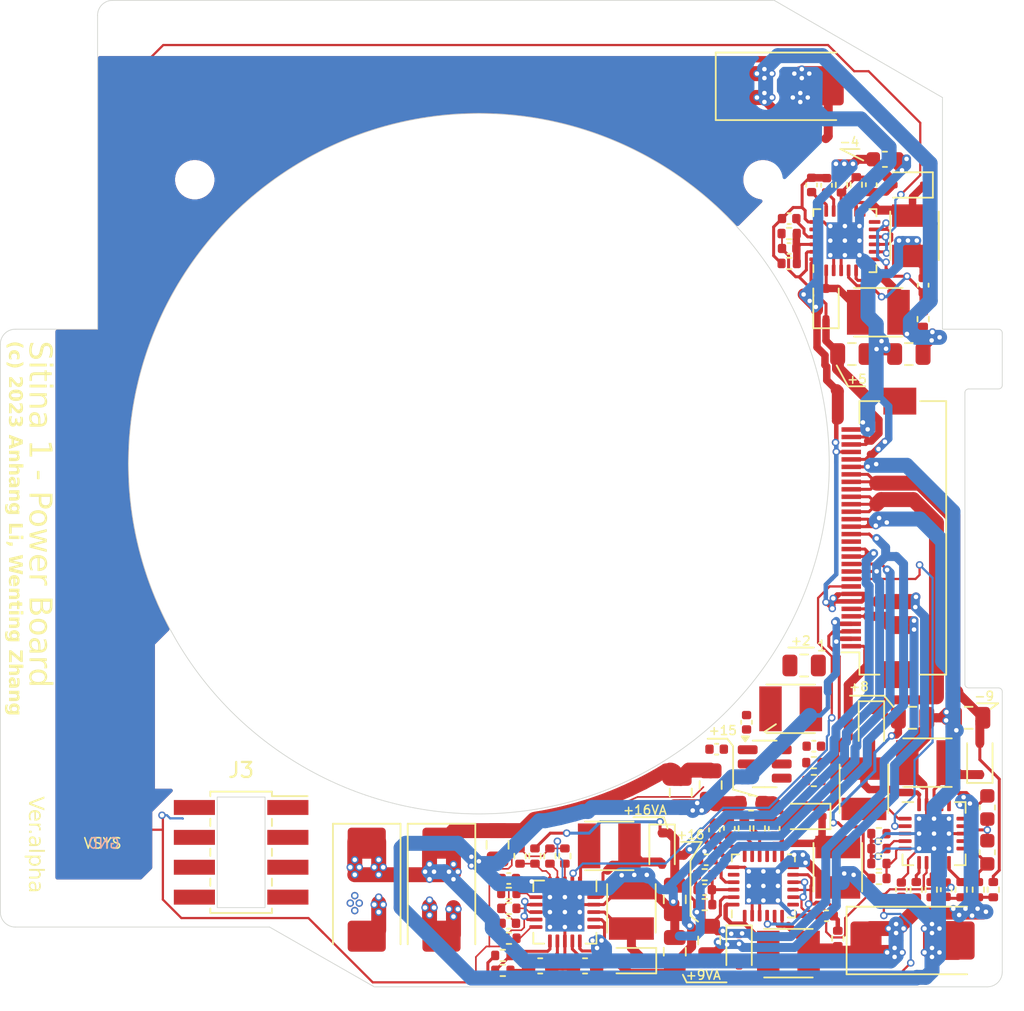
<source format=kicad_pcb>
(kicad_pcb (version 20240108) (generator "pcbnew") (generator_version "8.0")
  (layers (0 "F.Cu" signal) (31 "B.Cu" signal) (34 "B.Paste" user) (35 "F.Paste" user) (36 "B.SilkS" user "B.Silkscreen") (37 "F.SilkS" user "F.Silkscreen") (38 "B.Mask" user) (39 "F.Mask" user) (44 "Edge.Cuts" user))
  (net 0 "")
  (net 1 "/+2VD")
  (net 2 "CCD_PULSE_SYNC")
  (net 3 "Net-(U7-FB)")
  (net 4 "Net-(U7-SW)")
  (net 5 "Net-(U7-BS)")
  (net 6 "GND")
  (net 7 "Net-(U1-PSN)")
  (net 8 "Net-(U1-CN)")
  (net 9 "Net-(U1-CP)")
  (net 10 "Net-(U1-VREF)")
  (net 11 "/+16VD")
  (net 12 "Net-(U1-FBP)")
  (net 13 "Net-(U1-FBN)")
  (net 14 "/-15VD")
  (net 15 "Net-(U2-VREG)")
  (net 16 "Net-(C12-Pad2)")
  (net 17 "Net-(C13-Pad2)")
  (net 18 "Net-(U2-VREF)")
  (net 19 "/+8VD")
  (net 20 "/-9VD")
  (net 21 "Net-(U6-PSN)")
  (net 22 "Net-(U4-VREG)")
  (net 23 "Net-(U6-CN)")
  (net 24 "Net-(U6-CP)")
  (net 25 "Net-(U6-VREF)")
  (net 26 "/+5VD")
  (net 27 "Net-(U6-FBP)")
  (net 28 "Net-(U6-FBN)")
  (net 29 "/-4VD")
  (net 30 "Net-(C43-Pad2)")
  (net 31 "Net-(C44-Pad2)")
  (net 32 "/+16VA")
  (net 33 "/-9VA")
  (net 34 "Net-(U4-VREF)")
  (net 35 "Net-(D1-A)")
  (net 36 "Net-(D2-K)")
  (net 37 "Net-(D3-K)")
  (net 38 "Net-(D4-A)")
  (net 39 "Net-(D5-A)")
  (net 40 "Net-(D6-K)")
  (net 41 "Net-(D17-A)")
  (net 42 "Net-(D18-K)")
  (net 43 "Net-(U2-INBK)")
  (net 44 "Net-(U4-INBK)")
  (net 45 "Net-(U2-COMP1)")
  (net 46 "Net-(U2-COMP2)")
  (net 47 "Net-(U2-SS)")
  (net 48 "Net-(U2-SLEW)")
  (net 49 "Net-(U2-SEQ)")
  (net 50 "Net-(U2-FB1)")
  (net 51 "Net-(U2-FB2)")
  (net 52 "Net-(U4-SS)")
  (net 53 "Net-(U4-SLEW)")
  (net 54 "Net-(U4-SEQ)")
  (net 55 "Net-(U4-COMP2)")
  (net 56 "Net-(U4-COMP1)")
  (net 57 "Net-(U4-FB1)")
  (net 58 "Net-(U4-FB2)")
  (net 60 "CCD_POWEREN")
  (net 63 "CCD_AFE_SYNC")
  (net 69 "+SYS")
  (footprint "Capacitor_SMD:C_0402_1005Metric" (layer "F.Cu") (at 191.2384 96.3346 -90)
    (property "Reference" "C7" (hide yes))
    (property "Value" "DNP")
  )
  (footprint "Resistor_SMD:R_0402_1005Metric" (layer "F.Cu") (at 189 146.76 -90)
    (property "Reference" "R13" (hide yes))
    (property "Value" "100")
  )
  (footprint "Resistor_SMD:R_0402_1005Metric" (layer "F.Cu") (at 191.75 141.75 180)
    (property "Reference" "R11" (hide yes))
    (property "Value" "158K")
  )
  (footprint "Capacitor_SMD:C_0805_2012Metric" (layer "F.Cu") (at 166.25 140.5 -90)
    (property "Reference" "C20" (hide yes))
    (property "Value" "10uF 25V")
  )
  (footprint "Connector_FFC-FPC:Hirose_FH12-30S-0.5SH_1x30-1MP_P0.50mm_Horizontal" (layer "F.Cu") (at 191.75 119.962 90)
    (property "Reference" "J1" (hide yes))
    (property "Value" "FPC 0.5mm Bottom Contact")
  )
  (footprint "Resistor_SMD:R_0402_1005Metric" (layer "F.Cu") (at 166.6 148.9)
    (property "Reference" "R39" (hide yes))
    (property "Value" "133K")
  )
  (footprint "Resistor_SMD:R_0402_1005Metric" (layer "F.Cu") (at 194.7125 105.325 -90)
    (property "Reference" "R1" (hide yes))
    (property "Value" "100")
  )
  (footprint "Connector_PinSocket_2.00mm:PinSocket_2x04_P2.00mm_Vertical_SMD" (layer "F.Cu") (at 149.1 141)
    (property "Reference" "J3")
    (property "Value" "Conn_02x04_Odd_Even")
  )
  (footprint "Resistor_SMD:R_0402_1005Metric" (layer "F.Cu") (at 191.75 142.75 180)
    (property "Reference" "R14" (hide yes))
    (property "Value" "1.40M")
  )
  (footprint "Resistor_SMD:R_0402_1005Metric" (layer "F.Cu") (at 166.6 147.9 180)
    (property "Reference" "R40" (hide yes))
    (property "Value" "1.62M")
  )
  (footprint "Resistor_SMD:R_0402_1005Metric" (layer "F.Cu") (at 189.25 96.35 -90)
    (property "Reference" "R2" (hide yes))
    (property "Value" "82K 1%")
  )
  (footprint "Capacitor_SMD:C_0603_1608Metric" (layer "F.Cu") (at 192.1528 94.6328)
    (property "Reference" "C9" (hide yes))
    (property "Value" "10uF")
  )
  (footprint "Capacitor_SMD:C_0402_1005Metric" (layer "F.Cu") (at 188.25 96.37 90)
    (property "Reference" "C5" (hide yes))
    (property "Value" "220nF")
  )
  (footprint "Diode_SMD:D_SOD-323" (layer "F.Cu") (at 188.2125 104.325 90)
    (property "Reference" "D1" (hide yes))
    (property "Value" "B0540W")
  )
  (footprint "Diode_SMD:D_SOD-323" (layer "F.Cu") (at 175.25 148.25 180)
    (property "Reference" "D18" (hide yes))
    (property "Value" "B0540W")
  )
  (footprint "Diode_SMD:D_SOD-323" (layer "F.Cu") (at 182.4 147.5 -90)
    (property "Reference" "D5" (hide yes))
    (property "Value" "B0540W")
  )
  (footprint "Capacitor_SMD:C_0805_2012Metric" (layer "F.Cu") (at 178.5 137 -90)
    (property "Reference" "C10" (hide yes))
    (property "Value" "10uF 25V")
  )
  (footprint "Capacitor_SMD:C_0402_1005Metric" (layer "F.Cu") (at 184.75 139.4 90)
    (property "Reference" "C28" (hide yes))
    (property "Value" "DNP")
  )
  (footprint "Capacitor_SMD:C_0402_1005Metric" (layer "F.Cu") (at 188.25 145.25 180)
    (property "Reference" "C22" (hide yes))
    (property "Value" "220nF")
  )
  (footprint "Capacitor_SMD:C_0402_1005Metric" (layer "F.Cu") (at 167 142.75 180)
    (property "Reference" "C44" (hide yes))
    (property "Value" "47nF")
  )
  (footprint "footprints:L_1212" (layer "F.Cu") (at 175.2 144.75 -90)
    (property "Reference" "L8" (hide yes))
    (property "Value" "4.7uH")
  )
  (footprint "Resistor_SMD:R_0402_1005Metric" (layer "F.Cu") (at 167 143.75 180)
    (property "Reference" "R36" (hide yes))
    (property "Value" "12k")
  )
  (footprint "Capacitor_SMD:C_0402_1005Metric" (layer "F.Cu") (at 196.25 143.5 -90)
    (property "Reference" "C13" (hide yes))
    (property "Value" "47nF")
  )
  (footprint "Resistor_SMD:R_0402_1005Metric" (layer "F.Cu") (at 199.4 143.5 90)
    (property "Reference" "R15" (hide yes))
    (property "Value" "1.62M")
  )
  (footprint "Package_TO_SOT_SMD:TSOT-23-6" (layer "F.Cu") (at 184.1125 135.0875)
    (property "Reference" "U7" (hide yes))
    (property "Value" "SY8120")
  )
  (footprint "Resistor_SMD:R_0402_1005Metric" (layer "F.Cu") (at 180.1 142.5)
    (property "Reference" "R18" (hide yes))
    (property "Value" "270K 1%")
  )
  (footprint "Capacitor_SMD:C_0805_2012Metric" (layer "F.Cu") (at 180.4 146.9 -90)
    (property "Reference" "C29" (hide yes))
    (property "Value" "22uF 25V")
  )
  (footprint "Resistor_SMD:R_0402_1005Metric" (layer "F.Cu") (at 169.75 141.25 90)
    (property "Reference" "R33" (hide yes))
    (property "Value" "DNP")
  )
  (footprint "Capacitor_SMD:C_0402_1005Metric" (layer "F.Cu") (at 187.4 133.9 180)
    (property "Reference" "C1" (hide yes))
    (property "Value" "22pF")
  )
  (footprint "Diode_SMD:D_SOD-323" (layer "F.Cu") (at 193.75 96.35 180)
    (property "Reference" "D2" (hide yes))
    (property "Value" "B0540W")
  )
  (footprint "footprints:L_1212" (layer "F.Cu") (at 190.75 136.75 -90)
    (property "Reference" "L3" (hide yes))
    (property "Value" "4.7uH")
  )
  (footprint "Capacitor_SMD:C_0402_1005Metric" (layer "F.Cu") (at 185.75 100.6)
    (property "Reference" "C6" (hide yes))
    (property "Value" "22pF")
  )
  (footprint "Capacitor_Tantalum_SMD:CP_EIA-7343-43_Kemet-X" (layer "F.Cu") (at 194 146.9)
    (property "Reference" "CT1" (hide yes))
    (property "Value" "330uF 6.3V")
  )
  (footprint "MountingHole:MountingHole_2.2mm_M2_DIN965" (layer "F.Cu") (at 146 96)
    (property "Reference" "H3" (hide yes))
    (property "Value" "MountingHole")
  )
  (footprint "Capacitor_SMD:C_0805_2012Metric" (layer "F.Cu") (at 193.753 107.663 180)
    (property "Reference" "C31" (hide yes))
    (property "Value" "10uF 25V")
  )
  (footprint "Resistor_SMD:R_0402_1005Metric" (layer "F.Cu") (at 167 144.75 180)
    (property "Reference" "R32" (hide yes))
    (property "Value" "DNP")
  )
  (footprint "Resistor_SMD:R_0402_1005Metric" (layer "F.Cu") (at 191.75 140.75 180)
    (property "Reference" "R9" (hide yes))
    (property "Value" "DNP")
  )
  (footprint "Diode_SMD:D_SOD-323" (layer "F.Cu") (at 191.25 132.5 -90)
    (property "Reference" "D4" (hide yes))
    (property "Value" "B0540W")
  )
  (footprint "Capacitor_SMD:C_0805_2012Metric" (layer "F.Cu") (at 189.943 107.663)
    (property "Reference" "C8" (hide yes))
    (property "Value" "22uF 25V")
  )
  (footprint "Diode_SMD:D_SOD-323" (layer "F.Cu") (at 198.5 134.75 90)
    (property "Reference" "D3" (hide yes))
    (property "Value" "B0540W")
  )
  (footprint "footprints:L_1212" (layer "F.Cu") (at 173.72 140.57 180)
    (property "Reference" "L7" (hide yes))
    (property "Value" "4.7uH")
  )
  (footprint "footprints:L_1212" (layer "F.Cu") (at 185.85 131.4 180)
    (property "Reference" "L9" (hide yes))
    (property "Value" "4.7uH")
  )
  (footprint "Capacitor_SMD:C_0603_1608Metric" (layer "F.Cu") (at 199 141 -90)
    (property "Reference" "C14" (hide yes))
    (property "Value" "2.2uF 25V")
  )
  (footprint "Capacitor_SMD:C_0402_1005Metric" (layer "F.Cu") (at 167 145.75 180)
    (property "Reference" "C43" (hide yes))
    (property "Value" "47nF")
  )
  (footprint "Capacitor_SMD:C_0603_1608Metric" (layer "F.Cu") (at 183.2 137.7 180)
    (property "Reference" "C30" (hide yes))
    (property "Value" "10uF")
  )
  (footprint "Resistor_SMD:R_0402_1005Metric" (layer "F.Cu") (at 195.25 143.5 -90)
    (property "Reference" "R8" (hide yes))
    (property "Value" "DNP")
  )
  (footprint "Resistor_SMD:R_0402_1005Metric" (layer "F.Cu") (at 185.75 99.6)
    (property "Reference" "R4" (hide yes))
    (property "Value" "68K 1%")
  )
  (footprint "Resistor_SMD:R_0402_1005Metric" (layer "F.Cu") (at 187.4 136.2)
    (property "Reference" "R21" (hide yes))
    (property "Value" "12K 1%")
  )
  (footprint "Package_DFN_QFN:VQFN-24-1EP_4x4mm_P0.5mm_EP2.45x2.45mm_ThermalVias" (layer "F.Cu") (at 189.475 100.075 90)
    (property "Reference" "U1" (hide yes))
    (property "Value" "TPS65130RGE")
  )
  (footprint "Capacitor_SMD:C_0402_1005Metric" (layer "F.Cu") (at 180.2 141.5 180)
    (property "Reference" "C25" (hide yes))
    (property "Value" "10nF")
  )
  (footprint "Capacitor_SMD:C_0805_2012Metric" (layer "F.Cu") (at 194 132)
    (property "Reference" "C16" (hide yes))
    (property "Value" "10uF 25V")
  )
  (footprint "Capacitor_SMD:C_0402_1005Metric" (layer "F.Cu") (at 193.25 143.5 -90)
    (property "Reference" "C12" (hide yes))
    (property "Value" "47nF")
  )
  (footprint "Capacitor_SMD:C_0402_1005Metric" (layer "F.Cu") (at 180.1 143.5)
    (property "Reference" "C27" (hide yes))
    (property "Value" "22pF")
  )
  (footprint "Package_CSP:LFCSP-20-1EP_4x4mm_P0.5mm_EP2.6x2.6mm_ThermalVias" (layer "F.Cu") (at 170.75 145 -90)
    (property "Reference" "U4" (hide yes))
    (property "Value" "ADP5071ACPZ")
  )
  (footprint "Resistor_SMD:R_0402_1005Metric" (layer "F.Cu") (at 167.01 146.75 180)
    (property "Reference" "R35" (hide yes))
    (property "Value" "12k")
  )
  (footprint "Capacitor_SMD:C_0805_2012Metric" (layer "F.Cu") (at 197.75 132 180)
    (property "Reference" "C15" (hide yes))
    (property "Value" "10uF 25V")
  )
  (footprint "Capacitor_SMD:C_0402_1005Metric" (layer "F.Cu") (at 185.75 98.6 180)
    (property "Reference" "C4" (hide yes))
    (property "Value" "10nF")
  )
  (footprint "Capacitor_SMD:C_0402_1005Metric" (layer "F.Cu") (at 180.75 139.5 90)
    (property "Reference" "C24" (hide yes))
    (property "Value" "4.7nF")
  )
  (footprint "Capacitor_SMD:C_0402_1005Metric" (layer "F.Cu") (at 180.9 134.1)
    (property "Reference" "C21" (hide yes))
    (property "Value" "100nF")
  )
  (footprint "Diode_SMD:D_SOD-323" (layer "F.Cu") (at 186.9 138.6 180)
    (property "Reference" "D6" (hide yes))
    (property "Value" "B0540W")
  )
  (footprint "Resistor_SMD:R_0402_1005Metric" (layer "F.Cu") (at 194.25 143.5 -90)
    (property "Reference" "R6" (hide yes))
    (property "Value" "12k")
  )
  (footprint "Capacitor_SMD:C_0402_1005Metric" (layer "F.Cu") (at 182.9 132.3 -90)
    (property "Reference" "C32" (hide yes))
    (property "Value" "100nF")
  )
  (footprint "Capacitor_SMD:C_0603_1608Metric" (layer "F.Cu") (at 172.1 148.6)
    (property "Reference" "C26" (hide yes))
    (property "Value" "2.2uF 25V")
  )
  (footprint "Resistor_SMD:R_0402_1005Metric" (layer "F.Cu") (at 168.75 141.25 90)
    (property "Reference" "R38" (hide yes))
    (property "Value" "2.43M")
  )
  (footprint "MountingHole:MountingHole_2.2mm_M2_DIN965" (layer "F.Cu") (at 184 96)
    (property "Reference" "H2" (hide yes))
    (property "Value" "MountingHole")
  )
  (footprint "Capacitor_Tantalum_SMD:CP_EIA-7343-43_Kemet-X" (layer "F.Cu") (at 157.5 143.5 -90)
    (property "Reference" "CT3" (hide yes))
    (property "Value" "330uF 6.3V")
  )
  (footprint "Capacitor_SMD:C_0402_1005Metric" (layer "F.Cu") (at 181.75 139.4 90)
    (property "Reference" "C23" (hide yes))
    (property "Value" "220nF")
  )
  (footprint "Capacitor_SMD:C_0603_1608Metric" (layer "F.Cu") (at 199 138 90)
    (property "Reference" "C11" (hide yes))
    (property "Value" "2.2uF 25V")
  )
  (footprint "footprints:L_1212" (layer "F.Cu") (at 191.7125 104.869)
    (property "Reference" "L1" (hide yes))
    (property "Value" "4.7uH")
  )
  (footprint "Resistor_SMD:R_0402_1005Metric" (layer "F.Cu") (at 180.1 144.5 180)
    (property "Reference" "R19" (hide yes))
    (property "Value" "22K 1%")
  )
  (footprint "Capacitor_SMD:C_0805_2012Metric" (layer "F.Cu") (at 178.1 144.15 -90)
    (property "Reference" "C45" (hide yes))
    (property "Value" "10uF 25V")
  )
  (footprint "Capacitor_SMD:C_0603_1608Metric" (layer "F.Cu") (at 169.1 148.6 180)
    (property "Reference" "C48" (hide yes))
    (property "Value" "2.2uF 25V")
  )
  (footprint "Resistor_SMD:R_0402_1005Metric" (layer "F.Cu") (at 167.75 141.25 90)
    (property "Reference" "R37" (hide yes))
    (property "Value" "137K")
  )
  (footprint "Capacitor_Tantalum_SMD:CP_EIA-7343-43_Kemet-X" (layer "F.Cu") (at 162.5 143.5 -90)
    (property "Reference" "CT2" (hide yes))
    (property "Value" "330uF 6.3V")
  )
  (footprint "Resistor_SMD:R_0402_1005Metric" (layer "F.Cu") (at 183.75 139.4 90)
    (property "Reference" "R17" (hide yes))
    (property "Value" "270K 1%")
  )
  (footprint "Diode_SMD:D_SOD-323" (layer "F.Cu") (at 177.25 140.75 -90)
    (property "Reference" "D17" (hide yes))
    (property "Value" "B0540W")
  )
  (footprint "Package_CSP:LFCSP-20-1EP_4x4mm_P0.5mm_EP2.6x2.6mm_ThermalVias" (layer "F.Cu") (at 195.4375 139.75)
    (property "Reference" "U2" (hide yes))
    (property "Value" "ADP5071ACPZ")
  )
  (footprint "footprints:L_1212" (layer "F.Cu") (at 185.7 147.75)
    (property "Reference" "L5" (hide yes))
    (property "Value" "4.7uH")
  )
  (footprint "footprints:L_1212" (layer "F.Cu") (at 194.13 99.75 90)
    (property "Reference" "L2" (hide yes))
    (property "Value" "4.7uH")
  )
  (footprint "Package_DFN_QFN:VQFN-24-1EP_4x4mm_P0.5mm_EP2.45x2.45mm_ThermalVias" (layer "F.Cu") (at 184.025 143.25 90)
    (property "Reference" "U6" (hide yes))
    (property "Value" "TPS65130RGE")
  )
  (footprint "footprints:L_1212" (layer "F.Cu") (at 195 135)
    (property "Reference" "L4" (hide yes))
    (property "Value" "4.7uH")
  )
  (footprint "Capacitor_SMD:C_0805_2012Metric" (layer "F.Cu") (at 178.1 147.65 90)
    (property "Reference" "C47" (hide yes))
    (property "Value" "10uF 25V")
  )
  (footprint "Resistor_SMD:R_0402_1005Metric" (layer "F.Cu") (at 197.25 143.5 -90)
    (property "Reference" "R7" (hide yes))
    (property "Value" "12k")
  )
  (footprint "Resistor_SMD:R_0402_1005Metric" (layer "F.Cu") (at 185.75 101.6 180)
    (property "Reference" "R5" (hide yes))
    (property "Value" "22K 1%")
  )
  (footprint "MountingHole:MountingHole_2.2mm_M2_DIN965" (layer "F.Cu") (at 146 134)
    (property "Reference" "H1" (hide yes))
    (property "Value" "MountingHole")
  )
  (footprint "Resistor_SMD:R_0402_1005Metric" (layer "F.Cu") (at 190.2384 96.3346 -90)
    (property "Reference" "R3" (hide yes))
    (property "Value" "270K 1%")
  )
  (footprint "Capacitor_SMD:C_0805_2012Metric" (layer "F.Cu") (at 186.75 128.5)
    (property "Reference" "C17" (hide yes))
    (property "Value" "22uF")
  )
  (footprint "Capacitor_SMD:C_0402_1005Metric" (layer "F.Cu") (at 194.7125 103.055 90)
    (property "Reference" "C2" (hide yes))
    (property "Value" "220nF")
  )
  (footprint "Resistor_SMD:R_0402_1005Metric" (layer "F.Cu") (at 170.75 141.25 90)
    (property "Reference" "R34" (hide yes))
    (property "Value" "DNP")
  )
  (footprint "Capacitor_SMD:C_0805_2012Metric" (layer "F.Cu") (at 180.5 136.5 -90)
    (property "Reference" "C19" (hide yes))
    (property "Value" "10uF 25V")
  )
  (footprint "Capacitor_Tantalum_SMD:CP_EIA-7343-43_Kemet-X" (layer "F.Cu") (at 185.25 89.75)
    (property "Reference" "CT4" (hide yes))
    (property "Value" "330uF 6.3V")
  )
  (footprint "Resistor_SMD:R_0402_1005Metric" (layer "F.Cu") (at 198.4 143.5 90)
    (property "Reference" "R12" (hide yes))
    (property "Value" "133K")
  )
  (footprint "footprints:L_1212" (layer "F.Cu") (at 189 142 90)
    (property "Reference" "L6" (hide yes))
    (property "Value" "4.7uH")
  )
  (footprint "Capacitor_SMD:C_0402_1005Metric" (layer "F.Cu") (at 187.25 96.35 90)
    (property "Reference" "C3" (hide yes))
    (property "Value" "4.7nF")
  )
  (footprint "Resistor_SMD:R_0402_1005Metric" (layer "F.Cu") (at 182.75 139.4 90)
    (property "Reference" "R20" (hide yes))
    (property "Value" "22K 1%")
  )
  (footprint "Resistor_SMD:R_0402_1005Metric" (layer "F.Cu") (at 187.4 135 180)
    (property "Reference" "R16" (hide yes))
    (property "Value" "27K 1%")
  )
  (footprint "Resistor_SMD:R_0402_1005Metric" (layer "F.Cu") (at 191.75 139.75 180)
    (property "Reference" "R10" (hide yes))
    (property "Value" "DNP")
  )
  (gr_line (start 189.181 93.947) (end 190.705 94.709) (stroke (width 0.12)) (layer "F.SilkS"))
  (gr_line (start 182 133.9) (end 182 136.8) (stroke (width 0.12)) (layer "F.SilkS"))
  (gr_line (start 189.181 93.947) (end 190.451 93.947) (stroke (width 0.12)) (layer "F.SilkS"))
  (gr_line (start 178.513 140.302) (end 179.91 140.302) (stroke (width 0.12)) (layer "F.SilkS"))
  (gr_line (start 192.102 130.523) (end 192.737 131.285) (stroke (width 0.12)) (layer "F.SilkS"))
  (gr_line (start 189.816 130.523) (end 192.102 130.523) (stroke (width 0.12)) (layer "F.SilkS"))
  (gr_line (start 178.894 149.7) (end 178.64 149.192) (stroke (width 0.12)) (layer "F.SilkS"))
  (gr_line (start 182 136.8) (end 183.593 137.254) (stroke (width 0.12)) (layer "F.SilkS"))
  (gr_line (start 185.7 127.3) (end 187.4 127.3) (stroke (width 0.12)) (layer "F.SilkS"))
  (gr_line (start 184.101 132.936) (end 184.863 132.428) (stroke (width 0.12)) (layer "F.SilkS"))
  (gr_line (start 179.148 141.572) (end 179.148 145.255) (stroke (width 0.12)) (layer "F.SilkS"))
  (gr_line (start 180.3 133.4) (end 181.57 133.4) (stroke (width 0.12)) (layer "F.SilkS"))
  (gr_line (start 178.894 149.7) (end 181.561 149.7) (stroke (width 0.12)) (layer "F.SilkS"))
  (gr_line (start 181.611 133.4) (end 182 133.9) (stroke (width 0.12)) (layer "F.SilkS"))
  (gr_line (start 190.832 109.822) (end 189.689 109.822) (stroke (width 0.12)) (layer "F.SilkS"))
  (gr_line (start 198.325 131.031) (end 199.722 131.031) (stroke (width 0.12)) (layer "F.SilkS"))
  (gr_line (start 189.689 109.822) (end 188.927 108.425) (stroke (width 0.12)) (layer "F.SilkS"))
  (gr_line (start 199.722 131.031) (end 199.214 131.412) (stroke (width 0.12)) (layer "F.SilkS"))
  (gr_line (start 179.148 145.255) (end 179.656 145.636) (stroke (width 0.12)) (layer "F.SilkS"))
  (gr_line (start 177.37 138.651) (end 177.624 139.413) (stroke (width 0.12)) (layer "F.SilkS"))
  (gr_line (start 179.91 140.302) (end 179.148 141.572) (stroke (width 0.12)) (layer "F.SilkS"))
  (gr_line (start 175.338 138.651) (end 177.37 138.651) (stroke (width 0.12)) (layer "F.SilkS"))
  (gr_line (start 200 109.75) (end 200 106.25) (stroke (width 0.05)) (layer "Edge.Cuts"))
  (gr_line (start 196 106) (end 196 90.5) (stroke (width 0.05)) (layer "Edge.Cuts"))
  (gr_arc (start 200 149) (mid 199.707107 149.707107) (end 199 150) (stroke (width 0.05)) (layer "Edge.Cuts"))
  (gr_arc (start 139.5 85) (mid 139.792893 84.292893) (end 140.5 84) (stroke (width 0.05)) (layer "Edge.Cuts"))
  (gr_arc (start 133 107) (mid 133.292893 106.292893) (end 134 106) (stroke (width 0.05)) (layer "Edge.Cuts"))
  (gr_line (start 139.5 85) (end 139.5 106) (stroke (width 0.05)) (layer "Edge.Cuts"))
  (gr_line (start 158 150) (end 199 150) (stroke (width 0.05)) (layer "Edge.Cuts"))
  (gr_line (start 200 130.25) (end 200 149) (stroke (width 0.05)) (layer "Edge.Cuts"))
  (gr_arc (start 134 146) (mid 133.292893 145.707107) (end 133 145) (stroke (width 0.05)) (layer "Edge.Cuts"))
  (gr_line (start 133 107) (end 133 145) (stroke (width 0.05)) (layer "Edge.Cuts"))
  (gr_line (start 184.75 84) (end 140.5 84) (stroke (width 0.05)) (layer "Edge.Cuts"))
  (gr_arc (start 197.75 130) (mid 197.573223 129.926777) (end 197.5 129.75) (stroke (width 0.05)) (layer "Edge.Cuts"))
  (gr_rect (start 147.5 137.3) (end 150.7 144.7) (stroke (width 0.05)) (fill none) (layer "Edge.Cuts"))
  (gr_line (start 184.75 84) (end 196 90.5) (stroke (width 0.05)) (layer "Edge.Cuts"))
  (gr_line (start 134 146) (end 151 146) (stroke (width 0.05)) (layer "Edge.Cuts"))
  (gr_arc (start 199.75 130) (mid 199.926777 130.073223) (end 200 130.25) (stroke (width 0.05)) (layer "Edge.Cuts"))
  (gr_line (start 151 146) (end 158 150) (stroke (width 0.05)) (layer "Edge.Cuts"))
  (gr_line (start 197.5 110.25) (end 197.5 129.75) (stroke (width 0.05)) (layer "Edge.Cuts"))
  (gr_arc (start 197.5 110.25) (mid 197.573223 110.073223) (end 197.75 110) (stroke (width 0.05)) (layer "Edge.Cuts"))
  (gr_line (start 139.5 106) (end 134 106) (stroke (width 0.05)) (layer "Edge.Cuts"))
  (gr_line (start 197.75 110) (end 199.75 110) (stroke (width 0.05)) (layer "Edge.Cuts"))
  (gr_arc (start 200 109.75) (mid 199.926777 109.926777) (end 199.75 110) (stroke (width 0.05)) (layer "Edge.Cuts"))
  (gr_line (start 197.75 130) (end 199.75 130) (stroke (width 0.05)) (layer "Edge.Cuts"))
  (gr_circle (center 165 115) (end 188.430749 115) (stroke (width 0.05)) (fill none) (layer "Edge.Cuts"))
  (gr_arc (start 199.75 106) (mid 199.926777 106.073223) (end 200 106.25) (stroke (width 0.05)) (layer "Edge.Cuts"))
  (gr_line (start 196 106) (end 199.75 106) (stroke (width 0.05)) (layer "Edge.Cuts"))
  (gr_text "GND" (at 141.048 140.81 0) (layer "B.SilkS") (effects (font (size 0.7 0.7) (thickness 0.1)) (justify left bottom mirror)))
  (gr_text "1" (at 187.53 127.602 0) (layer "F.SilkS") (effects (font (size 0.7 0.7) (thickness 0.1)) (justify left bottom)))
  (gr_text "+8" (at 189.689 130.269 0) (layer "F.SilkS") (effects (font (size 0.6 0.6) (thickness 0.1)) (justify left bottom)))
  (gr_text "-4" (at 189.054 93.82 0) (layer "F.SilkS") (effects (font (size 0.6 0.6) (thickness 0.1)) (justify left bottom)))
  (gr_text "+16" (at 178.132 140.175 0) (layer "F.SilkS") (effects (font (size 0.6 0.6) (thickness 0.1)) (justify left bottom)))
  (gr_text "+15" (at 180.3 133.2 0) (layer "F.SilkS") (effects (font (size 0.6 0.6) (thickness 0.1)) (justify left bottom)))
  (gr_text "+5" (at 189.562 109.695 0) (layer "F.SilkS") (effects (font (size 0.6 0.6) (thickness 0.1)) (justify left bottom)))
  (gr_text "(c) 2023 Anhang Li, Wenting Zhang " (at 133.428 106.774 270) (layer "F.SilkS") (effects (font (size 0.9 0.9) (thickness 0.16) (bold yes)) (justify left bottom)))
  (gr_text "+9VA" (at 178.767 149.573 0) (layer "F.SilkS") (effects (font (size 0.6 0.6) (thickness 0.1)) (justify left bottom)))
  (gr_text "Sitina 1 - Power Board" (at 134.698 106.774 270) (layer "F.SilkS") (effects (font (size 1.5 1.5) (thickness 0.1)) (justify left bottom)))
  (gr_text "VSYS" (at 138.508 140.81 0) (layer "F.SilkS") (effects (font (size 0.7 0.7) (thickness 0.1)) (justify left bottom)))
  (gr_text "+2" (at 185.8 127.2 0) (layer "F.SilkS") (effects (font (size 0.6 0.6) (thickness 0.1)) (justify left bottom)))
  (gr_text "+16VA" (at 174.576 138.524 0) (layer "F.SilkS") (effects (font (size 0.6 0.6) (thickness 0.1)) (justify left bottom)))
  (gr_text "Ver.alpha\n" (at 134.75 137.25 270) (layer "F.SilkS") (effects (font (size 1 1) (thickness 0.1)) (justify left bottom)))
  (gr_text "-9" (at 198.071 130.904 0) (layer "F.SilkS") (effects (font (size 0.6 0.6) (thickness 0.1)) (justify left bottom)))
  (segment (start 189.1 132.6) (end 189.1 127.9) (width 0.2) (layer "F.Cu") (net 1))
  (segment (start 188.4 126.535319) (end 188.685319 126.25) (width 0.2) (layer "F.Cu") (net 1))
  (segment (start 188.685319 126.25) (end 189.862 126.25) (width 0.2) (layer "F.Cu") (net 1))
  (segment (start 189.1 127.9) (end 188.4 127.2) (width 0.2) (layer "F.Cu") (net 1))
  (segment (start 188.4 127.2) (end 188.4 126.535319) (width 0.2) (layer "F.Cu") (net 1))
  (segment (start 189.862 126.25) (end 189.9 126.212) (width 0.2) (layer "F.Cu") (net 1))
  (segment (start 194.197 122.712) (end 189.9 122.712) (width 0.15) (layer "F.Cu") (net 2))
  (segment (start 192.81801 139.25) (end 193.5 139.25) (width 0.2) (layer "F.Cu") (net 2))
  (segment (start 194.47 122.439) (end 194.197 122.712) (width 0.15) (layer "F.Cu") (net 2))
  (segment (start 194.47 121.77) (end 194.47 122.439) (width 0.15) (layer "F.Cu") (net 2))
  (via (at 192.81801 139.25) (size 0.5) (drill 0.3) (layers "F.Cu" "B.Cu") (net 2))
  (via (at 194.47 121.77) (size 0.5) (drill 0.3) (layers "F.Cu" "B.Cu") (net 2))
  (segment (start 194.47 121.77) (end 195.3386 122.6386) (width 0.15) (layer "B.Cu") (net 2))
  (segment (start 195.3386 122.6386) (end 195.3386 133.6364) (width 0.15) (layer "B.Cu") (net 2))
  (segment (start 195.3386 133.6364) (end 194.134 134.841) (width 0.15) (layer "B.Cu") (net 2))
  (segment (start 194.134 137.1778) (end 192.81801 138.49379) (width 0.15) (layer "B.Cu") (net 2))
  (segment (start 194.134 134.841) (end 194.134 137.1778) (width 0.15) (layer "B.Cu") (net 2))
  (segment (start 192.81801 138.49379) (end 192.81801 139.25) (width 0.15) (layer "B.Cu") (net 2))
  (segment (start 170.6 148.6) (end 171.325 148.6) (width 0.6) (layer "F.Cu") (net 6))
  (segment (start 191.594 107.1296) (end 191.9242 106.7994) (width 0.5) (layer "F.Cu") (net 6))
  (segment (start 181.75 139.02) (end 181.2 139.02) (width 0.3) (layer "F.Cu") (net 6))
  (segment (start 175.2 143.4) (end 175.3388 143.4) (width 0.2) (layer "F.Cu") (net 6))
  (segment (start 175.2 143.4) (end 176.4 143.4) (width 0.6) (layer "F.Cu") (net 6))
  (segment (start 185.2262 101.6) (end 184.7106 101.0844) (width 0.2) (layer "F.Cu") (net 6))
  (segment (start 179.1 142.12) (end 179.72 141.5) (width 0.2) (layer "F.Cu") (net 6))
  (segment (start 180.19 140.29) (end 180.5 140.6) (width 0.3) (layer "F.Cu") (net 6))
  (segment (start 193.65 135.45) (end 194.7 136.5) (width 0.6) (layer "F.Cu") (net 6))
  (segment (start 189 143.35) (end 188.6222 143.35) (width 0.6) (layer "F.Cu") (net 6))
  (segment (start 189 142.85) (end 189.43 142.42) (width 0.6) (layer "F.Cu") (net 6))
  (segment (start 172.6875 144.5) (end 173.35 144.5) (width 0.2) (layer "F.Cu") (net 6))
  (segment (start 188.6222 143.35) (end 186.514 141.2418) (width 0.6) (layer "F.Cu") (net 6))
  (segment (start 189.22 143.35) (end 189 143.35) (width 0.6) (layer "F.Cu") (net 6))
  (segment (start 178.5 137.95) (end 180 137.95) (width 1) (layer "F.Cu") (net 6))
  (segment (start 190.8442 114.712) (end 189.9 114.712) (width 0.2) (layer "F.Cu") (net 6))
  (segment (start 193.813749 124.2238) (end 194.1848 124.594851) (width 0.6) (layer "F.Cu") (net 6))
  (segment (start 195.402643 144.01) (end 195.25 144.01) (width 0.2) (layer "F.Cu") (net 6))
  (segment (start 196.25 143.02) (end 196.25 143.162643) (width 0.2) (layer "F.Cu") (net 6))
  (segment (start 193.4228 100.5228) (end 194 101.1) (width 0.3) (layer "F.Cu") (net 6))
  (segment (start 194.0578 101.1) (end 194 101.1) (width 0.2) (layer "F.Cu") (net 6))
  (segment (start 187.1056 95.87) (end 186.6156 96.36) (width 0.2) (layer "F.Cu") (net 6))
  (segment (start 193.097394 100.197394) (end 194 101.1) (width 0.3) (layer "F.Cu") (net 6))
  (segment (start 192.89 124.2238) (end 193.813749 124.2238) (width 1) (layer "F.Cu") (net 6))
  (segment (start 191.1876 114.3686) (end 191.3146 114.3686) (width 0.5) (layer "F.Cu") (net 6))
  (segment (start 191.088 119.712) (end 191.1 119.7) (width 0.2) (layer "F.Cu") (net 6))
  (segment (start 186.0114 97.8586) (end 186.6156 97.8586) (width 0.2) (layer "F.Cu") (net 6))
  (segment (start 175.39 143.21) (end 175.2 143.4) (width 0.3) (layer "F.Cu") (net 6))
  (segment (start 194.0578 100.297) (end 194.0578 101.1) (width 0.5) (layer "F.Cu") (net 6))
  (segment (start 180.95 147.85) (end 181.6755 147.1245) (width 0.2) (layer "F.Cu") (net 6))
  (segment (start 163.3 146.5125) (end 163.3 144.7) (width 1) (layer "F.Cu") (net 6))
  (segment (start 192.229 107.5) (end 192.229 107.1042) (width 0.5) (layer "F.Cu") (net 6))
  (segment (start 188.0646 98.825) (end 188.3396 99.1) (width 0.2) (layer "F.Cu") (net 6))
  (segment (start 191.7 140.27) (end 191.28 140.27) (width 0.2) (layer "F.Cu") (net 6))
  (segment (start 190.06 142.51) (end 189.22 143.35) (width 0.6) (layer "F.Cu") (net 6))
  (segment (start 170.6 148.4) (end 170.6 148.6) (width 0.2) (layer "F.Cu") (net 6))
  (segment (start 191 112.7) (end 191 112.5554) (width 0.2) (layer "F.Cu") (net 6))
  (segment (start 180.8 137.75) (end 180.5 137.45) (width 1) (layer "F.Cu") (net 6))
  (segment (start 172.6875 144.5) (end 171.25 144.5) (width 0.2) (layer "F.Cu") (net 6))
  (segment (start 193.65 133.85) (end 194.95 132.55) (width 0.6) (layer "F.Cu") (net 6))
  (segment (start 167.48 145.75) (end 167.48 145.74) (width 0.11) (layer "F.Cu") (net 6))
  (segment (start 194.9375 137.8125) (end 194.9375 136.7375) (width 0.2) (layer "F.Cu") (net 6))
  (segment (start 191.24 140.23) (end 191.24 141.24) (width 0.2) (layer "F.Cu") (net 6))
  (segment (start 194.9375 136.7375) (end 194.7 136.5) (width 0.2) (layer "F.Cu") (net 6))
  (segment (start 169.75 140.74) (end 169.7816 140.74) (width 0.11) (layer "F.Cu") (net 6))
  (segment (start 179.1 143.91) (end 179.1 142.12) (width 0.2) (layer "F.Cu") (net 6))
  (segment (start 191.24 141.24) (end 191.24 141.75) (width 0.2) (layer "F.Cu") (net 6))
  (segment (start 175.39 142.5118) (end 175.2 142.7018) (width 0.3) (layer "F.Cu") (net 6))
  (segment (start 181.6 142) (end 181.5 141.9) (width 0.2) (layer "F.Cu") (net 6))
  (segment (start 170.75 140.74) (end 170.25 140.74) (width 0.11) (layer "F.Cu") (net 6))
  (segment (start 193.25 142.85) (end 193.7 142.4) (width 0.15) (layer "F.Cu") (net 6))
  (segment (start 191.8262 124.2238) (end 191.5262 124.2238) (width 0.2) (layer "F.Cu") (net 6))
  (segment (start 193.691897 100.0684) (end 193.691897 100.734097) (width 0.2) (layer "F.Cu") (net 6))
  (segment (start 176.4 143.4) (end 178.1 145.1) (width 0.6) (layer "F.Cu") (net 6))
  (segment (start 170.25 140.74) (end 170.25 140.26) (width 0.11) (layer "F.Cu") (net 6))
  (segment (start 194.95 133.3) (end 193.65 134.6) (width 0.6) (layer "F.Cu") (net 6))
  (segment (start 193.65 134.6) (end 193.65 135) (width 0.6) (layer "F.Cu") (net 6))
  (segment (start 178.1 144.4) (end 178.1 145.1) (width 0.6) (layer "F.Cu") (net 6))
  (segment (start 190.988 115.212) (end 191 115.2) (width 0.2) (layer "F.Cu") (net 6))
  (segment (start 184.7106 99.1594) (end 185.27 98.6) (width 0.2) (layer "F.Cu") (net 6))
  (segment (start 166.49 144.75) (end 167 144.24) (width 0.11) (layer "F.Cu") (net 6))
  (segment (start 194.95 132) (end 195.5818 132) (width 0.6) (layer "F.Cu") (net 6))
  (segment (start 186.6156 96.36) (end 186.6156 97.8586) (width 0.2) (layer "F.Cu") (net 6))
  (segment (start 175.2 143.1866) (end 174.548289 142.534889) (width 0.2) (layer "F.Cu") (net 6))
  (segment (start 188.912 125.712) (end 189.9 125.712) (width 0.3) (layer "F.Cu") (net 6))
  (segment (start 180.7 148.15) (end 180.4 147.85) (width 0.2) (layer "F.Cu") (net 6))
  (segment (start 187.25 95.87) (end 187.1056 95.87) (width 0.2) (layer "F.Cu") (net 6))
  (segment (start 180.19 139.58) (end 180.19 140.29) (width 0.3) (layer "F.Cu") (net 6))
  (segment (start 194.2864 100.0684) (end 194 100.3548) (width 0.2) (layer "F.Cu") (net 6))
  (segment (start 197.375 139.75) (end 198.05 139.75) (width 0.2) (layer "F.Cu") (net 6))
  (segment (start 191.594 107.5) (end 191.594 107.1296) (width 0.5) (layer "F.Cu") (net 6))
  (segment (start 179.72 141.306168) (end 179.72 141.5) (width 0.2) (layer "F.Cu") (net 6))
  (segment (start 167 143.23) (end 167.48 142.75) (width 0.11) (layer "F.Cu") (net 6))
  (segment (start 190.913 124.712) (end 190.788 124.712) (width 0.2) (layer "F.Cu") (net 6))
  (segment (start 194.0578 101.1) (end 194.0578 101.059) (width 0.2) (layer "F.Cu") (net 6))
  (segment (start 196.928 132.8344) (end 196.8 132.7064) (width 0.6) (layer "F.Cu") (net 6))
  (segment (start 190.6034 115.212) (end 191.3856 115.212) (width 0.2) (layer "F.Cu") (net 6))
  (segment (start 190.6344 112.712) (end 190.8574 112.489) (width 0.2) (layer "F.Cu") (net 6))
  (segment (start 158.3 146.2125) (end 158.3 144.4) (width 1) (layer "F.Cu") (net 6))
  (segment (start 190.9875 107.5) (end 190.9125 107.575) (width 0.5) (layer "F.Cu") (net 6))
  (segment (start 182.425 137.75) (end 180.8 137.75) (width 1) (layer "F.Cu") (net 6))
  (segment (start 170.75 147.1375) (end 170.75 148.45) (width 0.2) (layer "F.Cu") (net 6))
  (segment (start 173.35 144.5) (end 174.45 143.4) (width 0.2) (layer "F.Cu") (net 6))
  (segment (start 179.575 145) (end 179.59 144.985) (width 0.2) (layer "F.Cu") (net 6))
  (segment (start 188.2 93.25) (end 188.23 93.25) (width 0.5) (layer "F.Cu") (net 6))
  (segment (start 196.25 143.162643) (end 195.402643 144.01) (width 0.2) (layer "F.Cu") (net 6))
  (segment (start 187.4875 98.825) (end 188.0646 98.825) (width 0.2) (layer "F.Cu") (net 6))
  (segment (start 187.0232 98.825) (end 187.4875 98.825) (width 0.2) (layer "F.Cu") (net 6))
  (segment (start 181.6755 147.1245) (end 182.4 147.1245) (width 0.2) (layer "F.Cu") (net 6))
  (segment (start 186.514 141.2418) (end 186.133 141.2418) (width 0.6) (layer "F.Cu") (net 6))
  (segment (start 189 143.35) (end 189 142.85) (width 0.6) (layer "F.Cu") (net 6))
  (segment (start 168.2772 141.2672) (end 167.75 140.74) (width 0.11) (layer "F.Cu") (net 6))
  (segment (start 190.6034 115.212) (end 190.988 115.212) (width 0.2) (layer "F.Cu") (net 6))
  (segment (start 178.1 145.1) (end 178.1 146.7) (width 0.6) (layer "F.Cu") (net 6))
  (segment (start 194.0578 100.2716) (end 194.0578 101.1) (width 0.2) (layer "F.Cu") (net 6))
  (segment (start 195.2 146.1) (end 195.2 147.7) (width 1) (layer "F.Cu") (net 6))
  (segment (start 182.0375 142) (end 181.6 142) (width 0.2) (layer "F.Cu") (net 6))
  (segment (start 191.4 120) (end 191.6 120) (width 0.2) (layer "F.Cu") (net 6))
  (segment (start 183.275 145.2375) (end 183.275 144) (width 0.2) (layer "F.Cu") (net 6))
  (segment (start 183.775 145.2375) (end 183.775 143.5) (width 0.2) (layer "F.Cu") (net 6))
  (segment (start 188.23 95.87) (end 188.25 95.89) (width 0.5) (layer "F.Cu") (net 6))
  (segment (start 191.038 124.712) (end 190.788 124.712) (width 0.2) (layer "F.Cu") (net 6))
  (segment (start 170.25 140.74) (end 169.75 140.74) (width 0.11) (layer "F.Cu") (net 6))
  (segment (start 195.5818 132) (end 196.0682 132) (width 0.6) (layer "F.Cu") (net 6))
  (segment (start 190.788 124.712) (end 189.9 124.712) (width 0.2) (layer "F.Cu") (net 6))
  (segment (start 188.725 100.825) (end 189.475 100.075) (width 0.2) (layer "F.Cu") (net 6))
  (segment (start 198.3 139.5) (end 199 139.5) (width 0.2) (layer "F.Cu") (net 6))
  (segment (start 183.275 144) (end 184.025 143.25) (width 0.2) (layer "F.Cu") (net 6))
  (segment (start 196.25 143.02) (end 196.25 143.03) (width 0.2) (layer "F.Cu") (net 6))
  (segment (start 189.9 118.712) (end 191.012 118.712) (width 0.2) (layer "F.Cu") (net 6))
  (segment (start 191.638 119.212) (end 189.9 119.212) (width 0.2) (layer "F.Cu") (net 6))
  (segment (start 191.475 119.212) (end 191.5432 119.1438) (width 0.2) (layer "F.Cu") (net 6))
  (segment (start 194.2864 100.0684) (end 194.0578 100.297) (width 0.5) (layer "F.Cu") (net 6))
  (segment (start 189.9 119.212) (end 191.475 119.212) (width 0.2) (layer "F.Cu") (net 6))
  (segment (start 191.5262 124.2238) (end 191.038 124.712) (width 0.2) (layer "F.Cu") (net 6))
  (segment (start 193.7 142.4) (end 193.7 141.4875) (width 0.15) (layer "F.Cu") (net 6))
  (segment (start 188.8 125.6) (end 188.912 125.712) (width 0.3) (layer "F.Cu") (net 6))
  (segment (start 169.2228 141.2672) (end 168.2772 141.2672) (width 0.11) (layer "F.Cu") (net 6))
  (segment (start 190.888 119.212) (end 189.9 119.212) (width 0.2) (layer "F.Cu") (net 6))
  (segment (start 192.229 107.5) (end 191.594 107.5) (width 0.5) (layer "F.Cu") (net 6))
  (segment (start 193.65 134.6) (end 193.65 135.45) (width 0.6) (layer "F.Cu") (net 6))
  (segment (start 175.2 142.7018) (end 175.2 143.4) (width 0.3) (layer "F.Cu") (net 6))
  (segment (start 193.6006 94.6074) (end 193.5752 94.6328) (width 0.6) (layer "F.Cu") (net 6))
  (segment (start 191.012 118.712) (end 191.2 118.9) (width 0.2) (layer "F.Cu") (net 6))
  (segment (start 169.875 148.6) (end 170.6 148.6) (width 0.6) (layer "F.Cu") (net 6))
  (segment (start 188.9 126.9) (end 189.088 126.712) (width 0.2) (layer "F.Cu") (net 6))
  (segment (start 187.25 95.87) (end 188.23 95.87) (width 0.5) (layer "F.Cu") (net 6))
  (segment (start 191.7 141.27) (end 191.27 141.27) (width 0.2) (layer "F.Cu") (net 6))
  (segment (start 193.097394 100.0684) (end 193.097394 100.197394) (width 0.5) (layer "F.Cu") (net 6))
  (segment (start 189.9 126.712) (end 189.2 126.712) (width 0.3) (layer "F.Cu") (net 6))
  (segment (start 195.5818 132) (end 195.8828 132) (width 0.6) (layer "F.Cu") (net 6))
  (segment (start 184.7106 101.0844) (end 184.7106 99.1594) (width 0.2) (layer "F.Cu") (net 6))
  (segment (start 194.2864 100.8714) (end 194.0578 101.1) (width 0.5) (layer "F.Cu") (net 6))
  (segment (start 175.39 142.5118) (end 175.39 143.21) (width 0.3) (layer "F.Cu") (net 6))
  (segment (start 170.75 148.25) (end 170.6 148.4) (width 0.2) (layer "F.Cu") (net 6))
  (segment (start 191.3856 115.212) (end 191.5686 115.029) (width 0.2) (layer "F.Cu") (net 6))
  (segment (start 183.775 143.5) (end 184.025 143.25) (width 0.2) (layer "F.Cu") (net 6))
  (segment (start 191.915493 118.934507) (end 191.638 119.212) (width 0.2) (layer "F.Cu") (net 6))
  (segment (start 193.7 141.4875) (end 194.4375 140.75) (width 0.15) (layer "F.Cu") (net 6))
  (segment (start 196.25 143.03) (end 196.57 143.35) (width 0.2) (layer "F.Cu") (net 6))
  (segment (start 189.225 102.0625) (end 189.225 100.325) (width 0.2) (layer "F.Cu") (net 6))
  (segment (start 174.45 143.4) (end 175.2 143.4) (width 0.2) (layer "F.Cu") (net 6))
  (segment (start 189.9 112.712) (end 190.988 112.712) (width 0.2) (layer "F.Cu") (net 6))
  (segment (start 178 144.3) (end 178.1 144.4) (width 0.6) (layer "F.Cu") (net 6))
  (segment (start 194.2864 100.0684) (end 194.2864 100.8714) (width 0.5) (layer "F.Cu") (net 6))
  (segment (start 191.24 139.75) (end 191.24 140.23) (width 0.2) (layer "F.Cu") (net 6))
  (segment (start 195.8828 132) (end 196.2676 131.6152) (width 0.6) (layer "F.Cu") (net 6))
  (segment (start 194.95 132) (end 194.95 133.3) (width 0.6) (layer "F.Cu") (net 6))
  (segment (start 196.25 143.02) (end 196.3 143.02) (width 0.2) (layer "F.Cu") (net 6))
  (segment (start 191.8262 124.2238) (end 192.89 124.2238) (width 1) (layer "F.Cu") (net 6))
  (segment (start 161.7 146.4125) (end 161.7 144.6) (width 1) (layer "F.Cu") (net 6))
  (segment (start 167 144.24) (end 167 143.23) (width 0.11) (layer "F.Cu") (net 6))
  (segment (start 191.594 107.5) (end 190.9875 107.5) (width 0.5) (layer "F.Cu") (net 6))
  (segment (start 170.75 146.9375) (end 170.75 146) (width 0.2) (layer "F.Cu") (net 6))
  (segment (start 167.48 142.75) (end 168.41 142.75) (width 0.11) (layer "F.Cu") (net 6))
  (segment (start 191.1876 114.3686) (end 190.8442 114.712) (width 0.2) (layer "F.Cu") (net 6))
  (segment (start 179.59 144.985) (end 179.59 144.5) (width 0.2) (layer "F.Cu") (net 6))
  (segment (start 194.425 133.825) (end 193.65 134.6) (width 0.6) (layer "F.Cu") (net 6))
  (segment (start 182.775 142) (end 183.05 142.275) (width 0.2) (layer "F.Cu") (net 6))
  (segment (start 196.8 132.7064) (end 196.8 132) (width 0.6) (layer "F.Cu") (net 6))
  (segment (start 181.385497 147.17) (end 180.705497 147.85) (width 0.2) (layer "F.Cu") (net 6))
  (segment (start 180.75 139.02) (end 180.19 139.58) (width 0.3) (layer "F.Cu") (net 6))
  (segment (start 195.2 147.7) (end 197.0125 147.7) (width 1) (layer "F.Cu") (net 6))
  (segment (start 181.6 147.17) (end 181.385497 147.17) (width 0.2) (layer "F.Cu") (net 6))
  (segment (start 191.3146 114.3686) (end 192.1528 113.5304) (width 0.5) (layer "F.Cu") (net 6))
  (segment (start 186.6156 97.8586) (end 186.8188 98.0618) (width 0.2) (layer "F.Cu") (net 6))
  (segment (start 186.2042 145.25) (end 186.0314 145.0772) (width 0.3) (layer "F.Cu") (net 6))
  (segment (start 191.27 141.27) (end 191.24 141.24) (width 0.2) (layer "F.Cu") (net 6))
  (segment (start 186.8188 98.0618) (end 186.8188 98.6206) (width 0.2) (layer "F.Cu") (net 6))
  (segment (start 192.8 107.5) (end 192.229 107.5) (width 0.5) (layer "F.Cu") (net 6))
  (segment (start 191.2 118.9) (end 190.888 119.212) (width 0.2) (layer "F.Cu") (net 6))
  (segment (start 191.8 124.25) (end 191.375 124.25) (width 0.2) (layer "F.Cu") (net 6))
  (segment (start 188.30625 88.9) (end 186.49375 88.9) (width 1) (layer "F.Cu") (net 6))
  (segment (start 180.7 140.6) (end 181.5 141.4) (width 0.3) (layer "F.Cu") (net 6))
  (segment (start 194 100.3548) (end 194 101.1) (width 0.2) (layer "F.Cu") (net 6))
  (segment (start 197.375 139.75) (end 196.4375 139.75) (width 0.2) (layer "F.Cu") (net 6))
  (segment (start 185.27 98.6) (end 186.0114 97.8586) (width 0.2) (layer "F.Cu") (net 6))
  (segment (start 188.3625 93.0875) (end 188.2 93.25) (width 0.6) (layer "F.Cu") (net 6))
  (segment (start 197.0125 146.1) (end 195.2 146.1) (width 1) (layer "F.Cu") (net 6))
  (segment (start 188.20625 90.5) (end 186.39375 90.5) (width 1) (layer "F.Cu") (net 6))
  (segment (start 192.89 124.2238) (end 193.9162 124.2238) (width 1) (layer "F.Cu") (net 6))
  (segment (start 171.25 144.5) (end 170.75 145) (width 0.2) (layer "F.Cu") (net 6))
  (segment (start 196.0682 132) (end 196.2422 132.174) (width 0.6) (layer "F.Cu") (net 6))
  (segment (start 193.691897 100.734097) (end 194.0578 101.1) (width 0.2) (layer "F.Cu") (net 6))
  (segment (start 193.5752 94.6328) (end 192.9278 94.6328) (width 0.6) (layer "F.Cu") (net 6))
  (segment (start 190.988 112.712) (end 191 112.7) (width 0.2) (layer "F.Cu") (net 6))
  (segment (start 191.24 139.75) (end 191.24 139.81) (width 0.5) (layer "F.Cu") (net 6))
  (segment (start 191.28 140.27) (end 191.24 140.23) (width 0.2) (layer "F.Cu") (net 6))
  (segment (start 191.588 122.212) (end 189.9 122.212) (width 0.2) (layer "F.Cu") (net 6))
  (segment (start 175.2 143.4) (end 175.2 143.1866) (width 0.2) (layer "F.Cu") (net 6))
  (segment (start 193.9162 124.2238) (end 194.23 123.91) (width 0.6) (layer "F.Cu") (net 6))
  (segment (start 191.6 122.2) (end 191.588 122.212) (width 0.2) (layer "F.Cu") (net 6))
  (segment (start 181.2 139.02) (end 180.75 139.02) (width 0.3) (layer "F.Cu") (net 6))
  (segment (start 194.9375 139.25) (end 195.4375 139.75) (width 0.2) (layer "F.Cu") (net 6))
  (segment (start 180 137.95) (end 180.5 137.45) (width 1) (layer "F.Cu") (net 6))
  (segment (start 194.95 132.55) (end 194.95 132) (width 0.6) (layer "F.Cu") (net 6))
  (segment (start 189.088 126.712) (end 189.2 126.712) (width 0.2) (layer "F.Cu") (net 6))
  (segment (start 186.8188 98.6206) (end 187.0232 98.825) (width 0.2) (layer "F.Cu") (net 6))
  (segment (start 199 138.775) (end 199 140.225) (width 0.2) (layer "F.Cu") (net 6))
  (segment (start 193.097394 100.197394) (end 193.4228 100.5228) (width 0.5) (layer "F.Cu") (net 6))
  (segment (start 192.229 107.1042) (end 191.9242 106.7994) (width 0.5) (layer "F.Cu") (net 6))
  (segment (start 191.375 124.25) (end 190.913 124.712) (width 0.2) (layer "F.Cu") (net 6))
  (segment (start 194.7125 102.575) (end 194.7125 101.8125) (width 0.5) (layer "F.Cu") (net 6))
  (segment (start 194.7125 101.8125) (end 194 101.1) (width 0.5) (layer "F.Cu") (net 6))
  (segment (start 189.9 115.212) (end 190.6034 115.212) (width 0.2) (layer "F.Cu") (net 6))
  (segment (start 180.4 147.85) (end 181 147.25) (width 0.2) (layer "F.Cu") (net 6))
  (segment (start 191.8 124.0158) (end 191.8 124.25) (width 0.2) (layer "F.Cu") (net 6))
  (segment (start 175.3388 143.4) (end 176.227 142.5118) (width 0.2) (layer "F.Cu") (net 6))
  (segment (start 181.5 141.9) (end 181.5 141.4) (width 0.2) (layer "F.Cu") (net 6))
  (segment (start 181 147.25) (end 181 147) (width 0.2) (layer "F.Cu") (net 6))
  (segment (start 191.1 119.7) (end 191.4 120) (width 0.2) (layer "F.Cu") (net 6))
  (segment (start 191.2 118.9) (end 191.5 118.9) (width 0.5) (layer "F.Cu") (net 6))
  (segment (start 169.75 140.74) (end 169.2228 141.2672) (width 0.11) (layer "F.Cu") (net 6))
  (segment (start 168.41 142.75) (end 168.53 142.87) (width 0.11) (layer "F.Cu") (net 6))
  (segment (start 180.705497 147.85) (end 180.4 147.85) (width 0.2) (layer "F.Cu") (net 6))
  (segment (start 180.4 147.85) (end 180.95 147.85) (width 0.2) (layer "F.Cu") (net 6))
  (segment (start 185.24 101.6) (end 185.2262 101.6) (width 0.2) (layer "F.Cu") (net 6))
  (segment (start 195.615728 143.831536) (end 195.428464 143.831536) (width 0.2) (layer "F.Cu") (net 6))
  (segment (start 198.05 139.75) (end 198.3 139.5) (width 0.2) (layer "F.Cu") (net 6))
  (segment (start 192.9278 94.6328) (end 192.9278 95.0014) (width 0.6) (layer "F.Cu") (net 6))
  (segment (start 167.48 145.74) (end 166.49 144.75) (width 0.11) (layer "F.Cu") (net 6))
  (segment (start 182.0375 142) (end 182.775 142) (width 0.2) (layer "F.Cu") (net 6))
  (segment (start 194.9375 137.8125) (end 194.9375 139.25) (width 0.2) (layer "F.Cu") (net 6))
  (segment (start 189.9 119.712) (end 191.088 119.712) (width 0.2) (layer "F.Cu") (net 6))
  (segment (start 193.25 143.02) (end 193.25 142.85) (width 0.15) (layer "F.Cu") (net 6))
  (segment (start 189.225 100.325) (end 189.475 100.075) (width 0.2) (layer "F.Cu") (net 6))
  (segment (start 179.69 144.5) (end 179.1 143.91) (width 0.2) (layer "F.Cu") (net 6))
  (segment (start 180.088084 140.938084) (end 179.72 141.306168) (width 0.2) (layer "F.Cu") (net 6))
  (segment (start 188.3625 89.75) (end 188.3625 93.0875) (width 0.6) (layer "F.Cu") (net 6))
  (segment (start 187.77 145.25) (end 186.2042 145.25) (width 0.3) (layer "F.Cu") (net 6))
  (segment (start 195.428464 143.831536) (end 195.25 144.01) (width 0.2) (layer "F.Cu") (net 6))
  (segment (start 193.097394 100.0684) (end 194.2864 100.0684) (width 0.5) (layer "F.Cu") (net 6))
  (segment (start 193.65 135) (end 193.65 133.85) (width 0.6) (layer "F.Cu") (net 6))
  (segment (start 192.278211 118.934507) (end 191.915493 118.934507) (width 0.2) (layer "F.Cu") (net 6))
  (segment (start 188.725 102.0625) (end 188.725 100.825) (width 0.2) (layer "F.Cu") (net 6))
  (segment (start 188.3396 99.1) (end 188.5 99.1) (width 0.2) (layer "F.Cu") (net 6))
  (segment (start 191.5 118.9) (end 191.7642 118.6358) (width 0.5) (layer "F.Cu") (net 6))
  (segment (start 192.9278 95.0014) (end 193.2958 95.3694) (width 0.6) (layer "F.Cu") (net 6))
  (segment (start 191 112.5554) (end 190.6796 112.235) (width 0.2) (layer "F.Cu") (net 6))
  (segment (start 189.9 112.712) (end 190.6344 112.712) (width 0.2) (layer "F.Cu") (net 6))
  (segment (start 180.5 140.6) (end 180.7 140.6) (width 0.3) (layer "F.Cu") (net 6))
  (via (at 186.0822 141.1656) (size 0.5) (drill 0.3) (layers "F.Cu" "B.Cu") (net 6))
  (via (at 191 112.7) (size 0.5) (drill 0.3) (layers "F.Cu" "B.Cu") (net 6))
  (via (at 161.7 144.2) (size 0.5) (drill 0.3) (layers "F.Cu" "B.Cu") (net 6))
  (via (at 163.6 144.8) (size 0.5) (drill 0.3) (layers "F.Cu" "B.Cu") (net 6))
  (via (at 191.5686 115.029) (size 0.5) (drill 0.3) (layers "F.Cu" "B.Cu") (net 6))
  (via (at 186.49375 90.2) (size 0.5) (drill 0.3) (layers "F.Cu" "B.Cu") (net 6))
  (via (at 196.57 143.35) (size 0.5) (drill 0.3) (layers "F.Cu" "B.Cu") (net 6))
  (via (at 186.09375 88.9) (size 0.5) (drill 0.3) (layers "F.Cu" "B.Cu") (net 6))
  (via (at 158.3 144) (size 0.5) (drill 0.3) (layers "F.Cu" "B.Cu") (net 6))
  (via (at 195.3 145.8) (size 0.5) (drill 0.3) (layers "F.Cu" "B.Cu") (net 6))
  (via (at 194.8 146.1) (size 0.5) (drill 0.3) (layers "F.Cu" "B.Cu") (net 6))
  (via (at 191.6 120) (size 0.5) (drill 0.3) (layers "F.Cu" "B.Cu") (net 6))
  (via (at 186.49375 90.8) (size 0.5) (drill 0.3) (layers "F.Cu" "B.Cu") (net 6))
  (via (at 194.1848 124.594851) (size 0.5) (drill 0.3) (layers "F.Cu" "B.Cu") (net 6))
  (via (at 180.088084 140.938084) (size 0.5) (drill 0.3) (layers "F.Cu" "B.Cu") (net 6))
  (via (at 191.7 140.27) (size 0.5) (drill 0.3) (layers "F.Cu" "B.Cu") (net 6))
  (via (at 191.594 107.3328) (size 0.5) (drill 0.3) (layers "F.Cu" "B.Cu") (net 6))
  (via (at 189.43 142.42) (size 0.5) (drill 0.3) (layers "F.Cu" "B.Cu") (net 6))
  (via (at 195.8 146.1) (size 0.5) (drill 0.3) (layers "F.Cu" "B.Cu") (net 6))
  (via (at 162 144.7) (size 0.5) (drill 0.3) (layers "F.Cu" "B.Cu") (net 6))
  (via (at 186.0314 145.0772) (size 0.5) (drill 0.3) (layers "F.Cu" "B.Cu") (net 6))
  (via (at 181 147) (size 0.5) (drill 0.3) (layers "F.Cu" "B.Cu") (net 6))
  (via (at 190.06 142.51) (size 0.5) (drill 0.3) (layers "F.Cu" "B.Cu") (net 6))
  (via (at 193.097394 100.0684) (size 0.5) (drill 0.3) (layers "F.Cu" "B.Cu") (net 6))
  (via (at 186.6664 141.1656) (size 0.5) (drill 0.3) (layers "F.Cu" "B.Cu") (net 6))
  (via (at 191 115.2) (size 0.5) (drill 0.3) (layers "F.Cu" "B.Cu") (net 6))
  (via (at 186.59375 88.6) (size 0.5) (drill 0.3) (layers "F.Cu" "B.Cu") (net 6))
  (via (at 186.99375 90.5) (size 0.5) (drill 0.3) (layers "F.Cu" "B.Cu") (net 6))
  (via (at 168.53 142.95) (size 0.5) (drill 0.3) (layers "F.Cu" "B.Cu") (net 6))
  (via (at 170.25 140.26) (size 0.5) (drill 0.3) (layers "F.Cu" "B.Cu") (net 6))
  (via (at 158.3 145) (size 0.5) (drill 0.3) (layers "F.Cu" "B.Cu") (net 6))
  (via (at 193.2958 95.3694) (size 0.5) (drill 0.3) (layers "F.Cu" "B.Cu") (net 6))
  (via (at 188.9 126.9) (size 0.5) (drill 0.3) (layers "F.Cu" "B.Cu") (net 6))
  (via (at 165 141.6) (size 0.5) (drill 0.3) (layers "F.Cu" "B.Cu") (net 6))
  (via (at 185.99375 90.5) (size 0.5) (drill 0.3) (layers "F.Cu" "B.Cu") (net 6))
  (via (at 156.7 143.9) (size 0.5) (drill 0.3) (layers "F.Cu" "B.Cu") (net 6))
  (via (at 186.8442 141.699) (size 0.5) (drill 0.3) (layers "F.Cu" "B.Cu") (net 6))
  (via (at 191.6 122.2) (size 0.5) (drill 0.3) (layers "F.Cu" "B.Cu") (net 6))
  (via (at 191.7642 118.6358) (size 0.5) (drill 0.3) (layers "F.Cu" "B.Cu") (net 6))
  (via (at 187.09375 88.9) (size 0.5) (drill 0.3) (layers "F.Cu" "B.Cu") (net 6))
  (via (at 179.9 138.2) (size 0.5) (drill 0.3) (layers "F.Cu" "B.Cu") (net 6))
  (via (at 193.691897 100.0684) (size 0.5) (drill 0.3) (layers "F.Cu" "B.Cu") (net 6))
  (via (at 193.6006 94.6074) (size 0.5) (drill 0.3) (layers "F.Cu" "B.Cu") (net 6))
  (via (at 195.3 147.4) (size 0.5) (drill 0.3) (layers "F.Cu" "B.Cu") (net 6))
  (via (at 164.5 141.9) (size 0.5) (drill 0.3) (layers "F.Cu" "B.Cu") (net 6))
  (via (at 186.59375 89.2) (size 0.5) (drill 0.3) (layers "F.Cu" "B.Cu") (net 6))
  (via (at 179.575 145) (size 0.5) (drill 0.3) (layers "F.Cu" "B.Cu") (net 6))
  (via (at 195.3 148) (size 0.5) (drill 0.3) (layers "F.Cu" "B.Cu") (net 6))
  (via (at 161.7 145.2) (size 0.5) (drill 0.3) (layers "F.Cu" "B.Cu") (net 6))
  (via (at 156.7 144.9) (size 0.5) (drill 0.3) (layers "F.Cu" "B.Cu") (net 6))
  (via (at 178 144.3) (size 0.5) (drill 0.3) (layers "F.Cu" "B.Cu") (net 6))
  (via (at 157 144.4) (size 0.5) (drill 0.3) (layers "F.Cu" "B.Cu") (net 6))
  (via (at 161.4 144.7) (size 0.5) (drill 0.3) (layers "F.Cu" "B.Cu") (net 6))
  (via (at 158.6 144.5) (size 0.5) (drill 0.3) (layers "F.Cu" "B.Cu") (net 6))
  (via (at 194.8 147.7) (size 0.5) (drill 0.3) (layers "F.Cu" "B.Cu") (net 6))
  (via (at 191.5432 119.1438) (size 0.5) (drill 0.3) (layers "F.Cu" "B.Cu") (net 6))
  (via (at 196.2676 131.6152) (size 0.5) (drill 0.3) (layers "F.Cu" "B.Cu") (net 6))
  (via (at 163.3 145.3) (size 0.5) (drill 0.3) (layers "F.Cu" "B.Cu") (net 6))
  (via (at 195.8 147.7) (size 0.5) (drill 0.3) (layers "F.Cu" "B.Cu") (net 6))
  (via (at 195.3 146.4) (size 0.5) (drill 0.3) (layers "F.Cu" "B.Cu") (net 6))
  (via (at 174.548289 142.534889) (size 0.5) (drill 0.3) (layers "F.Cu" "B.Cu") (net 6))
  (via (at 175.39 142.5118) (size 0.5) (drill 0.3) (layers "F.Cu" "B.Cu") (net 6))
  (via (at 158 144.5) (size 0.5) (drill 0.3) (layers "F.Cu" "B.Cu") (net 6))
  (via (at 191.7 141.27) (size 0.5) (drill 0.3) (layers "F.Cu" "B.Cu") (net 6))
  (via (at 181.6 147.17) (size 0.5) (drill 0.3) (layers "F.Cu" "B.Cu") (net 6))
  (via (at 192.229 107.3074) (size 0.5) (drill 0.3) (layers "F.Cu" "B.Cu") (net 6))
  (via (at 192.1528 113.5304) (size 0.5) (drill 0.3) (layers "F.Cu" "B.Cu") (net 6))
  (via (at 192.278211 118.934507) (size 0.5) (drill 0.3) (layers "F.Cu" "B.Cu") (net 6))
  (via (at 194.2864 100.0684) (size 0.5) (drill 0.3) (layers "F.Cu" "B.Cu") (net 6))
  (via (at 164.5 141.3) (size 0.5) (drill 0.3) (layers "F.Cu" "B.Cu") (net 6))
  (via (at 199 139.5) (size 0.5) (drill 0.3) (layers "F.Cu" "B.Cu") (net 6))
  (via (at 196.2422 132.174) (size 0.5) (drill 0.3) (layers "F.Cu" "B.Cu") (net 6))
  (via (at 176.227 142.5118) (size 0.5) (drill 0.3) (layers "F.Cu" "B.Cu") (net 6))
  (via (at 188.8 125.6) (size 0.5) (drill 0.3) (layers "F.Cu" "B.Cu") (net 6))
  (via (at 191.721 114.013) (size 0.5) (drill 0.3) (layers "F.Cu" "B.Cu") (net 6))
  (via (at 163 144.8) (size 0.5) (drill 0.3) (layers "F.Cu" "B.Cu") (net 6))
  (via (at 196.928 132.8344) (size 0.5) (drill 0.3) (layers "F.Cu" "B.Cu") (net 6))
  (via (at 156.4 144.4) (size 0.5) (drill 0.3) (layers "F.Cu" "B.Cu") (net 6))
  (via (at 179.6 137.7) (size 0.5) (drill 0.3) (layers "F.Cu" "B.Cu") (net 6))
  (via (at 182.4 147.1245) (size 0.5) (drill 0.3) (layers "F.Cu" "B.Cu") (net 6))
  (via (at 191.9242 106.7994) (size 0.5) (drill 0.3) (layers "F.Cu" "B.Cu") (net 6))
  (via (at 190.6796 112.235) (size 0.5) (drill 0.3) (layers "F.Cu" "B.Cu") (net 6))
  (via (at 194.23 123.91) (size 0.5) (drill 0.3) (layers "F.Cu" "B.Cu") (net 6))
  (via (at 179.3 138.2) (size 0.5) (drill 0.3) (layers "F.Cu" "B.Cu") (net 6))
  (segment (start 191.02 105.1078) (end 191.5686 105.6564) (width 1) (layer "B.Cu") (net 6))
  (segment (start 181.6 147.17) (end 181.43 147) (width 0.2) (layer "B.Cu") (net 6))
  (segment (start 172.29 138.27) (end 171.952005 138.27) (width 1) (layer "B.Cu") (net 6))
  (segment (start 186.8442 141.699) (end 186.8442 141.3434) (width 0.6) (layer "B.Cu") (net 6))
  (segment (start 183.016727 135.95) (end 187.125 131.841727) (width 1) (layer "B.Cu") (net 6))
  (segment (start 169.055762 138.888038) (end 166.1938 141.75) (width 1) (layer "B.Cu") (net 6))
  (segment (start 159.8 140.7) (end 160.1 140.4) (width 1) (layer "B.Cu") (net 6))
  (segment (start 191.9242 106.7994) (end 191.5686 106.4438) (width 1) (layer "B.Cu") (net 6))
  (segment (start 181.6 147.17) (end 182.3545 147.17) (width 0.2) (layer "B.Cu") (net 6))
  (segment (start 170.5882 143.225) (end 170.7632 143.4) (width 1) (layer "B.Cu") (net 6))
  (segment (start 185.576 141.699) (end 185 142.275) (width 0.6) (layer "B.Cu") (net 6))
  (segment (start 191.6 121.810051) (end 192.2 121.210051) (width 0.6) (layer "B.Cu") (net 6))
  (segment (start 191.7076 118.7) (end 191.5686 118.839) (width 1) (layer "B.Cu") (net 6))
  (segment (start 193.3466 100.0684) (end 194.2864 100.0684) (width 0.6) (layer "B.Cu") (net 6))
  (segment (start 166.1938 141.75) (end 164.95 141.75) (width 1) (layer "B.Cu") (net 6))
  (segment (start 173.637 143.4) (end 174.5252 142.5118) (width 1) (layer "B.Cu") (net 6))
  (segment (start 196.7 130.3452) (end 196.7 132.6064) (width 1) (layer "B.Cu") (net 6))
  (segment (start 190.221011 139.788989) (end 190.201011 139.788989) (width 0.6) (layer "B.Cu") (net 6))
  (segment (start 191.594 107.3328) (end 191.594 107.1296) (width 0.6) (layer "B.Cu") (net 6))
  (segment (start 188.9 141.09) (end 188.9 144.5799) (width 0.6) (layer "B.Cu") (net 6))
  (segment (start 196.2 142.6) (end 196.2 140.9875) (width 0.2) (layer "B.Cu") (net 6))
  (segment (start 189.575 132.99495) (end 191.8 130.76995) (width 0.6) (layer "B.Cu") (net 6))
  (segment (start 190.9755 135.078499) (end 190.9755 133.57435) (width 0.6) (layer "B.Cu") (net 6))
  (segment (start 191.6 122.5) (end 191.6 122.2) (width 0.6) (layer "B.Cu") (net 6))
  (segment (start 188.9 129.026) (end 188.6476 129.2784) (width 0.5) (layer "B.Cu") (net 6))
  (segment (start 191.8 123.1) (end 191.8 123.6) (width 0.6) (layer "B.Cu") (net 6))
  (segment (start 189.43 142.42) (end 189.3 142.55) (width 1) (layer "B.Cu") (net 6))
  (segment (start 196.0136 128.211) (end 196.0136 120.2136) (width 1) (layer "B.Cu") (net 6))
  (segment (start 169.3 143.1) (end 167.8 143.1) (width 1) (layer "B.Cu") (net 6))
  (segment (start 193.6052 115.1052) (end 196.7 118.2) (width 1) (layer "B.Cu") (net 6))
  (segment (start 159.8 144.7) (end 159.8 140.7) (width 1) (layer "B.Cu") (net 6))
  (segment (start 178 144.3) (end 178 143.5) (width 0.6) (layer "B.Cu") (net 6))
  (segment (start 185.450967 140.603033) (end 190.9755 135.078499) (width 0.6) (layer "B.Cu") (net 6))
  (segment (start 178.4 146.6) (end 179.516116 146.6) (width 0.6) (layer "B.Cu") (net 6))
  (segment (start 191.0606 101.7956) (end 191.0606 102.964) (width 1) (layer "B.Cu") (net 6))
  (segment (start 186.8442 141.699) (end 185.576 141.699) (width 0.6) (layer "B.Cu") (net 6))
  (segment (start 190.705 101.44) (end 191.0606 101.7956) (width 1) (layer "B.Cu") (net 6))
  (segment (start 176.227 142.5118) (end 176.3032 142.588) (width 1) (layer "B.Cu") (net 6))
  (segment (start 179.575 145) (end 179.8 145.225) (width 0.6) (layer "B.Cu") (net 6))
  (segment (start 191.0606 102.964) (end 191.02 103.0046) (width 1) (layer "B.Cu") (net 6))
  (segment (start 195.7342 140.0467) (end 195.4375 139.75) (width 1) (layer "B.Cu") (net 6))
  (segment (start 174.5252 142.5118) (end 176.227 142.5118) (width 1) (layer "B.Cu") (net 6))
  (segment (start 182.6 135.95) (end 183.016727 135.95) (width 1) (layer "B.Cu") (net 6))
  (segment (start 195.7342 145.5598) (end 195.3 145.994) (width 1) (layer "B.Cu") (net 6))
  (segment (start 186.6664 141.1656) (end 186.1094 141.1656) (width 0.6) (layer "B.Cu") (net 6))
  (segment (start 179.1 138) (end 178.5 138) (width 1) (layer "B.Cu") (net 6))
  (segment (start 195.4375 137.950865) (end 195.4375 139.75) (width 1) (layer "B.Cu") (net 6))
  (segment (start 170.25 141.2084) (end 170.25 140.26) (width 0.11) (layer "B.Cu") (net 6))
  (segment (start 195.3 148.95) (end 194.883453 149.366547) (width 1) (layer "B.Cu") (net 6))
  (segment (start 190.705 101.44) (end 190.705 101.305) (width 0.6) (layer "B.Cu") (net 6))
  (segment (start 195.3 145.994) (end 195.3 146.8) (width 1) (layer "B.Cu") (net 6))
  (segment (start 181.43 147) (end 181 147) (width 0.2) (layer "B.Cu") (net 6))
  (segment (start 192.4068 111.1682) (end 192.4068 113.3272) (width 0.5) (layer "B.Cu") (net 6))
  (segment (start 191.0606 102.964) (end 191.4746 102.55) (width 1) (layer "B.Cu") (net 6))
  (segment (start 191.02 103.0046) (end 191.02 105.1078) (width 1) (layer "B.Cu") (net 6))
  (segment (start 190.705 101.44) (end 191.01 101.44) (width 0.6) (layer "B.Cu") (net 6))
  (segment (start 176.3032 142.6642) (end 176.3032 142.588) (width 0.6) (layer "B.Cu") (net 6))
  (segment (start 178.5 138) (end 179.9 138) (width 1) (layer "B.Cu") (net 6))
  (segment (start 190.45 98.2152) (end 190.45 99.1) (width 0.6) (layer "B.Cu") (net 6))
  (segment (start 192.22 140.75) (end 194.4375 140.75) (width 0.15) (layer "B.Cu") (net 6))
  (segment (start 196.57 143.35) (end 196.63 143.35) (width 0.2) (layer "B.Cu") (net 6))
  (segment (start 196.7 128.8974) (end 196.0136 128.211) (width 1) (layer "B.Cu") (net 6))
  (segment (start 193.6006 95.0646) (end 193.2958 95.3694) (width 0.6) (layer "B.Cu") (net 6))
  (segment (start 192.4322 93.82) (end 190.5399 91.9277) (width 1) (layer "B.Cu") (net 6))
  (segment (start 181.17 147.17) (end 182.3545 147.17) (width 0.6) (layer "B.Cu") (net 6))
  (segment (start 179.8 143.3) (end 181.4 141.7) (width 0.6) (layer "B.Cu") (net 6))
  (segment (start 191.75 102.28) (end 192.52 102.28) (width 0.6) (layer "B.Cu") (net 6))
  (segment (start 182.6 135.95) (end 183.25 135.95) (width 1) (layer "B.Cu") (net 6))
  (segment (start 179.3 138.2) (end 179.1 138) (width 1) (layer "B.Cu") (net 6))
  (segment (start 160.1 140.4) (end 163.6 140.4) (width 1) (layer "B.Cu") (net 6))
  (segment (start 193.94 144.28) (end 195.3 145.64) (width 1) (layer "B.Cu") (net 6))
  (segment (start 188.6476 129.2784) (end 188.3174 129.6086) (width 0.5) (layer "B.Cu") (net 6))
  (segment (start 191.28 101.71) (end 191.28 101.81) (width 0.6) (layer "B.Cu") (net 6))
  (segment (start 188.9 126.7) (end 188.9 127.983) (width 0.5) (layer "B.Cu") (net 6))
  (segment (start 193.097394 100.0684) (end 193.3466 100.0684) (width 0.6) (layer "B.Cu") (net 6))
  (segment (start 179.8 145.6) (end 179.8 143.3) (width 0.6) (layer "B.Cu") (net 6))
  (segment (start 195.7342 143.51) (end 196.41 143.51) (width 0.2) (layer "B.Cu") (net 6))
  (segment (start 171.952005 138.27) (end 171.37989 138.440326) (width 1) (layer "B.Cu") (net 6))
  (segment (start 170.5882 143.225) (end 170.5882 141.5466) (width 0.11) (layer "B.Cu") (net 6))
  (segment (start 188.3174 129.6086) (end 188.3174 130.269) (width 0.5) (layer "B.Cu") (net 6))
  (segment (start 189.475 97.7678) (end 192.4322 94.8106) (width 1) (layer "B.Cu") (net 6))
  (segment (start 193.097394 100.0684) (end 193.0672 100.098594) (width 0.6) (layer "B.Cu") (net 6))
  (segment (start 179.8 145.225) (end 179.8 145.6) (width 0.6) (layer "B.Cu") (net 6))
  (segment (start 171.37989 138.440326) (end 170.416919 138.684184) (width 1) (layer "B.Cu") (net 6))
  (segment (start 191.6 122.7) (end 191.6 121.810051) (width 0.6) (layer "B.Cu") (net 6))
  (segment (start 186.0822 141.1656) (end 186.6664 141.1656) (width 0.6) (layer "B.Cu") (net 6))
  (segment (start 193.6006 94.6074) (end 193.6006 95.0646) (width 0.6) (layer "B.Cu") (net 6))
  (segment (start 191.83 144.28) (end 193.94 144.28) (width 1) (layer "B.Cu") (net 6))
  (segment (start 167.8 143.1) (end 166.3 143.1) (width 1) (layer "B.Cu") (net 6))
  (segment (start 194.883453 149.366547) (end 194.285866 149.366547) (width 1) (layer "B.Cu") (net 6))
  (segment (start 193.0672 101.7328) (end 193.0672 100.3478) (width 0.6) (layer "B.Cu") (net 6))
  (segment (start 188.1269 91.9277) (end 186.59375 90.39455) (width 1) (layer "B.Cu") (net 6))
  (segment (start 188.9 125.5) (end 188.9 127.983) (width 0.5) (layer "B.Cu") (net 6))
  (segment (start 195.7342 147.9658) (end 195.7342 143.51) (width 1) (layer "B.Cu") (net 6))
  (segment (start 169.75 143.55) (end 169.3 143.1) (width 1) (layer "B.Cu") (net 6))
  (segment (start 178 143.5) (end 177.526167 143.5) (width 0.6) (layer "B.Cu") (net 6))
  (segment (start 192.2 121.210051) (end 192.2 120.6) (width 0.6) (layer "B.Cu") (net 6))
  (segment (start 191.8 130.76995) (end 191.8 123.6) (width 0.6) (layer "B.Cu") (net 6))
  (segment (start 193.0672 100.098594) (end 193.0672 100.3478) (width 0.6) (layer "B.Cu") (net 6))
  (segment (start 186.113353 147.366547) (end 182.642047 147.366547) (width 0.6) (layer "B.Cu") (net 6))
  (segment (start 190.705 101.305) (end 190.45 101.05) (width 0.6) (layer "B.Cu") (net 6))
  (segment (start 189.3 142.55) (end 189.3 143.02) (width 1) (layer "B.Cu") (net 6))
  (segment (start 196.41 143.51) (end 196.57 143.35) (width 0.2) (layer "B.Cu") (net 6))
  (segment (start 192.229 107.3074) (end 192.229 107.1042) (width 0.6) (layer "B.Cu") (net 6))
  (segment (start 188.3174 130.269) (end 188.3428 130.2944) (width 0.5) (layer "B.Cu") (net 6))
  (segment (start 194.5 118.7) (end 191.7076 118.7) (width 1) (layer "B.Cu") (net 6))
  (segment (start 186.1094 141.1656) (end 185 142.275) (width 0.6) (layer "B.Cu") (net 6))
  (segment (start 191.5686 106.4438) (end 191.5686 105.6564) (width 1) (layer "B.Cu") (net 6))
  (segment (start 195.7342 143.51) (end 195.7342 140.0467) (width 1) (layer "B.Cu") (net 6))
  (segment (start 167.925 143.225) (end 170.5882 143.225) (width 1) (layer "B.Cu") (net 6))
  (segment (start 191.5686 110.33) (end 191 110.8986) (width 1) (layer "B.Cu") (net 6))
  (segment (start 196.2 140.9875) (end 196.4375 140.75) (width 0.2) (layer "B.Cu") (net 6))
  (segment (start 186.0314 145.0772) (end 185.8522 145.0772) (width 0.3) (layer "B.Cu") (net 6))
  (segment (start 170.7632 143.4) (end 173.637 143.4) (width 1) (layer "B.Cu") (net 6))
  (segment (start 192.910051 121.210051) (end 192.2 121.210051) (width 0.6) (layer "B.Cu") (net 6))
  (segment (start 188.9 144.5799) (end 186.113353 147.366547) (width 0.6) (layer "B.Cu") (net 6))
  (segment (start 163.6 140.4) (end 164.95 141.75) (width 1) (layer "B.Cu") (net 6))
  (segment (start 185.8522 145.0772) (end 185 144.225) (width 0.3) (layer "B.Cu") (net 6))
  (segment (start 194.23 123.91) (end 194.1848 123.9552) (width 0.6) (layer "B.Cu") (net 6))
  (segment (start 195.3 148.4) (end 195.3 148.95) (width 1) (layer "B.Cu") (net 6))
  (segment (start 182.3545 147.17) (end 182.4 147.1245) (width 0.6) (layer "B.Cu") (net 6))
  (segment (start 193.4 121.7) (end 192.910051 121.210051) (width 0.6) (layer "B.Cu") (net 6))
  (segment (start 191.5686 110.33) (end 192.4068 111.1682) (width 0.5) (layer "B.Cu") (net 6))
  (segment (start 191 110.8986) (end 191 112.7) (width 1) (layer "B.Cu") (net 6))
  (segment (start 196.63 143.35) (end 196.65 143.37) (width 0.2) (layer "B.Cu") (net 6))
  (segment (start 177.526167 143.5) (end 181.826167 139.2) (width 0.6) (layer "B.Cu") (net 6))
  (segment (start 187.831771 131.841727) (end 187.125 131.841727) (width 0.3) (layer "B.Cu") (net 6))
  (segment (start 179.8 146.316116) (end 179.8 145.6) (width 0.6) (layer "B.Cu") (net 6))
  (segment (start 190.9755 133.57435) (end 193.4 131.14985) (width 0.6) (layer "B.Cu") (net 6))
  (segment (start 167.8 143.1) (end 167.925 143.225) (width 1) (layer "B.Cu") (net 6))
  (segment (start 191.5686 105.6564) (end 191.5686 110.33) (width 1) (layer "B.Cu") (net 6))
  (segment (start 178 143.5) (end 177.139 143.5) (width 0.6) (layer "B.Cu") (net 6))
  (segment (start 190.06 142.51) (end 189.97 142.42) (width 1) (layer "B.Cu") (net 6))
  (segment (start 194.240366 149.412047) (end 164.512047 149.412047) (width 1) (layer "B.Cu") (net 6))
  (segment (start 189.575 133.615215) (end 189.575 132.99495) (width 0.6) (layer "B.Cu") (net 6))
  (segment (start 191.28 101.81) (end 191.75 102.28) (width 0.6) (layer "B.Cu") (net 6))
  (segment (start 190.5399 91.9277) (end 188.1269 91.9277) (width 1) (layer "B.Cu") (net 6))
  (segment (start 194.1848 124.594851) (end 194.8 125.210051) (width 0.6) (layer "B.Cu") (net 6))
  (segment (start 170.5882 141.5466) (end 170.25 141.2084) (width 0.11) (layer "B.Cu") (net 6))
  (segment (start 195.3 146.8) (end 195.3 148.4) (width 1) (layer "B.Cu") (net 6))
  (segment (start 191.01 101.44) (end 191.28 101.71) (width 0.6) (layer "B.Cu") (net 6))
  (segment (start 191.7 141.27) (end 192.22 140.75) (width 0.15) (layer "B.Cu") (net 6))
  (segment (start 196.7 136.688365) (end 195.4375 137.950865) (width 1) (layer "B.Cu") (net 6))
  (segment (start 186.8442 141.3434) (end 186.6664 141.1656) (width 0.6) (layer "B.Cu") (net 6))
  (segment (start 191.7 140.27) (end 192.22 139.75) (width 0.2) (layer "B.Cu") (net 6))
  (segment (start 191.8 123.6) (end 191.8 122.9) (width 0.6) (layer "B.Cu") (net 6))
  (segment (start 181.826167 139.2) (end 184.8741 139.2) (width 0.6) (layer "B.Cu") (net 6))
  (segment (start 189.4505 133.739715) (end 189.575 133.615215) (width 0.6) (layer "B.Cu") (net 6))
  (segment (start 195.3 145.64) (end 195.3 146.8) (width 1) (layer "B.Cu") (net 6))
  (segment (start 181.4 141.7) (end 181.4 141.606066) (width 0.6) (layer "B.Cu") (net 6))
  (segment (start 193.0672 100.3478) (end 193.3466 100.0684) (width 0.6) (layer "B.Cu") (net 6))
  (segment (start 164.512047 149.412047) (end 159.8 144.7) (width 1) (layer "B.Cu") (net 6))
  (segment (start 196.7 132.6064) (end 196.928 132.8344) (width 1) (layer "B.Cu") (net 6))
  (segment (start 186.59375 90.39455) (end 186.59375 89.2) (width 1) (layer "B.Cu") (net 6))
  (segment (start 169.44469 138.888038) (end 169.055762 138.888038) (width 1) (layer "B.Cu") (net 6))
  (segment (start 184.8741 139.2) (end 189.4505 134.6236) (width 0.6) (layer "B.Cu") (net 6))
  (segment (start 188.9 127.983) (end 188.9 129.026) (width 0.5) (layer "B.Cu") (net 6))
  (segment (start 195.3 148.4) (end 195.7342 147.9658) (width 1) (layer "B.Cu") (net 6))
  (segment (start 196.0136 120.2136) (end 194.5 118.7) (width 1) (layer "B.Cu") (net 6))
  (segment (start 192.8 135.15835) (end 192.8 137.21) (width 0.6) (layer "B.Cu") (net 6))
  (segment (start 194.8 133.15835) (end 192.8 135.15835) (width 0.6) (layer "B.Cu") (net 6))
  (segment (start 189.475 100.075) (end 189.475 97.7678) (width 1) (layer "B.Cu") (net 6))
  (segment (start 189.4505 134.6236) (end 189.4505 133.739715) (width 0.6) (layer "B.Cu") (net 6))
  (segment (start 172.56 138) (end 172.29 138.27) (width 1) (layer "B.Cu") (net 6))
  (segment (start 188.3428 130.2944) (end 188.3428 131.330698) (width 0.3) (layer "B.Cu") (net 6))
  (segment (start 192.4322 94.8106) (end 192.4322 93.82) (width 1) (layer "B.Cu") (net 6))
  (segment (start 193.6006 95.0646) (end 190.45 98.2152) (width 0.6) (layer "B.Cu") (net 6))
  (segment (start 179.516116 146.6) (end 179.8 146.316116) (width 0.6) (layer "B.Cu") (net 6))
  (segment (start 192.2 120.6) (end 191.6 120) (width 0.6) (layer "B.Cu") (net 6))
  (segment (start 192.229 107.1042) (end 191.9242 106.7994) (width 0.6) (layer "B.Cu") (net 6))
  (segment (start 177.139 143.5) (end 176.3032 142.6642) (width 0.6) (layer "B.Cu") (net 6))
  (segment (start 194.8 125.210051) (end 194.8 133.15835) (width 0.6) (layer "B.Cu") (net 6))
  (segment (start 169.75 145) (end 169.75 143.55) (width 1) (layer "B.Cu") (net 6))
  (segment (start 181 147) (end 181.17 147.17) (width 0.6) (layer "B.Cu") (net 6))
  (segment (start 170.416919 138.684184) (end 169.44469 138.888038) (width 1) (layer "B.Cu") (net 6))
  (segment (start 182.642047 147.366547) (end 182.4 147.1245) (width 0.6) (layer "B.Cu") (net 6))
  (segment (start 194.1848 123.9552) (end 194.1848 124.594851) (width 0.6) (layer "B.Cu") (net 6))
  (segment (start 181.95 135.95) (end 182.6 135.95) (width 1) (layer "B.Cu") (net 6))
  (segment (start 191.8 122.9) (end 191.6 122.7) (width 0.6) (layer "B.Cu") (net 6))
  (segment (start 190.06 142.51) (end 191.83 144.28) (width 1) (layer "B.Cu") (net 6))
  (segment (start 188.3428 131.330698) (end 187.831771 131.841727) (width 0.3) (layer "B.Cu") (net 6))
  (segment (start 192.8 137.21) (end 190.221011 139.788989) (width 0.6) (layer "B.Cu") (net 6))
  (segment (start 193.4 131.14985) (end 193.4 121.7) (width 0.6) (layer "B.Cu") (net 6))
  (segment (start 189.97 142.42) (end 189.43 142.42) (width 1) (layer "B.Cu") (net 6))
  (segment (start 194.285866 149.366547) (end 194.240366 149.412047) (width 1) (layer "B.Cu") (net 6))
  (segment (start 191.2384 115.1052) (end 193.6052 115.1052) (width 1) (layer "B.Cu") (net 6))
  (segment (start 179.9 138) (end 181.95 135.95) (width 1) (layer "B.Cu") (net 6))
  (segment (start 192.52 102.28) (end 193.0672 101.7328) (width 0.6) (layer "B.Cu") (net 6))
  (segment (start 196.7 118.2) (end 196.7 130.3452) (width 1) (layer "B.Cu") (net 6))
  (segment (start 178.5 138) (end 172.56 138) (width 1) (layer "B.Cu") (net 6))
  (segment (start 181.4 141.606066) (end 182.403033 140.603033) (width 0.6) (layer "B.Cu") (net 6))
  (segment (start 192.22 139.75) (end 194.4375 139.75) (width 0.2) (layer "B.Cu") (net 6))
  (segment (start 191.594 107.1296) (end 191.9242 106.7994) (width 0.6) (layer "B.Cu") (net 6))
  (segment (start 190.201011 139.788989) (end 188.9 141.09) (width 0.6) (layer "B.Cu") (net 6))
  (segment (start 196.7 130.3452) (end 196.7 136.688365) (width 1) (layer "B.Cu") (net 6))
  (segment (start 182.403033 140.603033) (end 185.450967 140.603033) (width 0.6) (layer "B.Cu") (net 6))
  (segment (start 166.3 143.1) (end 164.95 141.75) (width 1) (layer "B.Cu") (net 6))
  (segment (start 192.4068 113.3272) (end 191.721 114.013) (width 0.5) (layer "B.Cu") (net 6))
  (segment (start 189.725 102.535264) (end 189.725 102.0625) (width 0.2) (layer "F.Cu") (net 7))
  (segment (start 192.229 101.948) (end 192.229 101.514) (width 0.2) (layer "F.Cu") (net 7))
  (segment (start 192.365 100.325) (end 192.59 100.1) (width 0.15) (layer "F.Cu") (net 7))
  (segment (start 190.280736 103.091) (end 189.725 102.535264) (width 0.2) (layer "F.Cu") (net 7))
  (segment (start 193.6335 102.456) (end 192.737 102.456) (width 0.2) (layer "F.Cu") (net 7))
  (segment (start 192.635 100.055) (end 192.635 99.640674) (width 0.15) (layer "F.Cu") (net 7))
  (segment (start 192.268641 100.325) (end 192.365 100.325) (width 0.15) (layer "F.Cu") (net 7))
  (segment (start 192.319326 99.325) (end 192.289841 99.325) (width 0.15) (layer "F.Cu") (net 7))
  (segment (start 194.7125 103.535) (end 194.7125 104.815) (width 0.5) (layer "F.Cu") (net 7))
  (segment (start 192.635 99.640674) (end 192.319326 99.325) (width 0.15) (layer "F.Cu") (net 7))
  (segment (start 192.59 100.1) (end 192.635 100.055) (width 0.15) (layer "F.Cu") (net 7))
  (segment (start 191.191 103.091) (end 190.280736 103.091) (width 0.2) (layer "F.Cu") (net 7))
  (segment (start 192.289841 99.325) (end 192.289841 98.960841) (width 0.2) (layer "F.Cu") (net 7))
  (segment (start 191.4625 100.325) (end 192.268641 100.325) (width 0.2) (layer "F.Cu") (net 7))
  (segment (start 194.7125 103.535) (end 193.6335 102.456) (width 0.2) (layer "F.Cu") (net 7))
  (segment (start 192.289841 98.960841) (end 192.229 98.9) (width 0.2) (layer "F.Cu") (net 7))
  (segment (start 192.289841 99.325) (end 191.4625 99.325) (width 0.2) (layer "F.Cu") (net 7))
  (segment (start 191.93 103.83) (end 191.191 103.091) (width 0.2) (layer "F.Cu") (net 7))
  (segment (start 192.737 102.456) (end 192.229 101.948) (width 0.2) (layer "F.Cu") (net 7))
  (via (at 192.229 98.9) (size 0.5) (drill 0.3) (layers "F.Cu" "B.Cu") (net 7))
  (via (at 193.6335 102.456) (size 0.5) (drill 0.3) (layers "F.Cu" "B.Cu") (net 7))
  (via (at 192.229 101.514) (size 0.5) (drill 0.3) (layers "F.Cu" "B.Cu") (net 7))
  (via (at 191.93 103.83) (size 0.5) (drill 0.3) (layers "F.Cu" "B.Cu") (net 7))
  (segment (start 191.93 103.83) (end 192.2595 103.83) (width 0.2) (layer "B.Cu") (net 7))
  (segment (start 192.049 101.514) (end 192.229 101.514) (width 0.2) (layer "B.Cu") (net 7))
  (segment (start 191.66 99.469) (end 191.66 101.125) (width 0.2) (layer "B.Cu") (net 7))
  (segment (start 192.229 98.9) (end 191.66 99.469) (width 0.2) (layer "B.Cu") (net 7))
  (segment (start 191.66 101.125) (end 192.049 101.514) (width 0.2) (layer "B.Cu") (net 7))
  (segment (start 192.2595 103.83) (end 193.6335 102.456) (width 0.2) (layer "B.Cu") (net 7))
  (segment (start 187.5808 97.2236) (end 187.7586 97.4014) (width 0.2) (layer "F.Cu") (net 8))
  (segment (start 187.5808 97.1608) (end 187.25 96.83) (width 0.2) (layer "F.Cu") (net 8))
  (segment (start 187.9618 97.4014) (end 187.7586 97.4014) (width 0.2) (layer "F.Cu") (net 8))
  (segment (start 188.225 98.0875) (end 188.225 97.6646) (width 0.2) (layer "F.Cu") (net 8))
  (segment (start 187.5808 97.1608) (end 187.5808 97.2236) (width 0.2) (layer "F.Cu") (net 8))
  (segment (start 188.225 97.6646) (end 187.9618 97.4014) (width 0.2) (layer "F.Cu") (net 8))
  (segment (start 186.7426 99.573) (end 186.7426 99.288838) (width 0.2) (layer "F.Cu") (net 9))
  (segment (start 186.9946 99.825) (end 186.7426 99.573) (width 0.2) (layer "F.Cu") (net 9))
  (segment (start 186.7426 99.288838) (end 186.23 98.776238) (width 0.2) (layer "F.Cu") (net 9))
  (segment (start 186.23 98.776238) (end 186.23 98.6) (width 0.2) (layer "F.Cu") (net 9))
  (segment (start 187.4875 99.825) (end 186.9946 99.825) (width 0.2) (layer "F.Cu") (net 9))
  (segment (start 188.725 98.0875) (end 188.725 97.325) (width 0.2) (layer "F.Cu") (net 10))
  (segment (start 188.725 97.325) (end 188.25 96.85) (width 0.2) (layer "F.Cu") (net 10))
  (segment (start 189.25 95.85) (end 188.25 96.85) (width 0.3) (layer "F.Cu") (net 10))
  (segment (start 189.25 95.84) (end 189.25 95.85) (width 0.3) (layer "F.Cu") (net 10))
  (segment (start 181.15 145.2) (end 180.4 145.95) (width 0.2) (layer "F.Cu") (net 11))
  (segment (start 181.4 144) (end 181.2 144.2) (width 0.2) (layer "F.Cu") (net 11))
  (segment (start 179.5 142.69) (end 179.5 143.28) (width 0.2) (layer "F.Cu") (net 11))
  (segment (start 191 125.212) (end 189.9 125.212) (width 0.2) (layer "F.Cu") (net 11))
  (segment (start 180.35 145.95) (end 180.4 145.95) (width 0.2) (layer "F.Cu") (net 11))
  (segment (start 180.55 145.8) (end 180.4 145.95) (width 0.2) (layer "F.Cu") (net 11))
  (segment (start 181.15 144.6) (end 181.15 144.25) (width 0.2) (layer "F.Cu") (net 11))
  (segment (start 181.506491 146.45) (end 181.312982 146.256491) (width 0.2) (layer "F.Cu") (net 11))
  (segment (start 182.4 146.45) (end 181.506491 146.45) (width 0.2) (layer "F.Cu") (net 11))
  (segment (start 182.6 146.4245) (end 180.8745 146.4245) (width 0.2) (layer "F.Cu") (net 11))
  (segment (start 192.5926 126.094503) (end 191.710097 125.212) (width 0.6) (layer "F.Cu") (net 11))
  (segment (start 181.15 144.25) (end 181.2 144.2) (width 0.2) (layer "F.Cu") (net 11))
  (segment (start 193.6 125.5) (end 192.4 125.5) (width 0.6) (layer "F.Cu") (net 11))
  (segment (start 181.15 144.45) (end 181.15 144.6) (width 0.2) (layer "F.Cu") (net 11))
  (segment (start 181.312982 146.256491) (end 181.256491 146.2) (width 0.2) (layer "F.Cu") (net 11))
  (segment (start 181.15 144.6) (end 181.15 145.2) (width 0.2) (layer "F.Cu") (net 11))
  (segment (start 181.256491 146.2) (end 180.75 146.2) (width 0.2) (layer "F.Cu") (net 11))
  (segment (start 179.5 143.28) (end 180.06 143.84) (width 0.2) (layer "F.Cu") (net 11))
  (segment (start 179.69 142.5) (end 179.5 142.69) (width 0.2) (layer "F.Cu") (net 11))
  (segment (start 182.0375 144) (end 181.4 144) (width 0.2) (layer "F.Cu") (net 11))
  (segment (start 192.4 125.5) (end 193.2 125.5) (width 0.6) (layer "F.Cu") (net 11))
  (segment (start 194.1 126.094503) (end 192.5926 126.094503) (width 0.6) (layer "F.Cu") (net 11))
  (segment (start 181.874983 146.450367) (end 180.900367 146.450367) (width 0.2) (layer "F.Cu") (net 11))
  (segment (start 180.8745 146.4245) (end 180.4 145.95) (width 0.2) (layer "F.Cu") (net 11))
  (segment (start 180.06 145.81) (end 180.2 145.95) (width 0.2) (layer "F.Cu") (net 11))
  (segment (start 180.06 143.84) (end 180.06 145.81) (width 0.2) (layer "F.Cu") (net 11))
  (segment (start 180.900367 146.450367) (end 180.4 145.95) (width 0.2) (layer "F.Cu") (net 11))
  (segment (start 192.112 125.212) (end 192.4 125.5) (width 0.6) (layer "F.Cu") (net 11))
  (segment (start 191.710097 125.212) (end 191 125.212) (width 0.6) (layer "F.Cu") (net 11))
  (segment (start 193.2 125.5) (end 194.1 125.5) (width 0.6) (layer "F.Cu") (net 11))
  (segment (start 193.2 125.5) (end 193.6 125.5) (width 0.6) (layer "F.Cu") (net 11))
  (segment (start 191 125.212) (end 192.112 125.212) (width 0.6) (layer "F.Cu") (net 11))
  (via (at 194.1 125.5) (size 0.5) (drill 0.3) (layers "F.Cu" "B.Cu") (net 11))
  (via (at 182.6 146.4245) (size 0.5) (drill 0.3) (layers "F.Cu" "B.Cu") (net 11))
  (via (at 181.874983 146.450367) (size 0.5) (drill 0.3) (layers "F.Cu" "B.Cu") (net 11))
  (via (at 194.1 126.094503) (size 0.5) (drill 0.3) (layers "F.Cu" "B.Cu") (net 11))
  (via (at 181.312982 146.256491) (size 0.5) (drill 0.3) (layers "F.Cu" "B.Cu") (net 11))
  (segment (start 189.911061 139.088989) (end 188.2 140.80005) (width 0.6) (layer "B.Cu") (net 11))
  (segment (start 183.1 146.4245) (end 181.480991 146.4245) (width 0.6) (layer "B.Cu") (net 11))
  (segment (start 194.1 132.8684) (end 192.1 134.868401) (width 0.6) (layer "B.Cu") (net 11))
  (segment (start 189.931061 139.088989) (end 189.911061 139.088989) (width 0.6) (layer "B.Cu") (net 11))
  (segment (start 192.1 136.92005) (end 189.931061 139.088989) (width 0.6) (layer "B.Cu") (net 11))
  (segment (start 194.1 126.094503) (end 194.1 132.8684) (width 0.6) (layer "B.Cu") (net 11))
  (segment (start 181.480991 146.4245) (end 181.312982 146.256491) (width 0.6) (layer "B.Cu") (net 11))
  (segment (start 183.3155 146.64) (end 183.1 146.4245) (width 0.6) (layer "B.Cu") (net 11))
  (segment (start 185.84995 146.64) (end 183.3155 146.64) (width 0.6) (layer "B.Cu") (net 11))
  (segment (start 192.1 134.868401) (end 192.1 136.92005) (width 0.6) (layer "B.Cu") (net 11))
  (segment (start 188.2 140.80005) (end 188.2 144.28995) (width 0.6) (layer "B.Cu") (net 11))
  (segment (start 194.1 126.094503) (end 194.1 125.5) (width 0.6) (layer "B.Cu") (net 11))
  (segment (start 188.2 144.28995) (end 185.84995 146.64) (width 0.6) (layer "B.Cu") (net 11))
  (segment (start 186.26 101.6) (end 186.26 100.63) (width 0.5) (layer "F.Cu") (net 12))
  (segment (start 186.23 100.6) (end 186.23 99.63) (width 0.5) (layer "F.Cu") (net 12))
  (segment (start 186.23 99.63) (end 186.26 99.6) (width 0.5) (layer "F.Cu") (net 12))
  (segment (start 186.505 100.325) (end 186.23 100.6) (width 0.2) (layer "F.Cu") (net 12))
  (segment (start 187.4875 100.325) (end 186.505 100.325) (width 0.2) (layer "F.Cu") (net 12))
  (segment (start 186.26 100.63) (end 186.23 100.6) (width 0.5) (layer "F.Cu") (net 12))
  (segment (start 190.2384 95.8246) (end 191.2084 95.8246) (width 0.2) (layer "F.Cu") (net 13))
  (segment (start 189.225 96.885) (end 189.25 96.86) (width 0.2) (layer "F.Cu") (net 13))
  (segment (start 189.225 98.0875) (end 189.225 96.885) (width 0.2) (layer "F.Cu") (net 13))
  (segment (start 189.25 96.86) (end 189.25 96.813) (width 0.2) (layer "F.Cu") (net 13))
  (segment (start 191.2084 95.8246) (end 191.2384 95.8546) (width 0.2) (layer "F.Cu") (net 13))
  (segment (start 191.275 95.815) (end 191.25 95.84) (width 0.5) (layer "F.Cu") (net 13))
  (segment (start 189.25 96.813) (end 190.2384 95.8246) (width 0.2) (layer "F.Cu") (net 13))
  (segment (start 184.275 140.825) (end 184.7 140.4) (width 0.2) (layer "F.Cu") (net 14))
  (segment (start 191 127.5) (end 191 128.5) (width 0.6) (layer "F.Cu") (net 14))
  (segment (start 188.45 137.9) (end 188.8 137.55) (width 0.6) (layer "F.Cu") (net 14))
  (segment (start 189.7 129.8) (end 189.7 133.3) (width 0.6) (layer "F.Cu") (net 14))
  (segment (start 184.275 141.2625) (end 184.275 140.825) (width 0.2) (layer "F.Cu") (net 14))
  (segment (start 189.7 133.3) (end 189.7 130.062) (width 0.3) (layer "F.Cu") (net 14))
  (segment (start 184.7 140.4) (end 185.1 140.4) (width 0.2) (layer "F.Cu") (net 14))
  (segment (start 188.45 137.9) (end 186.7 137.9) (width 0.6) (layer "F.Cu") (net 14))
  (segment (start 185.5 138.6) (end 184.9 138) (width 0.3) (layer "F.Cu") (net 14))
  (segment (start 183.75 138.99) (end 183.84 138.9) (width 0.3) (layer "F.Cu") (net 14))
  (segment (start 183.84 138.9) (end 184.63 138.9) (width 0.3) (layer "F.Cu") (net 14))
  (segment (start 184.65 137.75) (end 184.9 138) (width 1) (layer "F.Cu") (net 14))
  (segment (start 184.75 139.02) (end 184.75 138.15) (width 0.3) (layer "F.Cu") (net 14))
  (segment (start 188.8 137.55) (end 188.8 136.6) (width 0.6) (layer "F.Cu") (net 14))
  (segment (start 186.9 137.9) (end 188.45 137.9) (width 0.6) (layer "F.Cu") (net 14))
  (segment (start 185.85 138.6) (end 185.5 138.6) (width 0.3) (layer "F.Cu") (net 14))
  (segment (start 190.712 127.212) (end 189.9 127.212) (width 0.2) (layer "F.Cu") (net 14))
  (segment (start 185.3 139.57) (end 184.75 139.02) (width 0.2) (layer "F.Cu") (net 14))
  (segment (start 188.8 136.6) (end 188.8 134.2) (width 0.6) (layer "F.Cu") (net 14))
  (segment (start 188.8 134.2) (end 189.7 133.3) (width 0.6) (layer "F.Cu") (net 14))
  (segment (start 186.9 137.9) (end 186.2 138.6) (width 0.6) (layer "F.Cu") (net 14))
  (segment (start 185.5 138.6) (end 186.2 138.6) (width 0.3) (layer "F.Cu") (net 14))
  (segment (start 191 128.5) (end 189.7 129.8) (width 0.6) (layer "F.Cu") (net 14))
  (segment (start 185.3 140.2) (end 185.3 139.57) (width 0.2) (layer "F.Cu") (net 14))
  (segment (start 191 127.5) (end 190.712 127.212) (width 0.2) (layer "F.Cu") (net 14))
  (segment (start 184.75 138.15) (end 184.9 138) (width 0.3) (layer "F.Cu") (net 14))
  (segment (start 186.2 138.6) (end 185.85 138.6) (width 0.6) (layer "F.Cu") (net 14))
  (segment (start 185.1 140.4) (end 185.3 140.2) (width 0.2) (layer "F.Cu") (net 14))
  (segment (start 183.975 137.75) (end 184.65 137.75) (width 1) (layer "F.Cu") (net 14))
  (segment (start 186.7 137.9) (end 185.273778 139.326222) (width 0.6) (layer "F.Cu") (net 14))
  (segment (start 184.63 138.9) (end 184.75 139.02) (width 0.3) (layer "F.Cu") (net 14))
  (segment (start 198.3 138.8) (end 198.3 137.925) (width 0.2) (layer "F.Cu") (net 15))
  (segment (start 197.85 139.25) (end 198.3 138.8) (width 0.2) (layer "F.Cu") (net 15))
  (segment (start 197.375 139.25) (end 197.85 139.25) (width 0.2) (layer "F.Cu") (net 15))
  (segment (start 198.3 137.925) (end 199 137.225) (width 0.2) (layer "F.Cu") (net 15))
  (segment (start 193.28 144.01) (end 193.25 143.98) (width 0.15) (layer "F.Cu") (net 16))
  (segment (start 194.25 144.01) (end 193.28 144.01) (width 0.15) (layer "F.Cu") (net 16))
  (segment (start 196.25 143.98) (end 196.35 144.08) (width 0.2) (layer "F.Cu") (net 17))
  (segment (start 197.18 144.08) (end 197.25 144.01) (width 0.2) (layer "F.Cu") (net 17))
  (segment (start 196.35 144.08) (end 197.18 144.08) (width 0.2) (layer "F.Cu") (net 17))
  (segment (start 198.25 140.5) (end 198.25 141.025) (width 0.2) (layer "F.Cu") (net 18))
  (segment (start 198 140.25) (end 198.25 140.5) (width 0.2) (layer "F.Cu") (net 18))
  (segment (start 198.4 142.84) (end 198.4 142.375) (width 0.2) (layer "F.Cu") (net 18))
  (segment (start 198.4 142.375) (end 199 141.775) (width 0.2) (layer "F.Cu") (net 18))
  (segment (start 198.25 141.025) (end 199 141.775) (width 0.2) (layer "F.Cu") (net 18))
  (segment (start 197.375 140.25) (end 198 140.25) (width 0.2) (layer "F.Cu") (net 18))
  (segment (start 195.6 130.6) (end 195.6 118.955634) (width 1) (layer "F.Cu") (net 19))
  (segment (start 194.044366 117.4) (end 191.9 117.4) (width 1) (layer "F.Cu") (net 19))
  (segment (start 191.112 117.212) (end 191.6 117.7) (width 0.2) (layer "F.Cu") (net 19))
  (segment (start 189.9 118.212) (end 191.088 118.212) (width 0.2) (layer "F.Cu") (net 19))
  (segment (start 193.05 133.004) (end 192.904 133.15) (width 0.5) (layer "F.Cu") (net 19))
  (segment (start 190.6 139.3) (end 190.7 139.4) (width 0.2) (layer "F.Cu") (net 19))
  (segment (start 189.02 139.02) (end 189.3 139.3) (width 0.2) (layer "F.Cu") (net 19))
  (segment (start 190.7 139.4) (end 190.7 142.21) (width 0.2) (layer "F.Cu") (net 19))
  (segment (start 191.088 118.212) (end 191.6 117.7) (width 0.2) (layer "F.Cu") (net 19))
  (segment (start 189.9 117.712) (end 191.588 117.712) (width 0.2) (layer "F.Cu") (net 19))
  (segment (start 192.6 133.21) (end 192.7206 133.0894) (width 0.2) (layer "F.Cu") (net 19))
  (segment (start 193.05 132) (end 193.05 133.004) (width 0.5) (layer "F.Cu") (net 19))
  (segment (start 195.6 118.955634) (end 194.044366 117.4) (width 1) (layer "F.Cu") (net 19))
  (segment (start 193.05 132) (end 192.3 132) (width 0.5) (layer "F.Cu") (net 19))
  (segment (start 192.3 132) (end 191.75 131.45) (width 0.5) (layer "F.Cu") (net 19))
  (segment (start 195.6 130.6) (end 195.4 130.8) (width 0.6) (layer "F.Cu") (net 19))
  (segment (start 189.9 117.212) (end 191.112 117.212) (width 0.2) (layer "F.Cu") (net 19))
  (segment (start 192.904 133.15) (end 192.8894 133.15) (width 0.5) (layer "F.Cu") (net 19))
  (segment (start 189.3 139.3) (end 190.6 139.3) (width 0.2) (layer "F.Cu") (net 19))
  (segment (start 191.588 117.712) (end 191.6 117.7) (width 0.2) (layer "F.Cu") (net 19))
  (segment (start 190.7 142.21) (end 191.24 142.75) (width 0.2) (layer "F.Cu") (net 19))
  (segment (start 188.7 139.02) (end 189.02 139.02) (width 0.2) (layer "F.Cu") (net 19))
  (segment (start 192.4 130.8) (end 191.75 131.45) (width 0.6) (layer "F.Cu") (net 19))
  (segment (start 192.7206 133.0894) (end 192.8894 133.0894) (width 0.2) (layer "F.Cu") (net 19))
  (segment (start 191.9 117.4) (end 191.6 117.7) (width 1) (layer "F.Cu") (net 19))
  (segment (start 191.25 131.45) (end 191.75 131.45) (width 0.6) (layer "F.Cu") (net 19))
  (segment (start 195.4 130.8) (end 192.4 130.8) (width 0.6) (layer "F.Cu") (net 19))
  (via (at 192.6 133.21) (size 0.5) (drill 0.3) (layers "F.Cu" "B.Cu") (net 19))
  (via (at 188.7 139.02) (size 0.5) (drill 0.3) (layers "F.Cu" "B.Cu") (net 19))
  (segment (start 188.7 138.3446) (end 191.4755 135.5691) (width 0.2) (layer "B.Cu") (net 19))
  (segment (start 188.7 139.02) (end 188.7 138.3446) (width 0.2) (layer "B.Cu") (net 19))
  (segment (start 191.4755 134.3345) (end 192.6 133.21) (width 0.2) (layer "B.Cu") (net 19))
  (segment (start 191.4755 135.5691) (end 191.4755 134.3345) (width 0.2) (layer "B.Cu") (net 19))
  (segment (start 199.8 136.1) (end 198.5 134.8) (width 0.2) (layer "F.Cu") (net 20))
  (segment (start 197 130.3) (end 196.9 130.3) (width 0.6) (layer "F.Cu") (net 20))
  (segment (start 198.5 133.7) (end 198.5 132.2) (width 0.6) (layer "F.Cu") (net 20))
  (segment (start 199.8 142.2) (end 199.8 136.1) (width 0.2) (layer "F.Cu") (net 20))
  (segment (start 191.012 115.712) (end 191.6 116.3) (width 0.2) (layer "F.Cu") (net 20))
  (segment (start 198.5 134.8) (end 198.5 133.7) (width 0.2) (layer "F.Cu") (net 20))
  (segment (start 189.9 116.712) (end 191.188 116.712) (width 0.2) (layer "F.Cu") (net 20))
  (segment (start 198.5 132.2) (end 198.7 132) (width 0.6) (layer "F.Cu") (net 20))
  (segment (start 191.512 116.212) (end 191.6 116.3) (width 0.2) (layer "F.Cu") (net 20))
  (segment (start 199.4 142.99) (end 199.4 142.6) (width 0.2) (layer "F.Cu") (net 20))
  (segment (start 198.7 132) (end 197 130.3) (width 0.6) (layer "F.Cu") (net 20))
  (segment (start 189.9 116.212) (end 191.512 116.212) (width 0.2) (layer "F.Cu") (net 20))
  (segment (start 196.9 130.3) (end 196.7 130.1) (width 1) (layer "F.Cu") (net 20))
  (segment (start 191.188 116.712) (end 191.6 116.3) (width 0.2) (layer "F.Cu") (net 20))
  (segment (start 196.7 118.5) (end 194.5 116.3) (width 1) (layer "F.Cu") (net 20))
  (segment (start 196.7 130.1) (end 196.7 118.5) (width 1) (layer "F.Cu") (net 20))
  (segment (start 194.5 116.3) (end 191.6 116.3) (width 1) (layer "F.Cu") (net 20))
  (segment (start 199.4 142.6) (end 199.8 142.2) (width 0.2) (layer "F.Cu") (net 20))
  (segment (start 189.9 115.712) (end 191.012 115.712) (width 0.2) (layer "F.Cu") (net 20))
  (segment (start 189 146.25) (end 189 145.52) (width 0.3) (layer "F.Cu") (net 21))
  (segment (start 184.275 145.775) (end 184.275 145.2375) (width 0.2) (layer "F.Cu") (net 21))
  (segment (start 187 142.5) (end 187.25 142.75) (width 0.2) (layer "F.Cu") (net 21))
  (segment (start 187.25 142.75) (end 187.25 143.194681) (width 0.2) (layer "F.Cu") (net 21))
  (segment (start 184.3 145.8) (end 184.275 145.775) (width 0.2) (layer "F.Cu") (net 21))
  (segment (start 187.2 143.6) (end 187.2 144.31) (width 0.2) (layer "F.Cu") (net 21))
  (segment (start 187.25 143.194681) (end 187.2 143.244681) (width 0.2) (layer "F.Cu") (net 21))
  (segment (start 186.0125 143.5) (end 186.0325 143.52) (width 0.15) (layer "F.Cu") (net 21))
  (segment (start 187.2 143.244681) (end 187.2 143.6) (width 0.2) (layer "F.Cu") (net 21))
  (segment (start 187.12 143.52) (end 187.2 143.6) (width 0.15) (layer "F.Cu") (net 21))
  (segment (start 187.05 144.46) (end 187.4306 144.46) (width 0.2) (layer "F.Cu") (net 21))
  (segment (start 188.73 145.25) (end 188.73 144.7532) (width 0.2) (layer "F.Cu") (net 21))
  (segment (start 186.0125 142.5) (end 187 142.5) (width 0.2) (layer "F.Cu") (net 21))
  (segment (start 186.0325 143.52) (end 187.12 143.52) (width 0.15) (layer "F.Cu") (net 21))
  (segment (start 189 145.52) (end 188.73 145.25) (width 0.3) (layer "F.Cu") (net 21))
  (segment (start 188.3174 144.3406) (end 187.55 144.3406) (width 0.2) (layer "F.Cu") (net 21))
  (segment (start 187.2 144.31) (end 187.05 144.46) (width 0.2) (layer "F.Cu") (net 21))
  (segment (start 188.73 144.7532) (end 188.3174 144.3406) (width 0.2) (layer "F.Cu") (net 21))
  (segment (start 187.4306 144.46) (end 187.55 144.3406) (width 0.2) (layer "F.Cu") (net 21))
  (via (at 184.3 145.8) (size 0.5) (drill 0.3) (layers "F.Cu" "B.Cu") (net 21))
  (via (at 187.05 144.46) (size 0.5) (drill 0.3) (layers "F.Cu" "B.Cu") (net 21))
  (segment (start 187.051422 144.461422) (end 187.05 144.46) (width 0.2) (layer "B.Cu") (net 21))
  (segment (start 187.051422 144.731422) (end 187.051422 144.461422) (width 0.2) (layer "B.Cu") (net 21))
  (segment (start 185.982844 145.8) (end 187.051422 144.731422) (width 0.2) (layer "B.Cu") (net 21))
  (segment (start 184.3 145.8) (end 185.982844 145.8) (width 0.2) (layer "B.Cu") (net 21))
  (segment (start 172.2 147.925) (end 172.875 148.6) (width 0.2) (layer "F.Cu") (net 22))
  (segment (start 171.25 146.9375) (end 171.25 147.475) (width 0.2) (layer "F.Cu") (net 22))
  (segment (start 171.7 147.925) (end 172.2 147.925) (width 0.2) (layer "F.Cu") (net 22))
  (segment (start 171.25 147.475) (end 171.7 147.925) (width 0.2) (layer "F.Cu") (net 22))
  (segment (start 182.6 140.6) (end 181.37 140.6) (width 0.2) (layer "F.Cu") (net 23))
  (segment (start 182.775 140.775) (end 182.6 140.6) (width 0.2) (layer "F.Cu") (net 23))
  (segment (start 182.775 141.2625) (end 182.775 140.775) (width 0.2) (layer "F.Cu") (net 23))
  (segment (start 181.37 140.6) (end 180.75 139.98) (width 0.2) (layer "F.Cu") (net 23))
  (segment (start 181.2 142.7) (end 181.5 143) (width 0.2) (layer "F.Cu") (net 24))
  (segment (start 181.5 143) (end 182.0375 143) (width 0.2) (layer "F.Cu") (net 24))
  (segment (start 181.2 142.02) (end 181.2 142.7) (width 0.2) (layer "F.Cu") (net 24))
  (segment (start 180.68 141.5) (end 181.2 142.02) (width 0.2) (layer "F.Cu") (net 24))
  (segment (start 181.78 140.01) (end 181.75 139.98) (width 0.3) (layer "F.Cu") (net 25))
  (segment (start 182.72 139.88) (end 182.75 139.91) (width 0.2) (layer "F.Cu") (net 25))
  (segment (start 183.275 141.2625) (end 183.275 140.435) (width 0.2) (layer "F.Cu") (net 25))
  (segment (start 183.275 140.435) (end 182.75 139.91) (width 0.2) (layer "F.Cu") (net 25))
  (segment (start 181.75 139.88) (end 182.72 139.88) (width 0.2) (layer "F.Cu") (net 25))
  (segment (start 182.934264 140.01) (end 182.75 140.01) (width 0.2) (layer "F.Cu") (net 25))
  (segment (start 181.75 139.88) (end 181.75 139.98) (width 0.2) (layer "F.Cu") (net 25))
  (segment (start 186.9 100.915) (end 186.99 100.825) (width 0.2) (layer "F.Cu") (net 26))
  (segment (start 191.1368 110.9142) (end 191.1368 111.4488) (width 0.5) (layer "F.Cu") (net 26))
  (segment (start 186.99 100.825) (end 187.4875 100.825) (width 0.2) (layer "F.Cu") (net 26))
  (segment (start 186.4456 102.4944) (end 186.72 102.22) (width 0.2) (layer "F.Cu") (net 26))
  (segment (start 188.2125 106.775) (end 189.0125 107.575) (width 0.5) (layer "F.Cu") (net 26))
  (segment (start 186.4 102.4944) (end 188.2125 104.3069) (width 0.2) (layer "F.Cu") (net 26))
  (segment (start 191 113.3) (end 190.912 113.212) (width 0.2) (layer "F.Cu") (net 26))
  (segment (start 191.2384 113.4796) (end 191 113.4796) (width 0.5) (layer "F.Cu") (net 26))
  (segment (start 191 113.4796) (end 191 113.3) (width 0.2) (layer "F.Cu") (net 26))
  (segment (start 189.9 113.712) (end 190.888 113.712) (width 0.2) (layer "F.Cu") (net 26))
  (segment (start 188.2125 105.375) (end 188.2125 106.775) (width 0.5) (layer "F.Cu") (net 26))
  (segment (start 191 113.6) (end 191 113.4796) (width 0.2) (layer "F.Cu") (net 26))
  (segment (start 191.75 112.062) (end 191.75 112.968) (width 0.5) (layer "F.Cu") (net 26))
  (segment (start 185.27 100.6) (end 185.27 99.63) (width 0.11) (layer "F.Cu") (net 26))
  (segment (start 185.27 99.63) (end 185.24 99.6) (width 0.11) (layer "F.Cu") (net 26))
  (segment (start 191.1368 110.9142) (end 191.1368 110.7618) (width 0.8) (layer "F.Cu") (net 26))
  (segment (start 191.1368 110.7618) (end 189.0125 108.6375) (width 0.8) (layer "F.Cu") (net 26))
  (segment (start 191.75 112.968) (end 191.2384 113.4796) (width 0.5) (layer "F.Cu") (net 26))
  (segment (start 186.72 102.22) (end 186.9 102.04) (width 0.2) (layer "F.Cu") (net 26))
  (segment (start 185.71 102.02) (end 185.71 101.0678) (width 0.2) (layer "F.Cu") (net 26))
  (segment (start 186.1844 102.4944) (end 185.71 102.02) (width 0.2) (layer "F.Cu") (net 26))
  (segment (start 186.9 102.04) (end 186.9 100.915) (width 0.2) (layer "F.Cu") (net 26))
  (segment (start 191.1368 111.4488) (end 191.75 112.062) (width 0.5) (layer "F.Cu") (net 26))
  (segment (start 188.2125 104.3069) (end 188.2125 105.375) (width 0.2) (layer "F.Cu") (net 26))
  (segment (start 186.4 102.4944) (end 186.1844 102.4944) (width 0.2) (layer "F.Cu") (net 26))
  (segment (start 185.71 101.0678) (end 185.27 100.6278) (width 0.2) (layer "F.Cu") (net 26))
  (segment (start 186.4 102.4944) (end 186.4456 102.4944) (width 0.2) (layer "F.Cu") (net 26))
  (segment (start 190.888 113.712) (end 191 113.6) (width 0.2) (layer "F.Cu") (net 26))
  (segment (start 185.27 100.6278) (end 185.27 100.6) (width 0.2) (layer "F.Cu") (net 26))
  (segment (start 190.912 113.212) (end 189.9 113.212) (width 0.2) (layer "F.Cu") (net 26))
  (segment (start 189.0125 108.6375) (end 189.0125 107.575) (width 0.8) (layer "F.Cu") (net 26))
  (segment (start 180.6 144.39) (end 180.71 144.5) (width 0.2) (layer "F.Cu") (net 27))
  (segment (start 182.0375 143.5) (end 180.88 143.5) (width 0.2) (layer "F.Cu") (net 27))
  (segment (start 180.6 142.61) (end 180.6 144.39) (width 0.2) (layer "F.Cu") (net 27))
  (segment (start 180.71 142.5) (end 180.6 142.61) (width 0.2) (layer "F.Cu") (net 27))
  (segment (start 183.775 141.2625) (end 183.775 139.935) (width 0.2) (layer "F.Cu") (net 28))
  (segment (start 183.88 139.98) (end 184.75 139.98) (width 0.3) (layer "F.Cu") (net 28))
  (segment (start 182.75 138.89) (end 182.75 138.91) (width 0.3) (layer "F.Cu") (net 28))
  (segment (start 182.75 138.89) (end 182.75 138.99) (width 0.3) (layer "F.Cu") (net 28))
  (segment (start 182.75 138.91) (end 183.75 139.91) (width 0.3) (layer "F.Cu") (net 28))
  (segment (start 183.775 139.935) (end 183.75 139.91) (width 0.2) (layer "F.Cu") (net 28))
  (segment (start 182.79 138.89) (end 182.75 138.89) (width 0.3) (layer "F.Cu") (net 28))
  (segment (start 189.0032 110.1522) (end 188.927 110.076) (width 0.8) (layer "F.Cu") (net 29))
  (segment (start 192.7 96.35) (end 192.7 96.025) (width 0.5) (layer "F.Cu") (net 29))
  (segment (start 188.2625 109.4115) (end 188.2625 108.512956) (width 0.5) (layer "F.Cu") (net 29))
  (segment (start 189.725 97.358) (end 189.725 98.0875) (width 0.2) (layer "F.Cu") (net 29))
  (segment (start 192.7 96.35) (end 192.0224 95.6724) (width 0.5) (layer "F.Cu") (net 29))
  (segment (start 188.912 114.212) (end 188.9 114.2) (width 0.2) (layer "F.Cu") (net 29))
  (segment (start 190.2384 96.8446) (end 189.725 97.358) (width 0.2) (layer "F.Cu") (net 29))
  (segment (start 188.9 112.1826) (end 188.8508 112.1334) (width 0.3) (layer "F.Cu") (net 29))
  (segment (start 188.927 110.076) (end 188.2625 109.4115) (width 0.5) (layer "F.Cu") (net 29))
  (segment (start 190.2684 96.8146) (end 190.2384 96.8446) (width 0.5) (layer "F.Cu") (net 29))
  (segment (start 188.8508 112.1334) (end 189.0032 111.981) (width 0.5) (layer "F.Cu") (net 29))
  (segment (start 192.7 96.35) (end 192.2354 96.8146) (width 0.5) (layer "F.Cu") (net 29))
  (segment (start 188.2625 108.512956) (end 188.143 108.393456) (width 0.5) (layer "F.Cu") (net 29))
  (segment (start 189.0032 111.981) (end 189.0032 110.1522) (width 0.8) (layer "F.Cu") (net 29))
  (segment (start 192.7 96.025) (end 191.275 94.6) (width 0.5) (layer "F.Cu") (net 29))
  (segment (start 187.6125 107.2125) (end 187.6125 104.7229) (width 0.5) (layer "F.Cu") (net 29))
  (segment (start 189.9 124.212) (end 188.903172 124.212) (width 0.3) (layer "F.Cu") (net 29))
  (segment (start 192.0224 95.6724) (end 192.0224 95.3474) (width 0.5) (layer "F.Cu") (net 29))
  (segment (start 192.2354 96.8146) (end 191.721 96.8146) (width 0.5) (layer "F.Cu") (net 29))
  (segment (start 187.6125 104.5705) (end 186.7172 103.6752) (width 0.8) (layer "F.Cu") (net 29))
  (segment (start 188.7 124.008828) (end 188.958828 123.75) (width 0.3) (layer "F.Cu") (net 29))
  (segment (start 189.9 114.212) (end 188.912 114.212) (width 0.2) (layer "F.Cu") (net 29))
  (segment (start 188.143 107.743) (end 187.6125 107.2125) (width 0.5) (layer "F.Cu") (net 29))
  (segment (start 188.9 114.2) (end 188.9 112.1826) (width 0.3) (layer "F.Cu") (net 29))
  (segment (start 190.75 123.75) (end 190.712 123.712) (width 0.3) (layer "F.Cu") (net 29))
  (segment (start 188.212632 124.268378) (end 188.581622 124.268378) (width 0.3) (layer "F.Cu") (net 29))
  (segment (start 191.3778 94.6328) (end 190.324 94.6328) (width 0.6) (layer "F.Cu") (net 29))
  (segment (start 190.75 124.062) (end 190.75 123.75) (width 0.3) (layer "F.Cu") (net 29))
  (segment (start 189.9 124.212) (end 190.6 124.212) (width 0.3) (layer "F.Cu") (net 29))
  (segment (start 188.958828 123.75) (end 189.1 123.75) (width 0.3) (layer "F.Cu") (net 29))
  (segment (start 190.712 123.712) (end 189.9 123.712) (width 0.3) (layer "F.Cu") (net 29))
  (segment (start 190.324 94.6328) (end 190.0192 94.9376) (width 0.6) (layer "F.Cu") (net 29))
  (segment (start 191.2384 96.8146) (end 191.2084 96.8446) (width 0.5) (layer "F.Cu") (net 29))
  (segment (start 187.6125 104.7229) (end 187.6125 104.5705) (width 0.8) (layer "F.Cu") (net 29))
  (segment (start 188.633008 124.688754) (end 188.212632 124.268378) (width 0.3) (layer "F.Cu") (net 29))
  (segment (start 191.721 96.8146) (end 191.2384 96.8146) (width 0.5) (layer "F.Cu") (net 29))
  (segment (start 189.1 123.75) (end 189.138 123.712) (width 0.2) (layer "F.Cu") (net 29))
  (segment (start 188.7 124.008828) (end 188.7 124.632828) (width 0.3) (layer "F.Cu") (net 29))
  (segment (start 190.6 124.212) (end 190.75 124.062) (width 0.3) (layer "F.Cu") (net 29))
  (segment (start 191.22 96.83) (end 191.25 96.86) (width 0.2) (layer "F.Cu") (net 29))
  (segment (start 188.143 108.393456) (end 188.143 107.743) (width 0.5) (layer "F.Cu") (net 29))
  (segment (start 189.138 123.712) (end 189.9 123.712) (width 0.2) (layer "F.Cu") (net 29))
  (segment (start 188.7 124.632828) (end 188.644074 124.688754) (width 0.3) (layer "F.Cu") (net 29))
  (segment (start 188.903172 124.212) (end 188.7 124.008828) (width 0.3) (layer "F.Cu") (net 29))
  (segment (start 188.581622 124.268378) (end 189.1 123.75) (width 0.3) (layer "F.Cu") (net 29))
  (segment (start 190.0192 94.9376) (end 188.8762 94.9376) (width 0.6) (layer "F.Cu") (net 29))
  (segment (start 191.721 96.8146) (end 190.2684 96.8146) (width 0.5) (layer "F.Cu") (net 29))
  (segment (start 188.644074 124.688754) (end 188.633008 124.688754) (width 0.3) (layer "F.Cu") (net 29))
  (segment (start 191.2084 96.8446) (end 190.705 96.8446) (width 0.5) (layer "F.Cu") (net 29))
  (via (at 188.8508 113.5812) (size 0.5) (drill 0.3) (layers "F.Cu" "B.Cu") (net 29))
  (via (at 188.212632 124.268378) (size 0.5) (drill 0.3) (layers "F.Cu" "B.Cu") (net 29))
  (via (at 189.435 94.9376) (size 0.5) (drill 0.3) (layers "F.Cu" "B.Cu") (net 29))
  (via (at 190.0192 94.9376) (size 0.5) (drill 0.3) (layers "F.Cu" "B.Cu") (net 29))
  (via (at 186.7172 103.6752) (size 0.5) (drill 0.3) (layers "F.Cu" "B.Cu") (net 29))
  (via (at 188.9 114.2) (size 0.5) (drill 0.3) (layers "F.Cu" "B.Cu") (net 29))
  (via (at 187.1236 104.107) (size 0.5) (drill 0.3) (layers "F.Cu" "B.Cu") (net 29))
  (via (at 188.633008 124.688754) (size 0.5) (drill 0.3) (layers "F.Cu" "B.Cu") (net 29))
  (via (at 188.7 124.008828) (size 0.5) (drill 0.3) (layers "F.Cu" "B.Cu") (net 29))
  (via (at 188.8762 94.9376) (size 0.5) (drill 0.3) (layers "F.Cu" "B.Cu") (net 29))
  (via (at 187.53 104.5134) (size 0.5) (drill 0.3) (layers "F.Cu" "B.Cu") (net 29))
  (segment (start 187.6316 97.5284) (end 187.6316 102.7608) (width 0.6) (layer "B.Cu") (net 29))
  (segment (start 187.1236 103.2688) (end 187.1236 104.107) (width 0.6) (layer "B.Cu") (net 29))
  (segment (start 188.9 113.6304) (end 188.8508 113.5812) (width 0.3) (layer "B.Cu") (net 29))
  (segment (start 187.6316 102.7608) (end 186.7172 103.6752) (width 0.6) (layer "B.Cu") (net 29))
  (segment (start 188.9 114.9274) (end 188.9 113.6304) (width 0.3) (layer "B.Cu") (net 29))
  (segment (start 188.5966 122.7) (end 188.9 122.3966) (width 0.3) (layer "B.Cu") (net 29))
  (segment (start 188.2666 96.8934) (end 187.6316 97.5284) (width 0.6) (layer "B.Cu") (net 29))
  (segment (start 188.212632 124.268378) (end 188.2 124.255746) (width 0.3) (layer "B.Cu") (net 29))
  (segment (start 188.8762 94.9376) (end 188.8762 95.8774) (width 0.6) (layer "B.Cu") (net 29))
  (segment (start 190.0192 95.1408) (end 188.5333 96.6267) (width 0.6) (layer "B.Cu") (net 29))
  (segment (start 187.7332 104.3102) (end 187.4538 104.5896) (width 0.6) (layer "B.Cu") (net 29))
  (segment (start 190.0192 94.9376) (end 190.0192 95.1408) (width 0.6) (layer "B.Cu") (net 29))
  (segment (start 189.435 94.9376) (end 189.435 95.725) (width 0.6) (layer "B.Cu") (net 29))
  (segment (start 188.8762 95.8774) (end 189.0794 96.0806) (width 0.6) (layer "B.Cu") (net 29))
  (segment (start 186.7172 103.6752) (end 186.7172 103.7006) (width 0.6) (layer "B.Cu") (net 29))
  (segment (start 188.6 124.108828) (end 188.6 124.655746) (width 0.3) (layer "B.Cu") (net 29))
  (segment (start 189.435 95.725) (end 188.5333 96.6267) (width 0.6) (layer "B.Cu") (net 29))
  (segment (start 188.9 122.3966) (end 188.9 114.9274) (width 0.3) (layer "B.Cu") (net 29))
  (segment (start 188.6 124.655746) (end 188.633008 124.688754) (width 0.3) (layer "B.Cu") (net 29))
  (segment (start 186.7172 103.7006) (end 187.53 104.5134) (width 0.6) (layer "B.Cu") (net 29))
  (segment (start 188.7 124.008828) (end 188.6 124.108828) (width 0.3) (layer "B.Cu") (net 29))
  (segment (start 187.6316 102.7608) (end 187.1236 103.2688) (width 0.6) (layer "B.Cu") (net 29))
  (segment (start 188.2 123.092893) (end 188.592893 122.7) (width 0.3) (layer "B.Cu") (net 29))
  (segment (start 188.592893 122.7) (end 188.5966 122.7) (width 0.3) (layer "B.Cu") (net 29))
  (segment (start 188.2 124.255746) (end 188.2 123.092893) (width 0.3) (layer "B.Cu") (net 29))
  (segment (start 187.7332 97.4268) (end 187.7332 104.3102) (width 0.6) (layer "B.Cu") (net 29))
  (segment (start 188.5333 96.6267) (end 187.7332 97.4268) (width 0.6) (layer "B.Cu") (net 29))
  (segment (start 188.9 114.9274) (end 188.9 114.2) (width 0.3) (layer "B.Cu") (net 29))
  (segment (start 166.52 146.73) (end 166.5 146.75) (width 0.11) (layer "F.Cu") (net 30))
  (segment (start 166.52 145.75) (end 166.52 146.73) (width 0.11) (layer "F.Cu") (net 30))
  (segment (start 166.49 143.75) (end 166.49 142.78) (width 0.11) (layer "F.Cu") (net 31))
  (segment (start 166.49 142.78) (end 166.52 142.75) (width 0.11) (layer "F.Cu") (net 31))
  (segment (start 177.116 139.566) (end 177.25 139.7) (width 0.2) (layer "F.Cu") (net 32))
  (segment (start 190.812 120.712) (end 190.9 120.8) (width 0.2) (layer "F.Cu") (net 32))
  (segment (start 178.1 143.2) (end 178.1 141.2) (width 0.6) (layer "F.Cu") (net 32))
  (segment (start 190.812 120.712) (end 191.1 121) (width 0.2) (layer "F.Cu") (net 32))
  (segment (start 170.87 139.7178) (end 169.7722 139.7178) (width 0.2) (layer "F.Cu") (net 32))
  (segment (start 178.1 141.2) (end 178.7 141.2) (width 0.6) (layer "F.Cu") (net 32))
  (segment (start 189.9 120.712) (end 190.812 120.712) (width 0.2) (layer "F.Cu") (net 32))
  (segment (start 190.9 120.8) (end 190.9 121.1) (width 0.2) (layer "F.Cu") (net 32))
  (segment (start 169.7722 139.7178) (end 168.75 140.74) (width 0.2) (layer "F.Cu") (net 32))
  (segment (start 177.7 139.7) (end 177.25 139.7) (width 0.6) (layer "F.Cu") (net 32))
  (segment (start 178.1 141.2) (end 178.1 140.1) (width 0.6) (layer "F.Cu") (net 32))
  (segment (start 190.9 121.1) (end 190.788 121.212) (width 0.2) (layer "F.Cu") (net 32))
  (segment (start 191.1 121) (end 191.4 121) (width 0.2) (layer "F.Cu") (net 32))
  (segment (start 177.116 138.9558) (end 177.116 139.566) (width 0.2) (layer "F.Cu") (net 32))
  (segment (start 190.788 121.212) (end 189.9 121.212) (width 0.2) (layer "F.Cu") (net 32))
  (segment (start 178.7 141.2) (end 179.1 140.8) (width 0.6) (layer "F.Cu") (net 32))
  (segment (start 178.1 140.1) (end 177.7 139.7) (width 0.6) (layer "F.Cu") (net 32))
  (via (at 179.1 140.8) (size 0.5) (drill 0.3) (layers "F.Cu" "B.Cu") (net 32))
  (via (at 170.87 139.7178) (size 0.5) (drill 0.3) (layers "F.Cu" "B.Cu") (net 32))
  (via (at 191.4 121) (size 0.5) (drill 0.3) (layers "F.Cu" "B.Cu") (net 32))
  (via (at 177.116 138.9558) (size 0.5) (drill 0.3) (layers "F.Cu" "B.Cu") (net 32))
  (segment (start 170.87 139.7178) (end 172.3662 139.7178) (width 0.2) (layer "B.Cu") (net 32))
  (segment (start 179.1 140.8) (end 179.236216 140.8) (width 0.6) (layer "B.Cu") (net 32))
  (segment (start 188.875 132.705) (end 191.1 130.48) (width 0.6) (layer "B.Cu") (net 32))
  (segment (start 188.7505 133.449767) (end 188.875 133.325266) (width 0.6) (layer "B.Cu") (net 32))
  (segment (start 190.9 121.5) (end 191.4 121) (width 0.6) (layer "B.Cu") (net 32))
  (segment (start 172.3662 139.7178) (end 173.1282 138.9558) (width 0.2) (layer "B.Cu") (net 32))
  (segment (start 184.58415 138.5) (end 188.7505 134.33365) (width 0.6) (layer "B.Cu") (net 32))
  (segment (start 188.7505 134.33365) (end 188.7505 133.449767) (width 0.6) (layer "B.Cu") (net 32))
  (segment (start 181.536218 138.5) (end 184.58415 138.5) (width 0.6) (layer "B.Cu") (net 32))
  (segment (start 191.1 130.48) (end 191.1 123.18995) (width 0.6) (layer "B.Cu") (net 32))
  (segment (start 191.1 123.18995) (end 190.9 122.989949) (width 0.6) (layer "B.Cu") (net 32))
  (segment (start 188.875 133.325266) (end 188.875 132.705) (width 0.6) (layer "B.Cu") (net 32))
  (segment (start 173.1282 138.9558) (end 177.116 138.9558) (width 0.2) (layer "B.Cu") (net 32))
  (segment (start 190.9 122.989949) (end 190.9 121.5) (width 0.6) (layer "B.Cu") (net 32))
  (segment (start 179.236216 140.8) (end 181.536218 138.5) (width 0.6) (layer "B.Cu") (net 32))
  (segment (start 179.225 147.317047) (end 179.225 146.025) (width 0.6) (layer "F.Cu") (net 33))
  (segment (start 165.812498 149.42) (end 174.08 149.42) (width 0.2) (layer "F.Cu") (net 33))
  (segment (start 175.049938 149.099938) (end 174.725 148.775) (width 0.6) (layer "F.Cu") (net 33))
  (segment (start 179.225 146.025) (end 179.1 145.9) (width 0.6) (layer "F.Cu") (net 33))
  (segment (start 174.725 148.775) (end 174.2 148.25) (width 0.6) (layer "F.Cu") (net 33))
  (segment (start 174.08 149.42) (end 174.725 148.775) (width 0.2) (layer "F.Cu") (net 33))
  (segment (start 189.9 121.712) (end 191.912 121.712) (width 0.2) (layer "F.Cu") (net 33))
  (segment (start 165.6 149.207502) (end 165.812498 149.42) (width 0.2) (layer "F.Cu") (net 33))
  (segment (start 191.912 121.712) (end 192.3 122.1) (width 0.2) (layer "F.Cu") (net 33))
  (segment (start 178.1 148.6) (end 178.1 148.442047) (width 0.6) (layer "F.Cu") (net 33))
  (segment (start 178.1 148.442047) (end 179.225 147.317047) (width 0.6) (layer "F.Cu") (net 33))
  (segment (start 165.6 148.39) (end 165.6 149.207502) (width 0.2) (layer "F.Cu") (net 33))
  (segment (start 178.1 148.6) (end 177.600062 149.099938) (width 0.6) (layer "F.Cu") (net 33))
  (segment (start 166.09 147.9) (end 165.6 148.39) (width 0.2) (layer "F.Cu") (net 33))
  (segment (start 177.600062 149.099938) (end 175.049938 149.099938) (width 0.6) (layer "F.Cu") (net 33))
  (via (at 179.1 145.9) (size 0.5) (drill 0.3) (layers "F.Cu" "B.Cu") (net 33))
  (via (at 192.3 122.1) (size 0.5) (drill 0.3) (layers "F.Cu" "B.Cu") (net 33))
  (segment (start 190.275 133.905164) (end 190.275 133.2849) (width 0.6) (layer "B.Cu") (net 33))
  (segment (start 190.1505 134.91355) (end 190.1505 134.029665) (width 0.6) (layer "B.Cu") (net 33))
  (segment (start 190.1505 134.029665) (end 190.275 133.905164) (width 0.6) (layer "B.Cu") (net 33))
  (segment (start 192.5 122.3) (end 192.3 122.1) (width 0.6) (layer "B.Cu") (net 33))
  (segment (start 178.875 145.675) (end 178.875 143.200736) (width 0.6) (layer "B.Cu") (net 33))
  (segment (start 180.587868 141.428248) (end 182.116116 139.9) (width 0.6) (layer "B.Cu") (net 33))
  (segment (start 185.16405 139.9) (end 190.1505 134.91355) (width 0.6) (layer "B.Cu") (net 33))
  (segment (start 179.1 145.9) (end 178.875 145.675) (width 0.6) (layer "B.Cu") (net 33))
  (segment (start 180.587868 141.487868) (end 180.587868 141.428248) (width 0.6) (layer "B.Cu") (net 33))
  (segment (start 178.875 143.200736) (end 180.587868 141.487868) (width 0.6) (layer "B.Cu") (net 33))
  (segment (start 182.116116 139.9) (end 185.16405 139.9) (width 0.6) (layer "B.Cu") (net 33))
  (segment (start 190.275 133.2849) (end 192.5 131.0599) (width 0.6) (layer "B.Cu") (net 33))
  (segment (start 192.5 131.0599) (end 192.5 122.3) (width 0.6) (layer "B.Cu") (net 33))
  (segment (start 168.625 148.1) (end 169.1 148.1) (width 0.2) (layer "F.Cu") (net 34))
  (segment (start 170.075 147.925) (end 170.25 147.75) (width 0.2) (layer "F.Cu") (net 34))
  (segment (start 169.275 147.925) (end 170.075 147.925) (width 0.2) (layer "F.Cu") (net 34))
  (segment (start 167.11 148.9) (end 168.025 148.9) (width 0.2) (layer "F.Cu") (net 34))
  (segment (start 169.1 148.1) (end 169.275 147.925) (width 0.2) (layer "F.Cu") (net 34))
  (segment (start 168.025 148.9) (end 168.325 148.6) (width 0.2) (layer "F.Cu") (net 34))
  (segment (start 170.25 147.75) (end 170.25 146.9375) (width 0.2) (layer "F.Cu") (net 34))
  (segment (start 168.325 148.4) (end 168.625 148.1) (width 0.2) (layer "F.Cu") (net 34))
  (segment (start 187.21 101.6025) (end 187.21 102.8726) (width 0.2) (layer "F.Cu") (net 35))
  (segment (start 190.3625 104.575) (end 190.3094 104.575) (width 0.5) (layer "F.Cu") (net 35))
  (segment (start 190.3094 104.575) (end 189.0094 103.275) (width 0.5) (layer "F.Cu") (net 35))
  (segment (start 188.225 103.2625) (end 188.2125 103.275) (width 0.2) (layer "F.Cu") (net 35))
  (segment (start 187.6124 103.275) (end 188.2125 103.275) (width 0.2) (layer "F.Cu") (net 35))
  (segment (start 189.0094 103.275) (end 188.2125 103.275) (width 0.5) (layer "F.Cu") (net 35))
  (segment (start 188.225 102.0625) (end 188.225 103.2625) (width 0.2) (layer "F.Cu") (net 35))
  (segment (start 187.4875 101.325) (end 187.21 101.6025) (width 0.2) (layer "F.Cu") (net 35))
  (segment (start 187.21 102.8726) (end 187.6124 103.275) (width 0.2) (layer "F.Cu") (net 35))
  (segment (start 194 97.15) (end 194.8 96.35) (width 0.5) (layer "F.Cu") (net 36))
  (segment (start 194 98.4) (end 194 97.15) (width 0.5) (layer "F.Cu") (net 36))
  (segment (start 191.3908 97.6808) (end 191.3908 97.757) (width 0.2) (layer "F.Cu") (net 36))
  (segment (start 190.725 98.0875) (end 190.725 97.5992) (width 0.2) (layer "F.Cu") (net 36))
  (segment (start 191.3908 97.757) (end 191.6702 98.0364) (width 0.6) (layer "F.Cu") (net 36))
  (segment (start 190.324 97.5284) (end 190.5526 97.5284) (width 0.2) (layer "F.Cu") (net 36))
  (segment (start 191.6702 98.0364) (end 193.6942 98.0364) (width 0.6) (layer "F.Cu") (net 36))
  (segment (start 191.2384 97.5284) (end 191.3908 97.6808) (width 0.2) (layer "F.Cu") (net 36))
  (segment (start 190.5526 97.5284) (end 191.2384 97.5284) (width 0.2) (layer "F.Cu") (net 36))
  (segment (start 190.225 97.6274) (end 190.324 97.5284) (width 0.2) (layer "F.Cu") (net 36))
  (segment (start 190.225 98.0875) (end 190.225 97.6274) (width 0.2) (layer "F.Cu") (net 36))
  (segment (start 193.6942 98.0364) (end 194.0578 98.4) (width 0.6) (layer "F.Cu") (net 36))
  (segment (start 190.725 97.5992) (end 190.6542 97.5284) (width 0.2) (layer "F.Cu") (net 36))
  (segment (start 190.5526 97.5284) (end 190.6542 97.5284) (width 0.2) (layer "F.Cu") (net 36))
  (segment (start 195.4375 137.8125) (end 195.4375 136.8125) (width 0.2) (layer "F.Cu") (net 37))
  (segment (start 197.15 135.8) (end 196.35 135) (width 0.6) (layer "F.Cu") (net 37))
  (segment (start 196.35 135.9) (end 196.35 135) (width 0.2) (layer "F.Cu") (net 37))
  (segment (start 198.5 135.8) (end 197.15 135.8) (width 0.6) (layer "F.Cu") (net 37))
  (segment (start 195.4375 136.8125) (end 196.35 135.9) (width 0.2) (layer "F.Cu") (net 37))
  (segment (start 190.75 136.45) (end 190.75 135.4) (width 0.5) (layer "F.Cu") (net 38))
  (segment (start 191.1 136.8) (end 190.75 136.45) (width 0.5) (layer "F.Cu") (net 38))
  (segment (start 193.9 137) (end 194.3 137) (width 0.3) (layer "F.Cu") (net 38))
  (segment (start 192.55 136.8) (end 191.1 136.8) (width 0.5) (layer "F.Cu") (net 38))
  (segment (start 192.75 137) (end 192.55 136.8) (width 0.5) (layer "F.Cu") (net 38))
  (segment (start 193.9 137) (end 192.75 137) (width 0.5) (layer "F.Cu") (net 38))
  (segment (start 194.3 137) (end 194.4375 137.1375) (width 0.3) (layer "F.Cu") (net 38))
  (segment (start 191.25 133.55) (end 191.25 134.9) (width 0.5) (layer "F.Cu") (net 38))
  (segment (start 191.25 134.9) (end 190.75 135.4) (width 0.5) (layer "F.Cu") (net 38))
  (segment (start 194.4375 137.1375) (end 194.4375 137.8125) (width 0.2) (layer "F.Cu") (net 38))
  (segment (start 181.875 145.775) (end 182.775 145.775) (width 0.3) (layer "F.Cu") (net 39))
  (segment (start 184.35 147.35) (end 184.35 147.75) (width 0.3) (layer "F.Cu") (net 39))
  (segment (start 182.775 145.775) (end 184.35 147.35) (width 0.3) (layer "F.Cu") (net 39))
  (segment (start 183.55 148.55) (end 184.35 147.75) (width 0.3) (layer "F.Cu") (net 39))
  (segment (start 181.5 144.6) (end 181.5 145.4) (width 0.3) (layer "F.Cu") (net 39))
  (segment (start 182.775 145.2375) (end 182.775 145.775) (width 0.2) (layer "F.Cu") (net 39))
  (segment (start 181.6 144.5) (end 181.5 144.6) (width 0.3) (layer "F.Cu") (net 39))
  (segment (start 181.5 145.4) (end 181.875 145.775) (width 0.3) (layer "F.Cu") (net 39))
  (segment (start 182.4 148.55) (end 183.55 148.55) (width 0.3) (layer "F.Cu") (net 39))
  (segment (start 184.9 140.7) (end 184.912132 140.712132) (width 0.2) (layer "F.Cu") (net 40))
  (segment (start 184.775 141.2625) (end 184.775 140.825) (width 0.2) (layer "F.Cu") (net 40))
  (segment (start 185.275 141.2625) (end 185.275 140.849264) (width 0.2) (layer "F.Cu") (net 40))
  (segment (start 189 140.65) (end 188.75 140.4) (width 0.5) (layer "F.Cu") (net 40))
  (segment (start 185.724264 140.4) (end 185.8 140.4) (width 0.2) (layer "F.Cu") (net 40))
  (segment (start 184.912132 140.712132) (end 185.412132 140.712132) (width 0.2) (layer "F.Cu") (net 40))
  (segment (start 188.75 140.4) (end 185.8 140.4) (width 0.5) (layer "F.Cu") (net 40))
  (segment (start 185.275 140.849264) (end 185.412132 140.712132) (width 0.2) (layer "F.Cu") (net 40))
  (segment (start 185.412132 140.712132) (end 185.724264 140.4) (width 0.2) (layer "F.Cu") (net 40))
  (segment (start 184.775 140.825) (end 184.9 140.7) (width 0.2) (layer "F.Cu") (net 40))
  (segment (start 187.95 139.95) (end 187.5 140.4) (width 0.5) (layer "F.Cu") (net 40))
  (segment (start 187.95 138.6) (end 187.95 139.95) (width 0.5) (layer "F.Cu") (net 40))
  (segment (start 175.07 140.57) (end 175.07 140.8976) (width 0.6) (layer "F.Cu") (net 41))
  (segment (start 173.2 144) (end 172.6875 144) (width 0.2) (layer "F.Cu") (net 41))
  (segment (start 173.6 142.2) (end 173.935111 141.864889) (width 0.6) (layer "F.Cu") (net 41))
  (segment (start 173.6 142.2) (end 173.5 142.2) (width 0.2) (layer "F.Cu") (net 41))
  (segment (start 174.665111 141.864889) (end 175.07 141.46) (width 0.6) (layer "F.Cu") (net 41))
  (segment (start 175.8206 141.6482) (end 177.0982 141.6482) (width 0.6) (layer "F.Cu") (net 41))
  (segment (start 175.07 140.8976) (end 175.8206 141.6482) (width 0.6) (layer "F.Cu") (net 41))
  (segment (start 173.3 142.4) (end 173.3 143.9) (width 0.2) (layer "F.Cu") (net 41))
  (segment (start 173.5 142.2) (end 173.3 142.4) (width 0.2) (layer "F.Cu") (net 41))
  (segment (start 177.0982 141.6482) (end 177.25 141.8) (width 0.6) (layer "F.Cu") (net 41))
  (segment (start 173.3 143.9) (end 173.2 144) (width 0.2) (layer "F.Cu") (net 41))
  (segment (start 175.07 141.46) (end 175.07 140.57) (width 0.6) (layer "F.Cu") (net 41))
  (segment (start 173.935111 141.864889) (end 174.665111 141.864889) (width 0.6) (layer "F.Cu") (net 41))
  (segment (start 172.6875 145) (end 173.4 145) (width 0.2) (layer "F.Cu") (net 42))
  (segment (start 174.5 146.1) (end 175.2 146.1) (width 0.2) (layer "F.Cu") (net 42))
  (segment (start 175.2 147.4) (end 175.2 146.1) (width 0.6) (layer "F.Cu") (net 42))
  (segment (start 176.05 148.25) (end 175.2 147.4) (width 0.6) (layer "F.Cu") (net 42))
  (segment (start 173.4 145) (end 174.5 146.1) (width 0.2) (layer "F.Cu") (net 42))
  (segment (start 176.3 148.25) (end 176.05 148.25) (width 0.6) (layer "F.Cu") (net 42))
  (segment (start 193.05 138.75) (end 192.4 138.1) (width 0.15) (layer "F.Cu") (net 43))
  (segment (start 192.4 138.1) (end 190.75 138.1) (width 0.15) (layer "F.Cu") (net 43))
  (segment (start 193.5 138.75) (end 193.05 138.75) (width 0.15) (layer "F.Cu") (net 43))
  (segment (start 171.8 141.14) (end 172.37 140.57) (width 0.2) (layer "F.Cu") (net 44))
  (segment (start 171.8 143.0125) (end 171.8 141.14) (width 0.2) (layer "F.Cu") (net 44))
  (segment (start 171.75 143.0625) (end 171.8 143.0125) (width 0.2) (layer "F.Cu") (net 44))
  (segment (start 194.25 142.55) (end 194.25 142.99) (width 0.2) (layer "F.Cu") (net 45))
  (segment (start 194.4375 142.3625) (end 194.25 142.55) (width 0.2) (layer "F.Cu") (net 45))
  (segment (start 194.4375 141.6875) (end 194.4375 142.3625) (width 0.2) (layer "F.Cu") (net 45))
  (segment (start 196.4375 142.1375) (end 197.25 142.95) (width 0.2) (layer "F.Cu") (net 46))
  (segment (start 196.4375 141.6875) (end 196.4375 142.1375) (width 0.2) (layer "F.Cu") (net 46))
  (segment (start 197.25 142.95) (end 197.25 142.99) (width 0.2) (layer "F.Cu") (net 46))
  (segment (start 195.25 142.45) (end 195.25 142.99) (width 0.2) (layer "F.Cu") (net 47))
  (segment (start 195.4375 141.6875) (end 195.4375 142.2625) (width 0.2) (layer "F.Cu") (net 47))
  (segment (start 195.4375 142.2625) (end 195.25 142.45) (width 0.2) (layer "F.Cu") (net 47))
  (segment (start 193.5 140.25) (end 192.76 140.25) (width 0.15) (layer "F.Cu") (net 48))
  (segment (start 192.76 140.25) (end 192.26 140.75) (width 0.15) (layer "F.Cu") (net 48))
  (segment (start 193.5 139.75) (end 192.26 139.75) (width 0.15) (layer "F.Cu") (net 49))
  (segment (start 192.9 141.4) (end 192.9 140.9) (width 0.15) (layer "F.Cu") (net 50))
  (segment (start 192.26 141.75) (end 192.55 141.75) (width 0.15) (layer "F.Cu") (net 50))
  (segment (start 192.26 142.75) (end 192.26 141.75) (width 0.15) (layer "F.Cu") (net 50))
  (segment (start 192.55 141.75) (end 192.9 141.4) (width 0.15) (layer "F.Cu") (net 50))
  (segment (start 192.9 140.9) (end 193.05 140.75) (width 0.15) (layer "F.Cu") (net 50))
  (segment (start 193.05 140.75) (end 193.5 140.75) (width 0.15) (layer "F.Cu") (net 50))
  (segment (start 197.88 143.49) (end 198.4 144.01) (width 0.2) (layer "F.Cu") (net 51))
  (segment (start 197.9 140.8) (end 197.88 140.82) (width 0.2) (layer "F.Cu") (net 51))
  (segment (start 198.25 144.01) (end 199.25 144.01) (width 0.2) (layer "F.Cu") (net 51))
  (segment (start 197.85 140.75) (end 197.9 140.8) (width 0.2) (layer "F.Cu") (net 51))
  (segment (start 197.375 140.75) (end 197.85 140.75) (width 0.2) (layer "F.Cu") (net 51))
  (segment (start 197.88 140.82) (end 197.88 143.49) (width 0.2) (layer "F.Cu") (net 51))
  (segment (start 168.361041 145) (end 168.111041 144.75) (width 0.11) (layer "F.Cu") (net 52))
  (segment (start 168.8125 145) (end 168.361041 145) (width 0.11) (layer "F.Cu") (net 52))
  (segment (start 168.111041 144.75) (end 167.51 144.75) (width 0.11) (layer "F.Cu") (net 52))
  (segment (start 170.25 143.0625) (end 170.25 142.26) (width 0.11) (layer "F.Cu") (net 53))
  (segment (start 170.25 142.26) (end 169.75 141.76) (width 0.11) (layer "F.Cu") (net 53))
  (segment (start 170.75 143.0625) (end 170.75 141.76) (width 0.11) (layer "F.Cu") (net 54))
  (segment (start 168.8125 146) (end 168.5 146) (width 0.11) (layer "F.Cu") (net 55))
  (segment (start 168.5 146) (end 167.75 146.75) (width 0.11) (layer "F.Cu") (net 55))
  (segment (start 167.75 146.75) (end 167.52 146.75) (width 0.11) (layer "F.Cu") (net 55))
  (segment (start 168.21 143.75) (end 168.46 144) (width 0.11) (layer "F.Cu") (net 56))
  (segment (start 167.51 143.75) (end 168.21 143.75) (width 0.11) (layer "F.Cu") (net 56))
  (segment (start 168.46 144) (end 168.8125 144) (width 0.11) (layer "F.Cu") (net 56))
  (segment (start 169.75 142.5) (end 169.5 142.25) (width 0.11) (layer "F.Cu") (net 57))
  (segment (start 167.75 141.76) (end 168.75 141.76) (width 0.11) (layer "F.Cu") (net 57))
  (segment (start 169.24 142.25) (end 168.75 141.76) (width 0.11) (layer "F.Cu") (net 57))
  (segment (start 169.5 142.25) (end 169.24 142.25) (width 0.11) (layer "F.Cu") (net 57))
  (segment (start 169.75 143.0625) (end 169.75 142.5) (width 0.11) (layer "F.Cu") (net 57))
  (segment (start 166.09 148.9) (end 166.11 148.9) (width 0.2) (layer "F.Cu") (net 58))
  (segment (start 166.11 148.9) (end 167.11 147.9) (width 0.2) (layer "F.Cu") (net 58))
  (segment (start 169.75 146.9375) (end 169.75 147.475) (width 0.2) (layer "F.Cu") (net 58))
  (segment (start 167.385 147.625) (end 167.11 147.9) (width 0.2) (layer "F.Cu") (net 58))
  (segment (start 169.6 147.625) (end 167.385 147.625) (width 0.2) (layer "F.Cu") (net 58))
  (segment (start 169.75 147.475) (end 169.6 147.625) (width 0.2) (layer "F.Cu") (net 58))
  (segment (start 171.811742 138.725169) (end 172.778861 138.437245) (width 0.11) (layer "F.Cu") (net 60))
  (segment (start 194.515 95.6996) (end 193.2196 96.995) (width 0.15) (layer "F.Cu") (net 60))
  (segment (start 165.5 147.3) (end 164.8 148) (width 0.11) (layer "F.Cu") (net 60))
  (segment (start 170.976843 138.948067) (end 171.803691 138.73868) (width 0.11) (layer "F.Cu") (net 60))
  (segment (start 145.1046 145.4) (end 143.8674 144.1628) (width 0.15) (layer "F.Cu") (net 60))
  (segment (start 167.838864 146.215) (end 167.185 146.215) (width 0.11) (layer "F.Cu") (net 60))
  (segment (start 188.225 144.945642) (end 188.225 146.3126) (width 0.15) (layer "F.Cu") (net 60))
  (segment (start 143.8674 139.4892) (end 137.9492 139.4892) (width 0.15) (layer "F.Cu") (net 60))
  (segment (start 192.88 149.4) (end 189 149.4) (width 0.15) (layer "F.Cu") (net 60))
  (segment (start 186.683117 143.992207) (end 186.575 144.100324) (width 0.15) (layer "F.Cu") (net 60))
  (segment (start 195.745 143) (end 195.745 143.1) (width 0.15) (layer "F.Cu") (net 60))
  (segment (start 192.08 143.88) (end 192.31 143.65) (width 0.15) (layer "F.Cu") (net 60))
  (segment (start 166.683864 147.3) (end 165.7 147.3) (width 0.11) (layer "F.Cu") (net 60))
  (segment (start 154.5794 146.3794) (end 153.6 145.4) (width 0.15) (layer "F.Cu") (net 60))
  (segment (start 188.595 146.695) (end 189.317148 146.695) (width 0.15) (layer "F.Cu") (net 60))
  (segment (start 143.8928 86.9874) (end 188.347056 86.9874) (width 0.15) (layer "F.Cu") (net 60))
  (segment (start 174.694067 137.700409) (end 175.618134 137.295075) (width 0.11) (layer "F.Cu") (net 60))
  (segment (start 165.7 147.3) (end 165.5 147.3) (width 0.11) (layer "F.Cu") (net 60))
  (segment (start 188.2188 146.3188) (end 188.595 146.695) (width 0.15) (layer "F.Cu") (net 60))
  (segment (start 172.786347 138.423412) (end 173.302403 138.24625) (width 0.11) (layer "F.Cu") (net 60))
  (segment (start 189 149.4) (end 188.7 149.7) (width 0.15) (layer "F.Cu") (net 60))
  (segment (start 169.861474 139.199892) (end 169.909814 139.19754) (width 0.11) (layer "F.Cu") (net 60))
  (segment (start 188.044358 144.765) (end 188.225 144.945642) (width 0.15) (layer "F.Cu") (net 60))
  (segment (start 192.19 99.825) (end 191.4625 99.825) (width 0.2) (layer "F.Cu") (net 60))
  (segment (start 195.9375 141.6875) (end 195.9375 142.2625) (width 0.15) (layer "F.Cu") (net 60))
  (segment (start 194.9375 142.3625) (end 194.9375 141.6875) (width 0.15) (layer "F.Cu") (net 60))
  (segment (start 174.06186 137.959034) (end 174.069692 137.959034) (width 0.11) (layer "F.Cu") (net 60))
  (segment (start 169.779969 139.233652) (end 169.861474 139.199892) (width 0.11) (layer "F.Cu") (net 60))
  (segment (start 192.485 143.475) (end 192.31 143.65) (width 0.15) (layer "F.Cu") (net 60))
  (segment (start 165.7 147.3) (end 165.7 142.4) (width 0.11) (layer "F.Cu") (net 60))
  (segment (start 167 146.983864) (end 166.683864 147.3) (width 0.11) (layer "F.Cu") (net 60))
  (segment (start 154.5794 146.3794) (end 154.1 145.9) (width 0.15) (layer "F.Cu") (net 60))
  (segment (start 186.575 144.705) (end 186.795 144.925) (width 0.15) (layer "F.Cu") (net 60))
  (segment (start 194.75 143.475) (end 192.485 143.475) (width 0.15) (layer "F.Cu") (net 60))
  (segment (start 164.8 149.7) (end 157.9 149.7) (width 0.15) (layer "F.Cu") (net 60))
  (segment (start 157.9 149.7) (end 154.5794 146.3794) (width 0.15) (layer "F.Cu") (net 60))
  (segment (start 191.4625 100.825) (end 192.0058 100.825) (width 0.2) (layer "F.Cu") (net 60))
  (segment (start 170.81687 138.999567) (end 170.817303 138.990801) (width 0.11) (layer "F.Cu") (net 60))
  (segment (start 191.11 143.79) (end 192.17 143.79) (width 0.15) (layer "F.Cu") (net 60))
  (segment (start 188.225 146.3126) (end 188.2188 146.3188) (width 0.15) (layer "F.Cu") (net 60))
  (segment (start 194.76065 143.262798) (end 194.755 143.257148) (width 0.15) (layer "F.Cu") (net 60))
  (segment (start 173.611353 138.140187) (end 173.611514 138.134759) (width 0.11) (layer "F.Cu") (net 60))
  (segment (start 195.745 142.455) (end 195.85 142.35) (width 0.15) (layer "F.Cu") (net 60))
  (segment (start 139.7526 103.5736) (end 139.7272 103.5482) (width 0.15) (layer "F.Cu") (net 60))
  (segment (start 173.302403 138.24625) (end 173.303398 138.245255) (width 0.11) (layer "F.Cu") (net 60))
  (segment (start 173.611514 138.134759) (end 174.06186 137.959034) (width 0.11) (layer "F.Cu") (net 60))
  (segment (start 189.317148 146.695) (end 189.495 146.517148) (width 0.15) (layer "F.Cu") (net 60))
  (segment (start 191.0606 88.74) (end 194.515 92.1944) (width 0.15) (layer "F.Cu") (net 60))
  (segment (start 170.886881 138.985329) (end 170.976843 138.948067) (width 0.11) (layer "F.Cu") (net 60))
  (segment (start 192.0058 100.825) (end 192.122 100.825) (width 0.2) (layer "F.Cu") (net 60))
  (segment (start 173.303398 138.245255) (end 173.3053 138.245255) (width 0.11) (layer "F.Cu") (net 60))
  (segment (start 169.909814 139.19754) (end 169.947899 139.18177) (width 0.11) (layer "F.Cu") (net 60))
  (segment (start 143.8674 138.5774) (end 143.8674 139.4892) (width 0.15) (layer "F.Cu") (net 60))
  (segment (start 190.099656 88.74) (end 191.0606 88.74) (width 0.15) (layer "F.Cu") (net 60))
  (segment (start 171.803691 138.73868) (end 171.811742 138.725169) (width 0.11) (layer "F.Cu") (net 60))
  (segment (start 195.745 143.257148) (end 195.567148 143.435) (width 0.15) (layer "F.Cu") (net 60))
  (segment (start 169.947899 139.18177) (end 170.530877 139.059533) (width 0.11) (layer "F.Cu") (net 60))
  (segment (start 167.185 146.215) (end 167 146.4) (width 0.11) (layer "F.Cu") (net 60))
  (segment (start 165.7 142.4) (end 165.995 142.105) (width 0.11) (layer "F.Cu") (net 60))
  (segment (start 170.530877 139.059533) (end 170.532967 139.059436) (width 0.11) (layer "F.Cu") (net 60))
  (segment (start 186.795 144.925) (end 187.335642 144.925) (width 0.15) (layer "F.Cu") (net 60))
  (segment (start 168.03 145.27) (end 168.03 146.023864) (width 0.11) (layer "F.Cu") (net 60))
  (segment (start 195.745 143.255) (end 195.7 143.3) (width 0.15) (layer "F.Cu") (net 60))
  (segment (start 167.2 140.556136) (end 167.456136 140.3) (width 0.11) (layer "F.Cu") (net 60))
  (segment (start 170.534664 139.058739) (end 170.81687 138.999567) (width 0.11) (layer "F.Cu") (net 60))
  (segment (start 168.03 145.27) (end 168.26 145.5) (width 0.2) (layer "F.Cu") (net 60))
  (segment (start 139.7272 91.153) (end 143.8928 86.9874) (width 0.15) (layer "F.Cu") (net 60))
  (segment (start 169.716413 139.236753) (end 169.779969 139.233652) (width 0.11) (layer "F.Cu") (net 60))
  (segment (start 188.7 149.7) (end 164.8 149.7) (width 0.15) (layer "F.Cu") (net 60))
  (segment (start 194.79 143.435) (end 194.75 143.475) (width 0.15) (layer "F.Cu") (net 60))
  (segment (start 167 146.4) (end 167 146.983864) (width 0.11) (layer "F.Cu") (net 60))
  (segment (start 137.9492 139.4892) (end 136.8824 138.4224) (width 0.15) (layer "F.Cu") (net 60))
  (segment (start 192.122 100.825) (end 192.1528 100.8558) (width 0.2) (layer "F.Cu") (net 60))
  (segment (start 192.17 143.79) (end 192.31 143.65) (width 0.15) (layer "F.Cu") (net 60))
  (segment (start 168.8125 144.5) (end 168.2 144.5) (width 0.2) (layer "F.Cu") (net 60))
  (segment (start 186.0125 143) (end 186.6245 143) (width 0.2) (layer "F.Cu") (net 60))
  (segment (start 169.084031 139.342279) (end 169.716413 139.236753) (width 0.11) (layer "F.Cu") (net 60))
  (segment (start 165.995 142.105) (end 166.966074 142.105) (width 0.11) (layer "F.Cu") (net 60))
  (segment (start 192.08 145.23) (end 192.08 143.88) (width 0.15) (layer "F.Cu") (net 60))
  (segment (start 139.7526 106.1136) (end 139.7526 103.5736) (width 0.15) (layer "F.Cu") (net 60))
  (segment (start 168.26 145.5) (end 168.8125 145.5) (width 0.2) (layer "F.Cu") (net 60))
  (segment (start 195.745 143.1) (end 195.745 142.455) (width 0.15) (layer "F.Cu") (net 60))
  (segment (start 187.335642 144.925) (end 187.495642 144.765) (width 0.15) (layer "F.Cu") (net 60))
  (segment (start 153.6 145.4) (end 145.1046 145.4) (width 0.15) (layer "F.Cu") (net 60))
  (segment (start 167.2 141.871074) (end 167.2 140.556136) (width 0.11) (layer "F.Cu") (net 60))
  (segment (start 164.8 148) (end 164.8 149.7) (width 0.11) (layer "F.Cu") (net 60))
  (segment (start 186.675324 144) (end 186.0125 144) (width 0.2) (layer "F.Cu") (net 60))
  (segment (start 195.745 143.1) (end 195.745 143.257148) (width 0.15) (layer "F.Cu") (net 60))
  (segment (start 179.350241 137.295075) (end 180.017974 136.627342) (width 0.11) (layer "F.Cu") (net 60))
  (segment (start 143.8674 144.1628) (end 143.8674 139.4892) (width 0.15) (layer "F.Cu") (net 60))
  (segment (start 194.755 143.257148) (end 194.755 142.545) (width 0.15) (layer "F.Cu") (net 60))
  (segment (start 136.8824 108.9838) (end 139.7526 106.1136) (width 0.15) (layer "F.Cu") (net 60))
  (segment (start 194.755 142.545) (end 194.9375 142.3625) (width 0.15) (layer "F.Cu") (net 60))
  (segment (start 186.683117 143.992207) (end 186.675324 144) (width 0.2) (layer "F.Cu") (net 60))
  (segment (start 168.03 146.023864) (end 167.838864 146.215) (width 0.11) (layer "F.Cu") (net 60))
  (segment (start 195.567148 143.435) (end 194.79 143.435) (width 0.15) (layer "F.Cu") (net 60))
  (segment (start 195.745 143) (end 195.745 143.255) (width 0.15) (layer "F.Cu") (net 60))
  (segment (start 139.7272 103.5482) (end 139.7272 91.153) (width 0.15) (layer "F.Cu") (net 60))
  (segment (start 175.618134 137.295075) (end 179.350241 137.295075) (width 0.11) (layer "F.Cu") (net 60))
  (segment (start 194.755 143.4) (end 194.755 142.545) (width 0.15) (layer "F.Cu") (net 60))
  (segment (start 187.495642 144.765) (end 188.044358 144.765) (width 0.15) (layer "F.Cu") (net 60))
  (segment (start 172.778861 138.437245) (end 172.786347 138.423412) (width 0.11) (layer "F.Cu") (net 60))
  (segment (start 195.9375 142.2625) (end 195.85 142.35) (width 0.15) (layer "F.Cu") (net 60))
  (segment (start 166.966074 142.105) (end 167.2 141.871074) (width 0.11) (layer "F.Cu") (net 60))
  (segment (start 168.12631 140.3) (end 169.084031 139.342279) (width 0.11) (layer "F.Cu") (net 60))
  (segment (start 170.818386 138.988194) (end 170.886881 138.985329) (width 0.11) (layer "F.Cu") (net 60))
  (segment (start 186.6245 143) (end 186.7 143.0755) (width 0.2) (layer "F.Cu") (net 60))
  (segment (start 195.745 142.545) (end 195.745 143) (width 0.15) (layer "F.Cu") (net 60))
  (segment (start 189.495 146.517148) (end 189.495 145.405) (width 0.15) (layer "F.Cu") (net 60))
  (segment (start 170.532967 139.059436) (end 170.534664 139.058739) (width 0.11) (layer "F.Cu") (net 60))
  (segment (start 136.8824 138.4224) (end 136.8824 108.9838) (width 0.15) (layer "F.Cu") (net 60))
  (segment (start 189.495 145.405) (end 191.11 143.79) (width 0.15) (layer "F.Cu") (net 60))
  (segment (start 193.88 148.4) (end 192.88 149.4) (width 0.15) (layer "F.Cu") (net 60))
  (segment (start 170.817303 138.990801) (end 170.818386 138.988194) (width 0.11) (layer "F.Cu") (net 60))
  (segment (start 194.79 143.435) (end 194.755 143.4) (width 0.15) (layer "F.Cu") (net 60))
  (segment (start 194.515 92.1944) (end 194.515 95.6996) (width 0.15) (layer "F.Cu") (net 60))
  (segment (start 143.81 138.52) (end 143.8674 138.5774) (width 0.15) (layer "F.Cu") (net 60))
  (segment (start 168.2 144.5) (end 168.1 144.4) (width 0.2) (layer "F.Cu") (net 60))
  (segment (start 186.575 144.100324) (end 186.575 144.705) (width 0.15) (layer "F.Cu") (net 60))
  (segment (start 167.456136 140.3) (end 168.12631 140.3) (width 0.11) (layer "F.Cu") (net 60))
  (segment (start 173.3053 138.245255) (end 173.611353 138.140187) (width 0.11) (layer "F.Cu") (net 60))
  (segment (start 188.347056 86.9874) (end 190.099656 88.74) (width 0.15) (layer "F.Cu") (net 60))
  (via (at 193.2196 96.995) (size 0.5) (drill 0.3) (layers "F.Cu" "B.Cu") (net 60))
  (via (at 192.08 145.23) (size 0.5) (drill 0.3) (layers "F.Cu" "B.Cu") (net 60))
  (via (at 143.81 138.52) (size 0.5) (drill 0.3) (layers "F.Cu" "B.Cu") (net 60))
  (via (at 168.07 144.29) (size 0.5) (drill 0.3) (layers "F.Cu" "B.Cu") (net 60))
  (via (at 168.03 145.27) (size 0.5) (drill 0.3) (layers "F.Cu" "B.Cu") (net 60))
  (via (at 192.19 99.825) (size 0.5) (drill 0.3) (layers "F.Cu" "B.Cu") (net 60))
  (via (at 186.78 143) (size 0.5) (drill 0.3) (layers "F.Cu" "B.Cu") (net 60))
  (via (at 186.683117 143.992207) (size 0.5) (drill 0.3) (layers "F.Cu" "B.Cu") (net 60))
  (via (at 193.88 148.4) (size 0.5) (drill 0.3) (layers "F.Cu" "B.Cu") (net 60))
  (via (at 192.26 100.91) (size 0.5) (drill 0.3) (layers "F.Cu" "B.Cu") (net 60))
  (arc (start 174.069692 137.959034) (mid 174.407601 137.89182) (end 174.694067 137.700409) (width 0.11) (layer "F.Cu") (net 60))
  (segment (start 144.1428 138.52) (end 144.35 138.7272) (width 0.15) (layer "B.Cu") (net 60))
  (segment (start 192.8513 99.1637) (end 192.8513 97.3633) (width 0.15) (layer "B.Cu") (net 60))
  (segment (start 192.19 99.825) (end 192.4075 99.6075) (width 0.15) (layer "B.Cu") (net 60))
  (segment (start 186.683117 143.992207) (end 186.79 143.885324) (width 0.2) (layer "B.Cu") (net 60))
  (segment (start 186.79 143.885324) (end 186.79 143.1655) (width 0.2) (layer "B.Cu") (net 60))
  (segment (start 193.179594 145.125) (end 193.88 145.825406) (width 0.15) (layer "B.Cu") (net 60))
  (segment (start 192.26 99.755) (end 192.26 100.91) (width 0.2) (layer "B.Cu") (net 60))
  (segment (start 192.185 145.125) (end 193.179594 145.125) (width 0.15) (layer "B.Cu") (net 60))
  (segment (start 186.79 143.1655) (end 186.7 143.0755) (width 0.2) (layer "B.Cu") (net 60))
  (segment (start 168.1 144.4) (end 168.1 145.2) (width 0.2) (layer "B.Cu") (net 60))
  (segment (start 168.1 145.2) (end 168.03 145.27) (width 0.2) (layer "B.Cu") (net 60))
  (segment (start 144.35 138.7272) (end 145.1772 138.7272) (width 0.15) (layer "B.Cu") (net 60))
  (segment (start 192.08 145.23) (end 192.185 145.125) (width 0.15) (layer "B.Cu") (net 60))
  (segment (start 145.1772 138.7272) (end 145.2 138.75) (width 0.15) (layer "B.Cu") (net 60))
  (segment (start 192.4075 99.6075) (end 192.8513 99.1637) (width 0.15) (layer "B.Cu") (net 60))
  (segment (start 192.8513 97.3633) (end 193.2196 96.995) (width 0.15) (layer "B.Cu") (net 60))
  (segment (start 143.81 138.52) (end 144.1428 138.52) (width 0.15) (layer "B.Cu") (net 60))
  (segment (start 193.88 145.825406) (end 193.88 148.4) (width 0.15) (layer "B.Cu") (net 60))
  (segment (start 192.4075 99.6075) (end 192.26 99.755) (width 0.2) (layer "B.Cu") (net 60))
  (segment (start 187.6825 126.9825) (end 187.6825 123.9825) (width 0.15) (layer "F.Cu") (net 63))
  (segment (start 171.25 142.45) (end 171.3 142.4) (width 0.2) (layer "F.Cu") (net 63))
  (segment (start 188.6 127.9) (end 187.6825 126.9825) (width 0.15) (layer "F.Cu") (net 63))
  (segment (start 188.6 132) (end 188.6 127.9) (width 0.15) (layer "F.Cu") (net 63))
  (segment (start 187.6825 123.9825) (end 188.453 123.212) (width 0.15) (layer "F.Cu") (net 63))
  (segment (start 188.453 123.212) (end 189.9 123.212) (width 0.15) (layer "F.Cu") (net 63))
  (segment (start 171.25 143.0625) (end 171.25 142.45) (width 0.2) (layer "F.Cu") (net 63))
  (via (at 171.3 142.4) (size 0.5) (drill 0.3) (layers "F.Cu" "B.Cu") (net 63))
  (via (at 188.6 132) (size 0.5) (drill 0.3) (layers "F.Cu" "B.Cu") (net 63))
  (segment (start 177.478449 141.7498) (end 171.9502 141.7498) (width 0.15) (layer "B.Cu") (net 63))
  (segment (start 171.9502 141.7498) (end 171.3 142.4) (width 0.15) (layer "B.Cu") (net 63))
  (segment (start 188.2755 134.136898) (end 184.387398 138.025) (width 0.15) (layer "B.Cu") (net 63))
  (segment (start 188.6 132) (end 188.4 132.2) (width 0.15) (layer "B.Cu") (net 63))
  (segment (start 179.956132 139.408332) (end 179.819917 139.408332) (width 0.15) (layer "B.Cu") (net 63))
  (segment (start 188.2755 133.253015) (end 188.2755 134.136898) (width 0.15) (layer "B.Cu") (net 63))
  (segment (start 188.4 132.2) (end 188.4 133.128515) (width 0.15) (layer "B.Cu") (net 63))
  (segment (start 188.4 133.128515) (end 188.2755 133.253015) (width 0.15) (layer "B.Cu") (net 63))
  (segment (start 181.339466 138.025) (end 179.956132 139.408332) (width 0.15) (layer "B.Cu") (net 63))
  (segment (start 184.387398 138.025) (end 181.339466 138.025) (width 0.15) (layer "B.Cu") (net 63))
  (segment (start 179.819917 139.408332) (end 177.478449 141.7498) (width 0.15) (layer "B.Cu") (net 63))
  (segment (start 193.0625 104.575) (end 193.0625 105.7533) (width 0.5) (layer "F.Cu") (net 69))
  (segment (start 196.8 137) (end 197.6 137) (width 0.2) (layer "F.Cu") (net 69))
  (segment (start 191.0875 147.7) (end 192.9 147.7) (width 1) (layer "F.Cu") (net 69))
  (segment (start 192.0258 102.5576) (end 193.0625 103.5943) (width 0.6) (layer "F.Cu") (net 69))
  (segment (start 182.38125 88.9) (end 184.19375 88.9) (width 1) (layer "F.Cu") (net 69))
  (segment (start 195.9375 137.8125) (end 195.9375 137.2625) (width 0.2) (layer "F.Cu") (net 69))
  (segment (start 194.7 106.2125) (end 193.0625 104.575) (width 0.5) (layer "F.Cu") (net 69))
  (segment (start 173.271475 137.564345) (end 174.196901 137.203243) (width 0.9) (layer "F.Cu") (net 69))
  (segment (start 175.999008 136.367939) (end 176.87263 135.895158) (width 0.9) (layer "F.Cu") (net 69))
  (segment (start 197.796184 137.2) (end 197.167939 137.828245) (width 0.2) (layer "F.Cu") (net 69))
  (segment (start 167.95 139.55) (end 168.692893 138.807107) (width 1) (layer "F.Cu") (net 69))
  (segment (start 172.6875 145.5) (end 173.2 145.5) (width 0.2) (layer "F.Cu") (net 69))
  (segment (start 184.775 145.675) (end 185 145.9) (width 0.2) (layer "F.Cu") (net 69))
  (segment (start 195.618945 145.03) (end 195.688945 145.1) (width 0.8) (layer "F.Cu") (net 69))
  (segment (start 177.515123 135.512315) (end 177.527438 135.5) (width 0.9) (layer "F.Cu") (net 69))
  (segment (start 172.6 147.1) (end 172.6 146.9) (width 0.2) (layer "F.Cu") (net 69))
  (segment (start 198 138.6) (end 197.85 138.75) (width 0.2) (layer "F.Cu") (net 69))
  (segment (start 174.196901 137.203243) (end 175.106566 136.804227) (width 0.9) (layer "F.Cu") (net 69))
  (segment (start 183.9306 90.5) (end 183.593 90.5) (width 0.6) (layer "F.Cu") (net 69))
  (segment (start 190.225 102.0625) (end 190.225 102.611) (width 0.2) (layer "F.Cu") (net 69))
  (segment (start 190.6288 102.7354) (end 190.725 102.6392) (width 0.2) (layer "F.Cu") (net 69))
  (segment (start 187.05 147.75) (end 190.0375 147.75) (width 1) (layer "F.Cu") (net 69))
  (segment (start 173.4 147.2) (end 173.1 146.9) (width 0.2) (layer "F.Cu") (net 69))
  (segment (start 171.75 146.9375) (end 171.75 147.45) (width 0.2) (layer "F.Cu") (net 69))
  (segment (start 182.38125 90.5) (end 183.593 90.5) (width 1) (layer "F.Cu") (net 69))
  (segment (start 193.0625 105.7533) (end 193.626 106.3168) (width 0.5) (layer "F.Cu") (net 69))
  (segment (start 186.3 92.8694) (end 183.9306 90.5) (width 0.6) (layer "F.Cu") (net 69))
  (segment (start 197.8 137.2) (end 198 137.4) (width 0.2) (layer "F.Cu") (net 69))
  (segment (start 173.4 146.1) (end 173.3 146) (width 0.2) (layer "F.Cu") (net 69))
  (segment (start 190.725 102.6392) (end 190.725 102.0625) (width 0.2) (layer "F.Cu") (net 69))
  (segment (start 197.314623 137.314623) (end 197.414623 137.314623) (width 0.2) (layer "F.Cu") (net 69))
  (segment (start 173.4 146.3) (end 173.4 146.1) (width 0.2) (layer "F.Cu") (net 69))
  (segment (start 173.1 147.6) (end 172.6 147.1) (width 0.2) (layer "F.Cu") (net 69))
  (segment (start 163.3 142.4) (end 163.2 142.5) (width 1) (layer "F.Cu") (net 69))
  (segment (start 195.688945 145.1) (end 198.6832 145.1) (width 0.8) (layer "F.Cu") (net 69))
  (segment (start 191.0098 102.7354) (end 191.1876 102.5576) (width 0.2) (layer "F.Cu") (net 69))
  (segment (start 198 137.4) (end 198 137.9) (width 0.2) (layer "F.Cu") (net 69))
  (segment (start 185.275 145.2375) (end 185.275 145.875) (width 0.2) (layer "F.Cu") (net 69))
  (segment (start 193.97 145.13) (end 194.07 145.03) (width 0.8) (layer "F.Cu") (net 69))
  (segment (start 196.4375 137.8125) (end 196.4375 137.0625) (width 0.2) (layer "F.Cu") (net 69))
  (segment (start 173.4 147.4) (end 173.4 147.2) (width 0.2) (layer "F.Cu") (net 69))
  (segment (start 158.3 140.2875) (end 158.3 142.1) (width 1) (layer "F.Cu") (net 69))
  (segment (start 197.85 137.85) (end 197.95 137.85) (width 0.2) (layer "F.Cu") (net 69))
  (segment (start 178.063856 135.613854) (end 178.5 136.05) (width 1) (layer "F.Cu") (net 69))
  (segment (start 194.7 107.5) (end 194.7 106.2125) (width 0.5) (layer "F.Cu") (net 69))
  (segment (start 197.85 138.75) (end 197.375 138.75) (width 0.2) (layer "F.Cu") (net 69))
  (segment (start 187.05 147.25) (end 185.7 145.9) (width 0.5) (layer "F.Cu") (net 69))
  (segment (start 194.7 106.8176) (end 194.9722 106.5454) (width 0.5) (layer "F.Cu") (net 69))
  (segment (start 173.2 147.6) (end 173.1 147.6) (width 0.2) (layer "F.Cu") (net 69))
  (segment (start 185.7 145.9) (end 185.3 145.9) (width 0.3) (layer "F.Cu") (net 69))
  (segment (start 197.95 137.85) (end 197.835 137.735) (width 0.2) (layer "F.Cu") (net 69))
  (segment (start 198.6832 145.1) (end 198.833 144.9502) (width 0.8) (layer "F.Cu") (net 69))
  (segment (start 194.9722 106.5454) (end 195.8104 106.5454) (width 0.5) (layer "F.Cu") (net 69))
  (segment (start 163.3375 139.55) (end 162.5 140.3875) (width 1) (layer "F.Cu") (net 69))
  (segment (start 161.7 140.5875) (end 161.7 142.4) (width 1) (layer "F.Cu") (net 69))
  (segment (start 190.225 102.611) (end 190.3494 102.7354) (width 0.2) (layer "F.Cu") (net 69))
  (segment (start 196.5 137) (end 196.8 137) (width 0.2) (layer "F.Cu") (net 69))
  (segment (start 195.9375 137.2625) (end 196.2 137) (width 0.2) (layer "F.Cu") (net 69))
  (segment (start 196.2 137) (end 196.5 137) (width 0.2) (layer "F.Cu") (net 69))
  (segment (start 173.3 146) (end 172.6875 146) (width 0.2) (layer "F.Cu") (net 69))
  (segment (start 194.7125 105.835) (end 194.7125 107.4875) (width 0.5) (layer "F.Cu") (net 69))
  (segment (start 194.7 106.8176) (end 195.3278 106.1898) (width 0.5) (layer "F.Cu") (net 69))
  (segment (start 197.8 137.2) (end 197.796184 137.2) (width 0.2) (layer "F.Cu") (net 69))
  (segment (start 178.5 136.05) (end 179.05 135.5) (width 1) (layer "F.Cu") (net 69))
  (segment (start 169.44469 138.618038) (end 170.416919 138.414184) (width 0.9) (layer "F.Cu") (net 69))
  (segment (start 185.275 145.875) (end 185.3 145.9) (width 0.2) (layer "F.Cu") (net 69))
  (segment (start 196.8 137) (end 197 137) (width 0.2) (layer "F.Cu") (net 69))
  (segment (start 197.05 137.05) (end 197.314623 137.314623) (width 0.2) (layer "F.Cu") (net 69))
  (segment (start 194.7 107.5) (end 194.7 107.3256) (width 0.5) (layer "F.Cu") (net 69))
  (segment (start 171.9 147.6) (end 173.2 147.6) (width 0.2) (layer "F.Cu") (net 69))
  (segment (start 171.37989 138.170326) (end 172.331935 137.88689) (width 0.9) (layer "F.Cu") (net 69))
  (segment (start 166.25 139.55) (end 167.95 139.55) (width 1) (layer "F.Cu") (net 69))
  (segment (start 197.6 137) (end 197.8 137.2) (width 0.2) (layer "F.Cu") (net 69))
  (segment (start 173.2 145.5) (end 173.4 145.7) (width 0.2) (layer "F.Cu") (net 69))
  (segment (start 194.07 145.03) (end 195.618945 145.03) (width 0.8) (layer "F.Cu") (net 69))
  (segment (start 191.467 102.5576) (end 192.0258 102.5576) (width 0.6) (layer "F.Cu") (net 69))
  (segment (start 173.4 147.2) (end 173.4 146.3) (width 0.2) (layer "F.Cu") (net 69))
  (segment (start 173.4 145.7) (end 173.4 146.3) (width 0.2) (layer "F.Cu") (net 69))
  (segment (start 180.45 135.5) (end 180.5 135.55) (width 1) (layer "F.Cu") (net 69))
  (segment (start 187.05 147.25) (end 188.98 147.25) (width 0.3) (layer "F.Cu") (net 69))
  (segment (start 183.593 90.5) (end 184.19375 90.5) (width 1) (layer "F.Cu") (net 69))
  (segment (start 163.3 140.5875) (end 163.3 142.4) (width 1) (layer "F.Cu") (net 69))
  (segment (start 193 146.1) (end 193.97 145.13) (width 1) (layer "F.Cu") (net 69))
  (segment (start 191.1876 102.5576) (end 191.467 102.5576) (width 0.2) (layer "F.Cu") (net 69))
  (segment (start 168.772183 138.73026) (end 169.44469 138.618038) (width 0.9) (layer "F.Cu") (net 69))
  (segment (start 177.75 136.05) (end 178.5 136.05) (width 1) (layer "F.Cu") (net 69))
  (segment (start 198 137.9) (end 198 138.6) (width 0.2) (layer "F.Cu") (net 69))
  (segment (start 194.7 107.5) (end 194.7 106.8176) (width 0.5) (layer "F.Cu") (net 69))
  (segment (start 187.05 147.75) (end 187.05 147.25) (width 0.3) (layer "F.Cu") (net 69))
  (segment (start 194.7 107.3256) (end 195.277 106.7486) (width 0.5) (layer "F.Cu") (net 69))
  (segment (start 173.1 146.9) (end 172.6 146.9) (width 0.2) (layer "F.Cu") (net 69))
  (segment (start 194.7125 107.4875) (end 194.7 107.5) (width 0.5) (layer "F.Cu") (net 69))
  (segment (start 197.05 137.05) (end 197.85 137.85) (width 0.2) (layer "F.Cu") (net 69))
  (segment (start 175.106566 136.804227) (end 175.999008 136.367939) (width 0.9) (layer "F.Cu") (net 69))
  (segment (start 173.2 147.6) (end 173.4 147.4) (width 0.2) (layer "F.Cu") (net 69))
  (segment (start 163.2 142.5) (end 156.7 142.5) (width 1) (layer "F.Cu") (net 69))
  (segment (start 171.75 147.45) (end 171.9 147.6) (width 0.2) (layer "F.Cu") (net 69))
  (segment (start 193.0625 103.5943) (end 193.0625 104.575) (width 0.6) (layer "F.Cu") (net 69))
  (segment (start 185.3 145.9) (end 185 145.9) (width 0.3) (layer "F.Cu") (net 69))
  (segment (start 156.7 140.2875) (end 156.7 142.1) (width 1) (layer "F.Cu") (net 69))
  (segment (start 198 137.9) (end 197.95 137.85) (width 0.2) (layer "F.Cu") (net 69))
  (segment (start 190.3494 102.7354) (end 190.6288 102.7354) (width 0.2) (layer "F.Cu") (net 69))
  (segment (start 172.331935 137.88689) (end 173.271475 137.564345) (width 0.9) (layer "F.Cu") (net 69))
  (segment (start 184.775 145.2375) (end 184.775 145.675) (width 0.2) (layer "F.Cu") (net 69))
  (segment (start 191.1875 146.1) (end 193 146.1) (width 1) (layer "F.Cu") (net 69))
  (segment (start 166.25 139.55) (end 163.3375 139.55) (width 1) (layer "F.Cu") (net 69))
  (segment (start 188.98 147.25) (end 189 147.27) (width 0.3) (layer "F.Cu") (net 69))
  (segment (start 196.4375 137.0625) (end 196.5 137) (width 0.2) (layer "F.Cu") (net 69))
  (segment (start 186.3 93.25) (end 186.3 92.8694) (width 0.6) (layer "F.Cu") (net 69))
  (segment (start 197 137) (end 197.05 137.05) (width 0.2) (layer "F.Cu") (net 69))
  (segment (start 190.0375 147.75) (end 190.8875 146.9) (width 1) (layer "F.Cu") (net 69))
  (segment (start 170.416919 138.414184) (end 171.37989 138.170326) (width 0.9) (layer "F.Cu") (net 69))
  (segment (start 179.05 135.5) (end 180.45 135.5) (width 1) (layer "F.Cu") (net 69))
  (segment (start 176.87263 135.895158) (end 177.515123 135.512315) (width 0.9) (layer "F.Cu") (net 69))
  (segment (start 190.3494 102.7354) (end 191.0098 102.7354) (width 0.2) (layer "F.Cu") (net 69))
  (via (at 193.4 146.1) (size 0.5) (drill 0.3) (layers "F.Cu" "B.Cu") (net 69))
  (via (at 158 142) (size 0.5) (drill 0.3) (layers "F.Cu" "B.Cu") (net 69))
  (via (at 193.626 106.3168) (size 0.5) (drill 0.3) (layers "F.Cu" "B.Cu") (net 69))
  (via (at 197.980474 145.23779) (size 0.5) (drill 0.3) (layers "F.Cu" "B.Cu") (net 69))
  (via (at 156.7 141.5) (size 0.5) (drill 0.3) (layers "F.Cu" "B.Cu") (net 69))
  (via (at 172.9 147.4) (size 0.5) (drill 0.3) (layers "F.Cu" "B.Cu") (net 69))
  (via (at 163.3 142.8) (size 0.5) (drill 0.3) (layers "F.Cu" "B.Cu") (net 69))
  (via (at 163.3 141.8) (size 0.5) (drill 0.3) (layers "F.Cu" "B.Cu") (net 69))
  (via (at 195.3278 106.1898) (size 0.5) (drill 0.3) (layers "F.Cu" "B.Cu") (net 69))
  (via (at 192.8 147.4) (size 0.5) (drill 0.3) (layers "F.Cu" "B.Cu") (net 69))
  (via (at 163 142.3) (size 0.5) (drill 0.3) (layers "F.Cu" "B.Cu") (net 69))
  (via (at 197.117223 145.192777) (size 0.5) (drill 0.3) (layers "F.Cu" "B.Cu") (net 69))
  (via (at 184.59375 90.5) (size 0.5) (drill 0.3) (layers "F.Cu" "B.Cu") (net 69))
  (via (at 192.9 146.4) (size 0.5) (drill 0.3) (layers "F.Cu" "B.Cu") (net 69))
  (via (at 161.7 141.8) (size 0.5) (drill 0.3) (layers "F.Cu" "B.Cu") (net 69))
  (via (at 198.908248 144.977923) (size 0.5) (drill 0.3) (layers "F.Cu" "B.Cu") (net 69))
  (via (at 197.414623 137.314623) (size 0.5) (drill 0.3) (layers "F.Cu" "B.Cu") (net 69))
  (via (at 197.167939 137.828245) (size 0.5) (drill 0.3) (layers "F.Cu" "B.Cu") (net 69))
  (via (at 156.7 142.5) (size 0.5) (drill 0.3) (layers "F.Cu" "B.Cu") (net 69))
  (via (at 157 142) (size 0.5) (drill 0.3) (layers "F.Cu" "B.Cu") (net 69))
  (via (at 161.4 142.3) (size 0.5) (drill 0.3) (layers "F.Cu" "B.Cu") (net 69))
  (via (at 161.7 142.8) (size 0.5) (drill 0.3) (layers "F.Cu" "B.Cu") (net 69))
  (via (at 172.6 146.9) (size 0.5) (drill 0.3) (layers "F.Cu" "B.Cu") (net 69))
  (via (at 184.59375 88.9) (size 0.5) (drill 0.3) (layers "F.Cu" "B.Cu") (net 69))
  (via (at 184.09375 89.2) (size 0.5) (drill 0.3) (layers "F.Cu" "B.Cu") (net 69))
  (via (at 163.6 142.3) (size 0.5) (drill 0.3) (layers "F.Cu" "B.Cu") (net 69))
  (via (at 195.277 106.7486) (size 0.5) (drill 0.3) (layers "F.Cu" "B.Cu") (net 69))
  (via (at 184.09375 88.6) (size 0.5) (drill 0.3) (layers "F.Cu" "B.Cu") (net 69))
  (via (at 158.6 142) (size 0.5) (drill 0.3) (layers "F.Cu" "B.Cu") (net 69))
  (via (at 183.59375 88.9) (size 0.5) (drill 0.3) (layers "F.Cu" "B.Cu") (net 69))
  (via (at 197.5376 144.7724) (size 0.5) (drill 0.3) (layers "F.Cu" "B.Cu") (net 69))
  (via (at 197.835 137.735) (size 0.5) (drill 0.3) (layers "F.Cu" "B.Cu") (net 69))
  (via (at 183.59375 90.5) (size 0.5) (drill 0.3) (layers "F.Cu" "B.Cu") (net 69))
  (via (at 193.3 147.7) (size 0.5) (drill 0.3) (layers "F.Cu" "B.Cu") (net 69))
  (via (at 156.4 142) (size 0.5) (drill 0.3) (layers "F.Cu" "B.Cu") (net 69))
  (via (at 195.8104 106.5454) (size 0.5) (drill 0.3) (layers "F.Cu" "B.Cu") (net 69))
  (via (at 192.9 145.8) (size 0.5) (drill 0.3) (layers "F.Cu" "B.Cu") (net 69))
  (via (at 196.7248 144.7724) (size 0.5) (drill 0.3) (layers "F.Cu" "B.Cu") (net 69))
  (via (at 158.3 141.5) (size 0.5) (drill 0.3) (layers "F.Cu" "B.Cu") (net 69))
  (via (at 184.09375 90.2) (size 0.5) (drill 0.3) (layers "F.Cu" "B.Cu") (net 69))
  (via (at 184.09375 90.8) (size 0.5) (drill 0.3) (layers "F.Cu" "B.Cu") (net 69))
  (via (at 192.4 146.1) (size 0.5) (drill 0.3) (layers "F.Cu" "B.Cu") (net 69))
  (via (at 192.8 148) (size 0.5) (drill 0.3) (layers "F.Cu" "B.Cu") (net 69))
  (via (at 173.2 146.9) (size 0.5) (drill 0.3) (layers "F.Cu" "B.Cu") (net 69))
  (via (at 158.3 142.5) (size 0.5) (drill 0.3) (layers "F.Cu" "B.Cu") (net 69))
  (via (at 198.3504 144.7724) (size 0.5) (drill 0.3) (layers "F.Cu" "B.Cu") (net 69))
  (via (at 162 142.3) (size 0.5) (drill 0.3) (layers "F.Cu" "B.Cu") (net 69))
  (via (at 192.3 147.7) (size 0.5) (drill 0.3) (layers "F.Cu" "B.Cu") (net 69))
  (arc (start 177.789027 135.50001) (mid 177.937763 135.5296) (end 178.063856 135.613854) (width 1) (layer "F.Cu") (net 69))
  (segment (start 184.1772 88.51655) (end 184.1772 90.5688) (width 1) (layer "B.Cu") (net 69))
  (segment (start 192.9 147.9) (end 192.8 148) (width 1) (layer "B.Cu") (net 69))
  (segment (start 192.9 147.9) (end 192.533453 148.266547) (width 1) (layer "B.Cu") (net 69))
  (segment (start 198.908248 144.977923) (end 198.505123 144.977923) (width 1) (layer "B.Cu") (net 69))
  (segment (start 184.611575 88.082175) (end 184.1772 88.51655) (width 1) (layer "B.Cu") (net 69))
  (segment (start 197.980474 145.215274) (end 197.5376 144.7724) (width 0.3) (layer "B.Cu") (net 69))
  (segment (start 162.7 142.3) (end 161.7 142.3) (width 1) (layer "B.Cu") (net 69))
  (segment (start 184.611575 88.082175) (end 184.09375 88.6) (width 1) (layer "B.Cu") (net 69))
  (segment (start 173.4 147.9) (end 173 147.5) (width 1) (layer "B.Cu") (net 69))
  (segment (start 165.9 145.5) (end 162.7 142.3) (width 1) (layer "B.Cu") (net 69))
  (segment (start 195.1754 98.9254) (end 195.1754 94.909408) (width 1) (layer "B.Cu") (net 69))
  (segment (start 197.117223 145.192777) (end 197.117223 145.164823) (width 0.3) (layer "B.Cu") (net 69))
  (segment (start 173.4 147.9) (end 173.4 147.4) (width 1) (layer "B.Cu") (net 69))
  (segment (start 187.964592 87.6986) (end 184.99515 87.6986) (width 1) (layer "B.Cu") (net 69))
  (segment (start 173 147.5) (end 173 147) (width 1) (layer "B.Cu") (net 69))
  (segment (start 197.980474 145.23779) (end 197.980474 145.142326) (width 0.3) (layer "B.Cu") (net 69))
  (segment (start 195.1864 98.9364) (end 195.1754 98.9254) (width 1) (layer "B.Cu") (net 69))
  (segment (start 192.9 147.9) (end 192.9 146.9) (width 1) (layer "B.Cu") (net 69))
  (segment (start 193.8546 106.139) (end 193.8546 105.4278) (width 1) (layer "B.Cu") (net 69))
  (segment (start 197.117223 145.192777) (end 197.9186 144.3914) (width 1) (layer "B.Cu") (net 69))
  (segment (start 184.99515 87.6986) (end 184.611575 88.082175) (width 1) (layer "B.Cu") (net 69))
  (segment (start 197.9186 137.8186) (end 197.7096 137.6096) (width 1) (layer "B.Cu") (net 69))
  (segment (start 197.117223 145.192777) (end 197.5376 144.7724) (width 0.3) (layer "B.Cu") (net 69))
  (segment (start 192.533453 148.266547) (end 173.4 148.266547) (width 1) (layer "B.Cu") (net 69))
  (segment (start 173.4 148.266547) (end 168.066547 148.266547) (width 1) (layer "B.Cu") (net 69))
  (segment (start 173.4 147.4) (end 173 147) (width 1) (layer "B.Cu") (net 69))
  (segment (start 168.066547 148.266547) (end 165.9 146.1) (width 1) (layer "B.Cu") (net 69))
  (segment (start 198.505123 144.977923) (end 197.9186 144.3914) (width 1) (layer "B.Cu") (net 69))
  (segment (start 193.8546 105.4278) (end 195.1864 104.096) (width 1) (layer "B.Cu") (net 69))
  (segment (start 192.9 145.8) (end 192.9 146.9) (width 1) (layer "B.Cu") (net 69))
  (segment (start 197.5376 144.7724) (end 197.9186 144.3914) (width 1) (layer "B.Cu") (net 69))
  (segment (start 197.9186 144.3914) (end 197.9186 137.8186) (width 1) (layer "B.Cu") (net 69))
  (segment (start 165.9 146.1) (end 165.9 145.5) (width 1) (layer "B.Cu") (net 69))
  (segment (start 197.9186 137.8186) (end 197.835 137.735) (width 1) (layer "B.Cu") (net 69))
  (segment (start 198.555923 144.977923) (end 198.3504 144.7724) (width 0.3) (layer "B.Cu") (net 69))
  (segment (start 197.980474 145.142326) (end 198.3504 144.7724) (width 0.3) (layer "B.Cu") (net 69))
  (segment (start 195.1864 104.096) (end 195.1864 98.9364) (width 1) (layer "B.Cu") (net 69))
  (segment (start 173.4 148.266547) (end 173.4 147.9) (width 1) (layer "B.Cu") (net 69))
  (segment (start 195.8104 106.5454) (end 194.261 106.5454) (width 1) (layer "B.Cu") (net 69))
  (segment (start 197.980474 145.23779) (end 197.980474 145.215274) (width 0.3) (layer "B.Cu") (net 69))
  (segment (start 194.261 106.5454) (end 193.8546 106.139) (width 1) (layer "B.Cu") (net 69))
  (segment (start 195.1754 94.909408) (end 187.964592 87.6986) (width 1) (layer "B.Cu") (net 69))
  (segment (start 197.7096 137.6096) (end 197.3344 137.6096) (width 1) (layer "B.Cu") (net 69))
  (segment (start 198.908248 144.977923) (end 198.555923 144.977923) (width 0.3) (layer "B.Cu") (net 69))
  (segment (start 197.117223 145.164823) (end 196.7248 144.7724) (width 0.3) (layer "B.Cu") (net 69))
  (zone (net 60) (net_name "CCD_POWEREN") (layer "F.Cu") (connect_pads (clearance 0.25)) (min_thickness 0.25) (fill yes (thermal_gap 0.5) (thermal_bridge_width 0.5))
    (polygon (pts (xy 137.6698 87.724) (xy 184.852218 87.724) (xy 184.733189 96.718411) (xy 143.1562 138.2954) (xy 143.1562 142.08) (xy 142.4196 142.8166) (xy 136.6792 142.8166) (xy 136.6792 88.7146)))
  )
  (zone (net 0) (net_name "") (layers "F&B.Cu") (connect_pads (clearance 0)) (min_thickness 0.25)
    (keepout (tracks allowed) (vias allowed) (pads allowed) (copperpour not_allowed) (footprints allowed))
    (fill (thermal_gap 0.5) (thermal_bridge_width 0.5))
    (polygon (pts (xy 149.176 136.746) (xy 143.334 136.746) (xy 143.334 127.094) (xy 144.858 125.57) (xy 149.176 129.888)))
  )
  (zone (net 6) (net_name "GND") (layer "B.Cu") (connect_pads (clearance 0.25)) (min_thickness 0.25) (fill yes (thermal_gap 0.5) (thermal_bridge_width 0.5))
    (polygon (pts (xy 137.6698 87.724) (xy 188.0126 87.724) (xy 187.935955 93.515645) (xy 143.1562 138.2954) (xy 143.1562 142.08) (xy 142.4196 142.8166) (xy 136.6792 142.8166) (xy 136.6792 88.7146)))
  )
)
</source>
